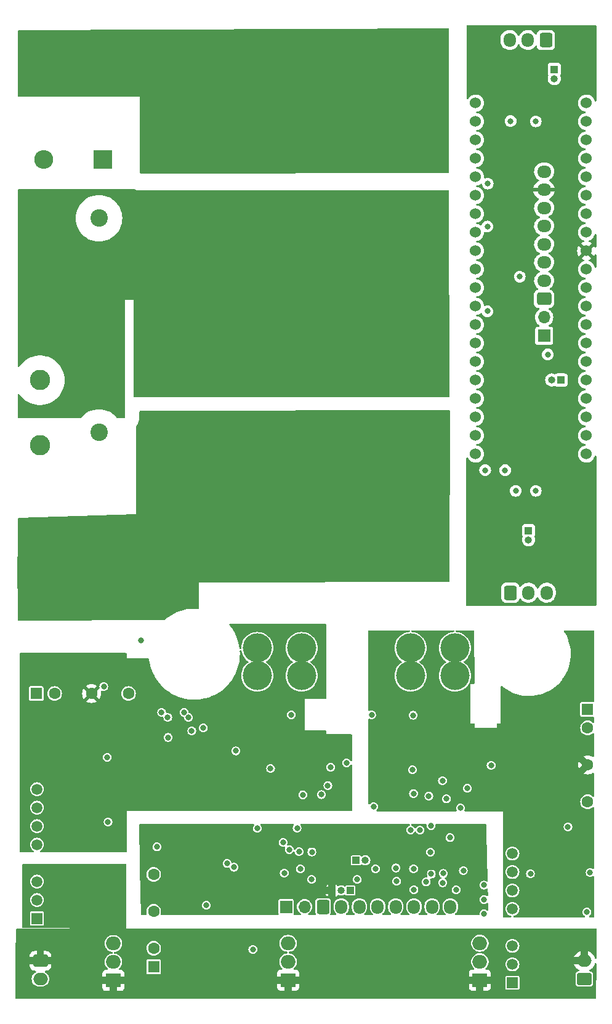
<source format=gbr>
%TF.GenerationSoftware,KiCad,Pcbnew,7.0.9*%
%TF.CreationDate,2024-10-22T00:58:25+05:30*%
%TF.ProjectId,Inverter,496e7665-7274-4657-922e-6b696361645f,rev?*%
%TF.SameCoordinates,Original*%
%TF.FileFunction,Copper,L3,Inr*%
%TF.FilePolarity,Positive*%
%FSLAX46Y46*%
G04 Gerber Fmt 4.6, Leading zero omitted, Abs format (unit mm)*
G04 Created by KiCad (PCBNEW 7.0.9) date 2024-10-22 00:58:25*
%MOMM*%
%LPD*%
G01*
G04 APERTURE LIST*
G04 Aperture macros list*
%AMRoundRect*
0 Rectangle with rounded corners*
0 $1 Rounding radius*
0 $2 $3 $4 $5 $6 $7 $8 $9 X,Y pos of 4 corners*
0 Add a 4 corners polygon primitive as box body*
4,1,4,$2,$3,$4,$5,$6,$7,$8,$9,$2,$3,0*
0 Add four circle primitives for the rounded corners*
1,1,$1+$1,$2,$3*
1,1,$1+$1,$4,$5*
1,1,$1+$1,$6,$7*
1,1,$1+$1,$8,$9*
0 Add four rect primitives between the rounded corners*
20,1,$1+$1,$2,$3,$4,$5,0*
20,1,$1+$1,$4,$5,$6,$7,0*
20,1,$1+$1,$6,$7,$8,$9,0*
20,1,$1+$1,$8,$9,$2,$3,0*%
G04 Aperture macros list end*
%TA.AperFunction,ComponentPad*%
%ADD10R,2.600000X2.600000*%
%TD*%
%TA.AperFunction,ComponentPad*%
%ADD11O,2.600000X2.600000*%
%TD*%
%TA.AperFunction,ComponentPad*%
%ADD12R,2.000000X1.905000*%
%TD*%
%TA.AperFunction,ComponentPad*%
%ADD13O,2.000000X1.905000*%
%TD*%
%TA.AperFunction,ComponentPad*%
%ADD14R,1.508000X1.508000*%
%TD*%
%TA.AperFunction,ComponentPad*%
%ADD15C,1.508000*%
%TD*%
%TA.AperFunction,ComponentPad*%
%ADD16RoundRect,0.250000X-0.600000X-0.725000X0.600000X-0.725000X0.600000X0.725000X-0.600000X0.725000X0*%
%TD*%
%TA.AperFunction,ComponentPad*%
%ADD17O,1.700000X1.950000*%
%TD*%
%TA.AperFunction,ComponentPad*%
%ADD18C,2.400000*%
%TD*%
%TA.AperFunction,ComponentPad*%
%ADD19C,2.800000*%
%TD*%
%TA.AperFunction,ComponentPad*%
%ADD20C,1.600000*%
%TD*%
%TA.AperFunction,ComponentPad*%
%ADD21R,1.600000X1.600000*%
%TD*%
%TA.AperFunction,ComponentPad*%
%ADD22R,1.000000X1.000000*%
%TD*%
%TA.AperFunction,ComponentPad*%
%ADD23O,1.000000X1.000000*%
%TD*%
%TA.AperFunction,ComponentPad*%
%ADD24RoundRect,0.250000X0.750000X-0.600000X0.750000X0.600000X-0.750000X0.600000X-0.750000X-0.600000X0*%
%TD*%
%TA.AperFunction,ComponentPad*%
%ADD25O,2.000000X1.700000*%
%TD*%
%TA.AperFunction,ComponentPad*%
%ADD26R,1.700000X1.700000*%
%TD*%
%TA.AperFunction,ComponentPad*%
%ADD27O,1.700000X1.700000*%
%TD*%
%TA.AperFunction,ComponentPad*%
%ADD28RoundRect,0.250000X0.600000X0.725000X-0.600000X0.725000X-0.600000X-0.725000X0.600000X-0.725000X0*%
%TD*%
%TA.AperFunction,ComponentPad*%
%ADD29RoundRect,0.250000X-0.750000X0.600000X-0.750000X-0.600000X0.750000X-0.600000X0.750000X0.600000X0*%
%TD*%
%TA.AperFunction,ComponentPad*%
%ADD30C,1.524000*%
%TD*%
%TA.AperFunction,ComponentPad*%
%ADD31RoundRect,0.250000X0.725000X-0.600000X0.725000X0.600000X-0.725000X0.600000X-0.725000X-0.600000X0*%
%TD*%
%TA.AperFunction,ComponentPad*%
%ADD32O,1.950000X1.700000*%
%TD*%
%TA.AperFunction,ComponentPad*%
%ADD33R,18.000000X14.000000*%
%TD*%
%TA.AperFunction,ComponentPad*%
%ADD34C,4.000000*%
%TD*%
%TA.AperFunction,ViaPad*%
%ADD35C,0.800000*%
%TD*%
%TA.AperFunction,Conductor*%
%ADD36C,0.200000*%
%TD*%
G04 APERTURE END LIST*
D10*
%TO.N,Net-(D8-K)*%
%TO.C,D8*%
X25400000Y-48260000D03*
D11*
%TO.N,Net-(D7-K)*%
X25400000Y-33020000D03*
%TD*%
D12*
%TO.N,VAux+*%
%TO.C,U3*%
X50895000Y-161090000D03*
D13*
%TO.N,VAux-*%
X50895000Y-158550000D03*
%TO.N,VAux9V*%
X50895000Y-156010000D03*
%TD*%
D14*
%TO.N,VAux-*%
%TO.C,PS1*%
X16365000Y-152595500D03*
D15*
%TO.N,VAux9V*%
X16365000Y-150055500D03*
X16365000Y-147515500D03*
%TO.N,unconnected-(PS1-NC-Pad5)*%
X16365000Y-142435500D03*
%TO.N,VDrive1*%
X16365000Y-139895500D03*
%TO.N,GND1*%
X16365000Y-137355500D03*
%TO.N,unconnected-(PS1-NC-Pad8)*%
X16365000Y-134815500D03*
%TD*%
D16*
%TO.N,DIG-*%
%TO.C,J2*%
X55706000Y-150977600D03*
D17*
%TO.N,Net-(J2-Pin_2)*%
X58206000Y-150977600D03*
%TO.N,FLT*%
X60706000Y-150977600D03*
%TO.N,RDY*%
X63206000Y-150977600D03*
%TO.N,RST*%
X65706000Y-150977600D03*
%TO.N,INHS*%
X68206000Y-150977600D03*
%TO.N,INLS*%
X70706000Y-150977600D03*
%TO.N,Net-(J2-Pin_8)*%
X73206000Y-150977600D03*
%TD*%
D18*
%TO.N,Net-(D8-K)*%
%TO.C,C25*%
X24892000Y-56314000D03*
%TO.N,-BATT*%
X24892000Y-78814000D03*
%TD*%
D19*
%TO.N,-BATT*%
%TO.C,R5*%
X16764000Y-58580000D03*
%TO.N,Net-(D7-A)*%
X16764000Y-78580000D03*
%TD*%
D20*
%TO.N,GND1*%
%TO.C,IC3*%
X18796000Y-121666000D03*
%TO.N,VDrive1Neg*%
X23876000Y-121666000D03*
D21*
%TO.N,VDrive1_5V*%
X16256000Y-121666000D03*
D20*
%TO.N,GND1*%
X28956000Y-121666000D03*
%TD*%
D22*
%TO.N,Net-(J2-Pin_8)*%
%TO.C,J9*%
X60250000Y-144600000D03*
D23*
%TO.N,DIG-*%
X61520000Y-144600000D03*
%TD*%
D24*
%TO.N,VAux-*%
%TO.C,J3*%
X91622200Y-160914400D03*
D25*
%TO.N,VAux+*%
X91622200Y-158414400D03*
%TD*%
D12*
%TO.N,VAux+*%
%TO.C,U2*%
X77266800Y-161074500D03*
D13*
%TO.N,VAux-*%
X77266800Y-158534500D03*
%TO.N,VAux9V*%
X77266800Y-155994500D03*
%TD*%
D26*
%TO.N,/GND MCU*%
%TO.C,J13*%
X86100000Y-72480000D03*
D27*
%TO.N,Net-(J13-Pin_2)*%
X86100000Y-69940000D03*
%TD*%
D22*
%TO.N,Net-(J8-Pin_1)*%
%TO.C,J8*%
X88420000Y-78550000D03*
D23*
%TO.N,Net-(J10-Pin_1)*%
X87150000Y-78550000D03*
%TD*%
D19*
%TO.N,Net-(D8-K)*%
%TO.C,R6*%
X16764000Y-87536000D03*
%TO.N,+BATT*%
X16764000Y-107536000D03*
%TD*%
D20*
%TO.N,VAux-*%
%TO.C,IC2*%
X32411800Y-156688200D03*
%TO.N,DIG-*%
X32411800Y-151608200D03*
D21*
%TO.N,Net-(U4-VO)*%
X32411800Y-159228200D03*
D20*
%TO.N,DIG5V*%
X32411800Y-146528200D03*
%TD*%
D12*
%TO.N,VAux+*%
%TO.C,U1*%
X26873200Y-161112200D03*
D13*
%TO.N,VAux-*%
X26873200Y-158572200D03*
%TO.N,VAux9V*%
X26873200Y-156032200D03*
%TD*%
D16*
%TO.N,Net-(J6-Pin_1)*%
%TO.C,J6*%
X81450000Y-107800000D03*
D17*
%TO.N,Net-(J10-Pin_2)*%
X83950000Y-107800000D03*
%TO.N,/GND MCU*%
X86450000Y-107800000D03*
%TD*%
D20*
%TO.N,GND2*%
%TO.C,IC4*%
X92075000Y-126390000D03*
%TO.N,VDrive2Neg*%
X92075000Y-131470000D03*
D21*
%TO.N,Net-(U6-VO)*%
X92075000Y-123850000D03*
D20*
%TO.N,GND2*%
X92075000Y-136550000D03*
%TD*%
D18*
%TO.N,+BATT*%
%TO.C,C24*%
X24892000Y-108278000D03*
%TO.N,Net-(D7-A)*%
X24892000Y-85778000D03*
%TD*%
D22*
%TO.N,Net-(J11-Pin_1)*%
%TO.C,J11*%
X87500000Y-35850000D03*
D23*
%TO.N,Net-(J10-Pin_1)*%
X87500000Y-37120000D03*
%TD*%
D14*
%TO.N,VAux-*%
%TO.C,PS2*%
X81744600Y-161440000D03*
D15*
%TO.N,VAux9V*%
X81744600Y-158900000D03*
X81744600Y-156360000D03*
%TO.N,unconnected-(PS2-NC-Pad5)*%
X81744600Y-151280000D03*
%TO.N,VDrive2*%
X81744600Y-148740000D03*
%TO.N,GND2*%
X81744600Y-146200000D03*
%TO.N,unconnected-(PS2-NC-Pad8)*%
X81744600Y-143660000D03*
%TD*%
D28*
%TO.N,/GND MCU*%
%TO.C,J7*%
X86350000Y-31800000D03*
D17*
%TO.N,Net-(J11-Pin_1)*%
X83850000Y-31800000D03*
%TO.N,Net-(J7-Pin_3)*%
X81350000Y-31800000D03*
%TD*%
D29*
%TO.N,VAux+*%
%TO.C,J1*%
X16835800Y-158414400D03*
D25*
%TO.N,VAux-*%
X16835800Y-160914400D03*
%TD*%
D30*
%TO.N,/3V3 MCU*%
%TO.C,U9*%
X76680000Y-88730000D03*
X91920000Y-45550000D03*
%TO.N,unconnected-(U9-Pad5V)*%
X76680000Y-83650000D03*
%TO.N,/GND MCU*%
X76680000Y-86190000D03*
X91920000Y-40470000D03*
X91920000Y-43010000D03*
%TO.N,unconnected-(U9-PadNRST)*%
X91920000Y-48090000D03*
%TO.N,Net-(J8-Pin_1)*%
X91920000Y-78570000D03*
%TO.N,Net-(J13-Pin_2)*%
X91920000Y-76030000D03*
%TO.N,Net-(J5-Pin_8)*%
X91920000Y-73490000D03*
%TO.N,unconnected-(U9-PadPA3)*%
X91920000Y-70950000D03*
%TO.N,unconnected-(U9-PadPA4)*%
X91920000Y-68410000D03*
%TO.N,unconnected-(U9-PadPA5)*%
X91920000Y-65870000D03*
%TO.N,unconnected-(U9-PadPA6)*%
X91920000Y-63330000D03*
%TO.N,/OUTLS*%
X91920000Y-60790000D03*
%TO.N,/OUTHS*%
X76680000Y-50630000D03*
%TO.N,Net-(J7-Pin_3)*%
X76680000Y-53170000D03*
%TO.N,Net-(J6-Pin_1)*%
X76680000Y-55710000D03*
%TO.N,unconnected-(U9-PadPA11)*%
X76680000Y-58250000D03*
%TO.N,Net-(J10-Pin_1)*%
X76680000Y-60790000D03*
%TO.N,unconnected-(U9-PadPA15)*%
X76680000Y-63330000D03*
%TO.N,unconnected-(U9-PadPB0)*%
X91920000Y-58250000D03*
%TO.N,unconnected-(U9-PadPB1)*%
X91920000Y-55710000D03*
%TO.N,unconnected-(U9-PadPB3)*%
X76680000Y-65870000D03*
%TO.N,unconnected-(U9-PadPB4)*%
X76680000Y-68410000D03*
%TO.N,unconnected-(U9-PadPB5)*%
X76680000Y-70950000D03*
%TO.N,unconnected-(U9-PadPB6)*%
X76680000Y-73490000D03*
%TO.N,unconnected-(U9-PadPB7)*%
X76680000Y-76030000D03*
%TO.N,unconnected-(U9-PadPB8)*%
X76680000Y-78570000D03*
%TO.N,unconnected-(U9-PadPB9)*%
X76680000Y-81110000D03*
%TO.N,Net-(J5-Pin_4)*%
X91920000Y-53170000D03*
%TO.N,Net-(J5-Pin_5)*%
X91920000Y-50630000D03*
%TO.N,Net-(J5-Pin_3)*%
X76680000Y-40470000D03*
%TO.N,unconnected-(U9-PadPB13)*%
X76680000Y-43010000D03*
%TO.N,unconnected-(U9-PadPB14)*%
X76680000Y-45550000D03*
%TO.N,unconnected-(U9-PadPB15)*%
X76680000Y-48090000D03*
%TO.N,unconnected-(U9-PadPC13)*%
X91920000Y-86190000D03*
%TO.N,unconnected-(U9-PadPC14)*%
X91920000Y-83650000D03*
%TO.N,unconnected-(U9-PadPC15)*%
X91920000Y-81110000D03*
%TO.N,unconnected-(U9-PadVBAT)*%
X91920000Y-88730000D03*
%TD*%
D22*
%TO.N,Net-(J10-Pin_1)*%
%TO.C,J10*%
X83950000Y-99250000D03*
D23*
%TO.N,Net-(J10-Pin_2)*%
X83950000Y-100520000D03*
%TD*%
D10*
%TO.N,Net-(D7-K)*%
%TO.C,D7*%
X17272000Y-33020000D03*
D11*
%TO.N,Net-(D7-A)*%
X17272000Y-48260000D03*
%TD*%
D31*
%TO.N,/GND MCU*%
%TO.C,J5*%
X86100000Y-67400000D03*
D32*
%TO.N,/3V3 MCU*%
X86100000Y-64900000D03*
%TO.N,Net-(J5-Pin_3)*%
X86100000Y-62400000D03*
%TO.N,Net-(J5-Pin_4)*%
X86100000Y-59900000D03*
%TO.N,Net-(J5-Pin_5)*%
X86100000Y-57400000D03*
%TO.N,/OUTHS*%
X86100000Y-54900000D03*
%TO.N,/OUTLS*%
X86100000Y-52400000D03*
%TO.N,Net-(J5-Pin_8)*%
X86100000Y-49900000D03*
%TD*%
D33*
%TO.N,Net-(D7-K)*%
%TO.C,U7*%
X61010800Y-41249800D03*
%TO.N,-BATT*%
X61010800Y-69249800D03*
%TO.N,+BATT*%
X61010800Y-97249800D03*
D34*
%TO.N,Net-(IC5-CLAMP)*%
X73837800Y-119212800D03*
X73837800Y-115402800D03*
%TO.N,GND2*%
X67741800Y-119212800D03*
X67741800Y-115402800D03*
%TO.N,Net-(IC1-CLAMP)*%
X46659800Y-119212800D03*
X46659800Y-115402800D03*
%TO.N,GND1*%
X52755800Y-119212800D03*
X52755800Y-115402800D03*
%TD*%
D22*
%TO.N,DIG5V*%
%TO.C,J4*%
X59461400Y-148742400D03*
D23*
%TO.N,Net-(J2-Pin_2)*%
X58191400Y-148742400D03*
%TO.N,DIG+*%
X56921400Y-148742400D03*
%TD*%
D26*
%TO.N,DIG-*%
%TO.C,J12*%
X50620000Y-150977600D03*
D27*
%TO.N,Net-(D20-K)*%
X53160000Y-150977600D03*
%TD*%
D35*
%TO.N,VDrive1*%
X25549000Y-120721000D03*
X33500000Y-124250000D03*
X37200000Y-124950000D03*
X58928000Y-131191000D03*
X52920645Y-135580944D03*
X36600000Y-124250000D03*
X26035000Y-130429000D03*
X34350000Y-124950000D03*
%TO.N,GND1*%
X55494201Y-135560703D03*
X39250000Y-126400000D03*
X56750000Y-131800000D03*
X34400000Y-127700000D03*
%TO.N,VDrive2*%
X84226400Y-146456400D03*
X68000000Y-132155300D03*
X72694800Y-136144000D03*
X68148200Y-135407400D03*
X68100000Y-124650000D03*
X89382600Y-140004800D03*
X91998800Y-151714200D03*
X78816200Y-131546600D03*
%TO.N,GND2*%
X70250000Y-135750000D03*
X62661800Y-137210800D03*
X74599800Y-137414000D03*
X62385200Y-124587000D03*
%TO.N,Net-(U4-VO)*%
X46050600Y-156845000D03*
%TO.N,VDrive1_5V*%
X43723749Y-129550275D03*
X26137000Y-139319000D03*
%TO.N,Net-(U6-VO)*%
X92430600Y-146278600D03*
%TO.N,DIG5V*%
X43450000Y-145550000D03*
X72250000Y-146400000D03*
X75000000Y-146000000D03*
X32850000Y-142750000D03*
%TO.N,DIG-*%
X39662200Y-150778300D03*
X51054000Y-143136900D03*
X73152000Y-141478000D03*
X46650000Y-140200000D03*
%TO.N,DIG+*%
X65582800Y-141579600D03*
X36982400Y-140665200D03*
X39662200Y-147653300D03*
X62700000Y-141500000D03*
X56565800Y-145161000D03*
X72212200Y-145135600D03*
X52400200Y-141452600D03*
X54330600Y-141427200D03*
%TO.N,VDrive1Neg*%
X27073000Y-120721000D03*
X46355000Y-134874000D03*
X31877000Y-125476000D03*
X48729500Y-136779000D03*
X31877000Y-130302000D03*
%TO.N,VDrive2Neg*%
X90754200Y-139877800D03*
X64706100Y-136956800D03*
X73456800Y-135229600D03*
X77114400Y-135966200D03*
X81900000Y-134700000D03*
X62636400Y-132384800D03*
%TO.N,Net-(D1-A)*%
X48487500Y-131977500D03*
X56362600Y-134312400D03*
%TO.N,Net-(D4-A)*%
X75539600Y-134696200D03*
X72125898Y-133654800D03*
%TO.N,-BATT*%
X30500000Y-79550000D03*
%TO.N,Net-(D3-A)*%
X51348000Y-124587000D03*
%TO.N,INLS*%
X50368200Y-146354800D03*
X70586600Y-146481800D03*
%TO.N,RDY*%
X50200000Y-142137898D03*
X52400200Y-143417800D03*
X67741800Y-140411200D03*
X52578000Y-145771100D03*
X62915800Y-145771100D03*
%TO.N,FLT*%
X69037200Y-140436600D03*
X60401200Y-147220100D03*
X52140106Y-140167201D03*
X54152800Y-147220100D03*
X54168098Y-143443200D03*
%TO.N,RST*%
X72161400Y-147675600D03*
X65836800Y-147472400D03*
X70485000Y-143468600D03*
X70561200Y-139827000D03*
X69900800Y-147574000D03*
%TO.N,INHS*%
X65735200Y-145643600D03*
X68206000Y-148640800D03*
X74000000Y-148650000D03*
X68148200Y-145770600D03*
%TO.N,Net-(D9-A)*%
X77834600Y-151968200D03*
%TO.N,Net-(D10-A)*%
X77834600Y-149987000D03*
%TO.N,Net-(D11-A)*%
X77834600Y-148005800D03*
%TO.N,/GND MCU*%
X84950000Y-43000000D03*
X81500000Y-42950000D03*
%TO.N,/3V3 MCU*%
X78300000Y-57450000D03*
X78350000Y-51550000D03*
X80750000Y-90950000D03*
X78300000Y-69100000D03*
X84950000Y-93800000D03*
X86600000Y-75050000D03*
X78000000Y-90950000D03*
X82200000Y-93800000D03*
%TO.N,Net-(J10-Pin_1)*%
X82750000Y-64350000D03*
%TO.N,Net-(U10-VIN)*%
X30700000Y-114350000D03*
X37650000Y-126800000D03*
%TO.N,Net-(D20-K)*%
X42516080Y-145035270D03*
%TD*%
D36*
%TO.N,DIG+*%
X56921400Y-148742400D02*
X56921400Y-147523200D01*
%TD*%
%TA.AperFunction,Conductor*%
%TO.N,Net-(D7-K)*%
G36*
X72967502Y-30195179D02*
G01*
X73013528Y-30247748D01*
X73025000Y-30299838D01*
X73025000Y-49964947D01*
X73005315Y-50031986D01*
X72952511Y-50077741D01*
X72901148Y-50088947D01*
X30629248Y-50139452D01*
X30562185Y-50119847D01*
X30516367Y-50067098D01*
X30505100Y-50015755D01*
X30480000Y-39624000D01*
X13840000Y-39624000D01*
X13772961Y-39604315D01*
X13727206Y-39551511D01*
X13716000Y-39500000D01*
X13716000Y-30603364D01*
X13735685Y-30536325D01*
X13788489Y-30490570D01*
X13839362Y-30479366D01*
X72900364Y-30175840D01*
X72967502Y-30195179D01*
G37*
%TD.AperFunction*%
%TD*%
%TA.AperFunction,Conductor*%
%TO.N,+BATT*%
G36*
X29591000Y-106375200D02*
G01*
X38608000Y-106375200D01*
X38608000Y-106379339D01*
X38608000Y-109892799D01*
X38588315Y-109959838D01*
X38535511Y-110005593D01*
X38474149Y-110016407D01*
X38259497Y-109999300D01*
X38259495Y-109999300D01*
X37886488Y-109999300D01*
X37513804Y-110014128D01*
X37307842Y-110038817D01*
X37019948Y-110073327D01*
X37019949Y-110073327D01*
X36675786Y-110142675D01*
X36532360Y-110171575D01*
X36054123Y-110308249D01*
X35588246Y-110482492D01*
X35137703Y-110693190D01*
X35137699Y-110693192D01*
X35137691Y-110693196D01*
X34705300Y-110939030D01*
X34293808Y-111218441D01*
X34149384Y-111334287D01*
X33913367Y-111523603D01*
X33848755Y-111550195D01*
X33836285Y-111550875D01*
X13839794Y-111632494D01*
X13772675Y-111613083D01*
X13726705Y-111560466D01*
X13715290Y-111509208D01*
X13665911Y-102892513D01*
X13685211Y-102825362D01*
X13715541Y-102798774D01*
X13745980Y-102768013D01*
X29591000Y-102692200D01*
X29591000Y-106375200D01*
G37*
%TD.AperFunction*%
%TD*%
%TA.AperFunction,Conductor*%
%TO.N,-BATT*%
G36*
X72901365Y-52476255D02*
G01*
X72968382Y-52496018D01*
X73014075Y-52548876D01*
X73025220Y-52600034D01*
X73075578Y-80825433D01*
X73056013Y-80892507D01*
X73003291Y-80938356D01*
X72951433Y-80949654D01*
X29791055Y-80899144D01*
X29724039Y-80879381D01*
X29678345Y-80826523D01*
X29667200Y-80775144D01*
X29667200Y-67564000D01*
X29972000Y-67564000D01*
X29972000Y-52425957D01*
X72901365Y-52476255D01*
G37*
%TD.AperFunction*%
%TD*%
%TA.AperFunction,Conductor*%
%TO.N,+BATT*%
G36*
X73094598Y-82696853D02*
G01*
X73140508Y-82749522D01*
X73151866Y-82801498D01*
X73126732Y-106226038D01*
X73106975Y-106293056D01*
X73054122Y-106338755D01*
X73002838Y-106349905D01*
X38608000Y-106379340D01*
X38608000Y-106375200D01*
X29591000Y-106375200D01*
X29591000Y-102692200D01*
X13745982Y-102768013D01*
X13716692Y-97656871D01*
X13735992Y-97589722D01*
X13788533Y-97543666D01*
X13836814Y-97532224D01*
X29972000Y-97028000D01*
X29972000Y-85080188D01*
X29991685Y-85013149D01*
X29996722Y-85005893D01*
X30115440Y-84847307D01*
X30252575Y-84596168D01*
X30258372Y-84580627D01*
X30352573Y-84328073D01*
X30352573Y-84328072D01*
X30372259Y-84261032D01*
X30372260Y-84261028D01*
X30372260Y-84261026D01*
X30372263Y-84261015D01*
X30433087Y-83981412D01*
X30453500Y-83696000D01*
X30453500Y-82926218D01*
X30473185Y-82859179D01*
X30525989Y-82813424D01*
X30577129Y-82802220D01*
X73027501Y-82677366D01*
X73094598Y-82696853D01*
G37*
%TD.AperFunction*%
%TD*%
%TA.AperFunction,Conductor*%
%TO.N,-BATT*%
G36*
X29915039Y-52343685D02*
G01*
X29960794Y-52396489D01*
X29965869Y-52419818D01*
X29972000Y-52425956D01*
X29972000Y-67564000D01*
X28448000Y-67564000D01*
X28448000Y-83696000D01*
X28428315Y-83763039D01*
X28375511Y-83808794D01*
X28324000Y-83820000D01*
X27489984Y-83820000D01*
X27422945Y-83800315D01*
X27397524Y-83778627D01*
X27323684Y-83696000D01*
X27158661Y-83511339D01*
X26890623Y-83271806D01*
X26890622Y-83271805D01*
X26597454Y-83063790D01*
X26282831Y-82889905D01*
X26196086Y-82853974D01*
X25950724Y-82752341D01*
X25950720Y-82752339D01*
X25950718Y-82752339D01*
X25605305Y-82652828D01*
X25605296Y-82652826D01*
X25250914Y-82592614D01*
X25250902Y-82592612D01*
X24892000Y-82572457D01*
X24533097Y-82592612D01*
X24533085Y-82592614D01*
X24178703Y-82652826D01*
X24178694Y-82652828D01*
X23833281Y-82752339D01*
X23501168Y-82889905D01*
X23186545Y-83063790D01*
X22893377Y-83271805D01*
X22625339Y-83511339D01*
X22386476Y-83778627D01*
X22327126Y-83815498D01*
X22294016Y-83820000D01*
X13840000Y-83820000D01*
X13772961Y-83800315D01*
X13727206Y-83747511D01*
X13716000Y-83696000D01*
X13716000Y-80547858D01*
X13735685Y-80480819D01*
X13788489Y-80435064D01*
X13857647Y-80425120D01*
X13921203Y-80454145D01*
X13942629Y-80478266D01*
X14052910Y-80640917D01*
X14291627Y-80921956D01*
X14559330Y-81175538D01*
X14852881Y-81398690D01*
X15168838Y-81588795D01*
X15168840Y-81588796D01*
X15168842Y-81588797D01*
X15168846Y-81588799D01*
X15503486Y-81743620D01*
X15503497Y-81743625D01*
X15852934Y-81861364D01*
X16213052Y-81940632D01*
X16579630Y-81980500D01*
X16579636Y-81980500D01*
X16948364Y-81980500D01*
X16948370Y-81980500D01*
X17314948Y-81940632D01*
X17675066Y-81861364D01*
X18024503Y-81743625D01*
X18359162Y-81588795D01*
X18675119Y-81398690D01*
X18968670Y-81175538D01*
X19236373Y-80921956D01*
X19475090Y-80640917D01*
X19682022Y-80335716D01*
X19854743Y-80009930D01*
X19991227Y-79667379D01*
X20089875Y-79312081D01*
X20149531Y-78948199D01*
X20169494Y-78580000D01*
X20149531Y-78211801D01*
X20089875Y-77847919D01*
X19991227Y-77492621D01*
X19854743Y-77150070D01*
X19682022Y-76824284D01*
X19475090Y-76519083D01*
X19236373Y-76238044D01*
X18968670Y-75984462D01*
X18675119Y-75761310D01*
X18359162Y-75571205D01*
X18359161Y-75571204D01*
X18359157Y-75571202D01*
X18359153Y-75571200D01*
X18024513Y-75416379D01*
X18024508Y-75416377D01*
X18024503Y-75416375D01*
X17854172Y-75358983D01*
X17675065Y-75298635D01*
X17314946Y-75219367D01*
X16948371Y-75179500D01*
X16948370Y-75179500D01*
X16579630Y-75179500D01*
X16579628Y-75179500D01*
X16213053Y-75219367D01*
X15852934Y-75298635D01*
X15582812Y-75389650D01*
X15503497Y-75416375D01*
X15503494Y-75416376D01*
X15503486Y-75416379D01*
X15168846Y-75571200D01*
X15168842Y-75571202D01*
X14933538Y-75712779D01*
X14852881Y-75761310D01*
X14752410Y-75837685D01*
X14559330Y-75984461D01*
X14559330Y-75984462D01*
X14291626Y-76238044D01*
X14052909Y-76519083D01*
X13942633Y-76681728D01*
X13888719Y-76726169D01*
X13819337Y-76734407D01*
X13756515Y-76703826D01*
X13720199Y-76644136D01*
X13716000Y-76612141D01*
X13716000Y-56314000D01*
X21686457Y-56314000D01*
X21706612Y-56672902D01*
X21706613Y-56672907D01*
X21766827Y-57027300D01*
X21866341Y-57372724D01*
X22003906Y-57704833D01*
X22177789Y-58019452D01*
X22385806Y-58312623D01*
X22625339Y-58580661D01*
X22893377Y-58820194D01*
X23186548Y-59028211D01*
X23501167Y-59202094D01*
X23833276Y-59339659D01*
X24178700Y-59439173D01*
X24533093Y-59499387D01*
X24892000Y-59519543D01*
X25250907Y-59499387D01*
X25605300Y-59439173D01*
X25950724Y-59339659D01*
X26282833Y-59202094D01*
X26597452Y-59028211D01*
X26890623Y-58820194D01*
X27158661Y-58580661D01*
X27398194Y-58312623D01*
X27606211Y-58019452D01*
X27780094Y-57704833D01*
X27917659Y-57372724D01*
X28017173Y-57027300D01*
X28077387Y-56672907D01*
X28097543Y-56314000D01*
X28077387Y-55955093D01*
X28017173Y-55600700D01*
X27917659Y-55255276D01*
X27780094Y-54923167D01*
X27606211Y-54608548D01*
X27398194Y-54315377D01*
X27158661Y-54047339D01*
X26890623Y-53807806D01*
X26890622Y-53807805D01*
X26597454Y-53599790D01*
X26282831Y-53425905D01*
X26196086Y-53389974D01*
X25950724Y-53288341D01*
X25950720Y-53288339D01*
X25950718Y-53288339D01*
X25605305Y-53188828D01*
X25605296Y-53188826D01*
X25250914Y-53128614D01*
X25250902Y-53128612D01*
X24892000Y-53108457D01*
X24533097Y-53128612D01*
X24533085Y-53128614D01*
X24178703Y-53188826D01*
X24178694Y-53188828D01*
X23833281Y-53288339D01*
X23501168Y-53425905D01*
X23186545Y-53599790D01*
X22893377Y-53807805D01*
X22625339Y-54047339D01*
X22385805Y-54315377D01*
X22177790Y-54608545D01*
X22003905Y-54923168D01*
X21866339Y-55255281D01*
X21766828Y-55600694D01*
X21766826Y-55600703D01*
X21706614Y-55955085D01*
X21706612Y-55955097D01*
X21686457Y-56314000D01*
X13716000Y-56314000D01*
X13716000Y-52448000D01*
X13735685Y-52380961D01*
X13788489Y-52335206D01*
X13840000Y-52324000D01*
X29848000Y-52324000D01*
X29915039Y-52343685D01*
G37*
%TD.AperFunction*%
%TD*%
%TA.AperFunction,Conductor*%
%TO.N,VAux+*%
G36*
X28619639Y-145129885D02*
G01*
X28665394Y-145182689D01*
X28676600Y-145234200D01*
X28676600Y-153969961D01*
X28676600Y-153974800D01*
X27422582Y-153970361D01*
X27422587Y-153970361D01*
X27422588Y-153970361D01*
X27422587Y-153970360D01*
X14449161Y-153924437D01*
X14382192Y-153904515D01*
X14336624Y-153851550D01*
X14325600Y-153800438D01*
X14325600Y-153369252D01*
X15410500Y-153369252D01*
X15422131Y-153427729D01*
X15422132Y-153427730D01*
X15466447Y-153494052D01*
X15532769Y-153538367D01*
X15532770Y-153538368D01*
X15591247Y-153549999D01*
X15591250Y-153550000D01*
X15591252Y-153550000D01*
X17138750Y-153550000D01*
X17138751Y-153549999D01*
X17153568Y-153547052D01*
X17197229Y-153538368D01*
X17197229Y-153538367D01*
X17197231Y-153538367D01*
X17263552Y-153494052D01*
X17307867Y-153427731D01*
X17307867Y-153427729D01*
X17307868Y-153427729D01*
X17319499Y-153369252D01*
X17319500Y-153369250D01*
X17319500Y-151821749D01*
X17319499Y-151821747D01*
X17307868Y-151763270D01*
X17307867Y-151763269D01*
X17263552Y-151696947D01*
X17197230Y-151652632D01*
X17197229Y-151652631D01*
X17138752Y-151641000D01*
X17138748Y-151641000D01*
X15591252Y-151641000D01*
X15591247Y-151641000D01*
X15532770Y-151652631D01*
X15532769Y-151652632D01*
X15466447Y-151696947D01*
X15422132Y-151763269D01*
X15422131Y-151763270D01*
X15410500Y-151821747D01*
X15410500Y-153369252D01*
X14325600Y-153369252D01*
X14325600Y-150055500D01*
X15405882Y-150055500D01*
X15424310Y-150242615D01*
X15424311Y-150242617D01*
X15478891Y-150422540D01*
X15567518Y-150588351D01*
X15567523Y-150588357D01*
X15686800Y-150733699D01*
X15832142Y-150852976D01*
X15832148Y-150852981D01*
X15997959Y-150941608D01*
X15997961Y-150941609D01*
X16177882Y-150996188D01*
X16177884Y-150996189D01*
X16194660Y-150997841D01*
X16365000Y-151014618D01*
X16552115Y-150996189D01*
X16732039Y-150941609D01*
X16814903Y-150897317D01*
X16897851Y-150852981D01*
X16897853Y-150852978D01*
X16897857Y-150852977D01*
X17043199Y-150733699D01*
X17162477Y-150588357D01*
X17162478Y-150588353D01*
X17162481Y-150588351D01*
X17251108Y-150422540D01*
X17251109Y-150422539D01*
X17305689Y-150242615D01*
X17324118Y-150055500D01*
X17305689Y-149868385D01*
X17251109Y-149688461D01*
X17251108Y-149688459D01*
X17162481Y-149522648D01*
X17162476Y-149522642D01*
X17043199Y-149377300D01*
X16897857Y-149258023D01*
X16897851Y-149258018D01*
X16732040Y-149169391D01*
X16552117Y-149114811D01*
X16552115Y-149114810D01*
X16365000Y-149096382D01*
X16177884Y-149114810D01*
X16177882Y-149114811D01*
X15997959Y-149169391D01*
X15832148Y-149258018D01*
X15832142Y-149258023D01*
X15686800Y-149377300D01*
X15567523Y-149522642D01*
X15567518Y-149522648D01*
X15478891Y-149688459D01*
X15424311Y-149868382D01*
X15424310Y-149868384D01*
X15405882Y-150055500D01*
X14325600Y-150055500D01*
X14325600Y-147515500D01*
X15405882Y-147515500D01*
X15424310Y-147702615D01*
X15424311Y-147702617D01*
X15478891Y-147882540D01*
X15567518Y-148048351D01*
X15567523Y-148048357D01*
X15686800Y-148193699D01*
X15832142Y-148312976D01*
X15832148Y-148312981D01*
X15997959Y-148401608D01*
X15997961Y-148401609D01*
X16177882Y-148456188D01*
X16177884Y-148456189D01*
X16194660Y-148457841D01*
X16365000Y-148474618D01*
X16552115Y-148456189D01*
X16732039Y-148401609D01*
X16793373Y-148368824D01*
X16897851Y-148312981D01*
X16897853Y-148312978D01*
X16897857Y-148312977D01*
X17043199Y-148193699D01*
X17162477Y-148048357D01*
X17162478Y-148048353D01*
X17162481Y-148048351D01*
X17251108Y-147882540D01*
X17251109Y-147882539D01*
X17305689Y-147702615D01*
X17324118Y-147515500D01*
X17305689Y-147328385D01*
X17251109Y-147148461D01*
X17251108Y-147148459D01*
X17162481Y-146982648D01*
X17162476Y-146982642D01*
X17043199Y-146837300D01*
X16897857Y-146718023D01*
X16897851Y-146718018D01*
X16732040Y-146629391D01*
X16552117Y-146574811D01*
X16552115Y-146574810D01*
X16365000Y-146556382D01*
X16177884Y-146574810D01*
X16177882Y-146574811D01*
X15997959Y-146629391D01*
X15832148Y-146718018D01*
X15832142Y-146718023D01*
X15686800Y-146837300D01*
X15567523Y-146982642D01*
X15567518Y-146982648D01*
X15478891Y-147148459D01*
X15424311Y-147328382D01*
X15424310Y-147328384D01*
X15405882Y-147515500D01*
X14325600Y-147515500D01*
X14325600Y-145234200D01*
X14345285Y-145167161D01*
X14398089Y-145121406D01*
X14449600Y-145110200D01*
X28552600Y-145110200D01*
X28619639Y-145129885D01*
G37*
%TD.AperFunction*%
%TD*%
%TA.AperFunction,Conductor*%
%TO.N,VDrive1Neg*%
G36*
X56077039Y-112087685D02*
G01*
X56122794Y-112140489D01*
X56134000Y-112192000D01*
X56134000Y-122281000D01*
X56114315Y-122348039D01*
X56061511Y-122393794D01*
X56010000Y-122405000D01*
X53217000Y-122405000D01*
X53217000Y-126742000D01*
X56010000Y-126742000D01*
X56077039Y-126761685D01*
X56122794Y-126814489D01*
X56134000Y-126866000D01*
X56134000Y-127254000D01*
X59566000Y-127254000D01*
X59633039Y-127273685D01*
X59678794Y-127326489D01*
X59690000Y-127378000D01*
X59690000Y-130838057D01*
X59670315Y-130905096D01*
X59617511Y-130950851D01*
X59548353Y-130960795D01*
X59484797Y-130931770D01*
X59457886Y-130894452D01*
X59456599Y-130895196D01*
X59452539Y-130888163D01*
X59414091Y-130838057D01*
X59356282Y-130762718D01*
X59230841Y-130666464D01*
X59084762Y-130605956D01*
X59084760Y-130605955D01*
X58928001Y-130585318D01*
X58927999Y-130585318D01*
X58771239Y-130605955D01*
X58771237Y-130605956D01*
X58625160Y-130666463D01*
X58499718Y-130762718D01*
X58403463Y-130888160D01*
X58342956Y-131034237D01*
X58342955Y-131034239D01*
X58322318Y-131190998D01*
X58322318Y-131191001D01*
X58342955Y-131347760D01*
X58342956Y-131347762D01*
X58403464Y-131493841D01*
X58499718Y-131619282D01*
X58625159Y-131715536D01*
X58771238Y-131776044D01*
X58849619Y-131786363D01*
X58927999Y-131796682D01*
X58928000Y-131796682D01*
X58928001Y-131796682D01*
X58980254Y-131789802D01*
X59084762Y-131776044D01*
X59230841Y-131715536D01*
X59356282Y-131619282D01*
X59452536Y-131493841D01*
X59452536Y-131493838D01*
X59452539Y-131493836D01*
X59456599Y-131486804D01*
X59458404Y-131487846D01*
X59495279Y-131442087D01*
X59561572Y-131420021D01*
X59629272Y-131437299D01*
X59676883Y-131488436D01*
X59690000Y-131543942D01*
X59690000Y-137671000D01*
X59670315Y-137738039D01*
X59617511Y-137783794D01*
X59566000Y-137795000D01*
X28702000Y-137795000D01*
X28702000Y-135580945D01*
X52314963Y-135580945D01*
X52335600Y-135737704D01*
X52335601Y-135737706D01*
X52396109Y-135883785D01*
X52492363Y-136009226D01*
X52617804Y-136105480D01*
X52763883Y-136165988D01*
X52766899Y-136166385D01*
X52920644Y-136186626D01*
X52920645Y-136186626D01*
X52920646Y-136186626D01*
X52972899Y-136179746D01*
X53077407Y-136165988D01*
X53223486Y-136105480D01*
X53348927Y-136009226D01*
X53445181Y-135883785D01*
X53505689Y-135737706D01*
X53526327Y-135580944D01*
X53523662Y-135560704D01*
X54888519Y-135560704D01*
X54909156Y-135717463D01*
X54909157Y-135717465D01*
X54969665Y-135863544D01*
X55065919Y-135988985D01*
X55191360Y-136085239D01*
X55337439Y-136145747D01*
X55415820Y-136156066D01*
X55494200Y-136166385D01*
X55494201Y-136166385D01*
X55494202Y-136166385D01*
X55546455Y-136159505D01*
X55650963Y-136145747D01*
X55797042Y-136085239D01*
X55922483Y-135988985D01*
X56018737Y-135863544D01*
X56079245Y-135717465D01*
X56097218Y-135580944D01*
X56099883Y-135560704D01*
X56099883Y-135560701D01*
X56079245Y-135403942D01*
X56079245Y-135403941D01*
X56018737Y-135257862D01*
X55922483Y-135132421D01*
X55797042Y-135036167D01*
X55650963Y-134975659D01*
X55650961Y-134975658D01*
X55494202Y-134955021D01*
X55494200Y-134955021D01*
X55337440Y-134975658D01*
X55337438Y-134975659D01*
X55191361Y-135036166D01*
X55065919Y-135132421D01*
X54969664Y-135257863D01*
X54909157Y-135403940D01*
X54909156Y-135403942D01*
X54888519Y-135560701D01*
X54888519Y-135560704D01*
X53523662Y-135560704D01*
X53505689Y-135424183D01*
X53505689Y-135424182D01*
X53445181Y-135278103D01*
X53348927Y-135152662D01*
X53223486Y-135056408D01*
X53077407Y-134995900D01*
X53077405Y-134995899D01*
X52920646Y-134975262D01*
X52920644Y-134975262D01*
X52763884Y-134995899D01*
X52763882Y-134995900D01*
X52617805Y-135056407D01*
X52492363Y-135152662D01*
X52396108Y-135278104D01*
X52335601Y-135424181D01*
X52335600Y-135424183D01*
X52314963Y-135580942D01*
X52314963Y-135580945D01*
X28702000Y-135580945D01*
X28702000Y-134312401D01*
X55756918Y-134312401D01*
X55777555Y-134469160D01*
X55777556Y-134469162D01*
X55838064Y-134615241D01*
X55934318Y-134740682D01*
X56059759Y-134836936D01*
X56205838Y-134897444D01*
X56284219Y-134907763D01*
X56362599Y-134918082D01*
X56362600Y-134918082D01*
X56362601Y-134918082D01*
X56414854Y-134911202D01*
X56519362Y-134897444D01*
X56665441Y-134836936D01*
X56790882Y-134740682D01*
X56887136Y-134615241D01*
X56947644Y-134469162D01*
X56968282Y-134312400D01*
X56947644Y-134155638D01*
X56887136Y-134009559D01*
X56790882Y-133884118D01*
X56665441Y-133787864D01*
X56519362Y-133727356D01*
X56519360Y-133727355D01*
X56362601Y-133706718D01*
X56362599Y-133706718D01*
X56205839Y-133727355D01*
X56205837Y-133727356D01*
X56059760Y-133787863D01*
X55934318Y-133884118D01*
X55838063Y-134009560D01*
X55777556Y-134155637D01*
X55777555Y-134155639D01*
X55756918Y-134312398D01*
X55756918Y-134312401D01*
X28702000Y-134312401D01*
X28702000Y-131977501D01*
X47881818Y-131977501D01*
X47902455Y-132134260D01*
X47902456Y-132134262D01*
X47962964Y-132280341D01*
X48059218Y-132405782D01*
X48184659Y-132502036D01*
X48330738Y-132562544D01*
X48409119Y-132572863D01*
X48487499Y-132583182D01*
X48487500Y-132583182D01*
X48487501Y-132583182D01*
X48539754Y-132576302D01*
X48644262Y-132562544D01*
X48790341Y-132502036D01*
X48915782Y-132405782D01*
X49012036Y-132280341D01*
X49072544Y-132134262D01*
X49093182Y-131977500D01*
X49072544Y-131820738D01*
X49063954Y-131800001D01*
X56144318Y-131800001D01*
X56164955Y-131956760D01*
X56164956Y-131956762D01*
X56225464Y-132102841D01*
X56321718Y-132228282D01*
X56447159Y-132324536D01*
X56593238Y-132385044D01*
X56671619Y-132395363D01*
X56749999Y-132405682D01*
X56750000Y-132405682D01*
X56750001Y-132405682D01*
X56802254Y-132398802D01*
X56906762Y-132385044D01*
X57052841Y-132324536D01*
X57178282Y-132228282D01*
X57274536Y-132102841D01*
X57335044Y-131956762D01*
X57355682Y-131800000D01*
X57335044Y-131643238D01*
X57274536Y-131497159D01*
X57178282Y-131371718D01*
X57052841Y-131275464D01*
X56906762Y-131214956D01*
X56906760Y-131214955D01*
X56750001Y-131194318D01*
X56749999Y-131194318D01*
X56593239Y-131214955D01*
X56593237Y-131214956D01*
X56447160Y-131275463D01*
X56321718Y-131371718D01*
X56225463Y-131497160D01*
X56164956Y-131643237D01*
X56164955Y-131643239D01*
X56144318Y-131799998D01*
X56144318Y-131800001D01*
X49063954Y-131800001D01*
X49012036Y-131674659D01*
X48915782Y-131549218D01*
X48790341Y-131452964D01*
X48752522Y-131437299D01*
X48644262Y-131392456D01*
X48644260Y-131392455D01*
X48487501Y-131371818D01*
X48487499Y-131371818D01*
X48330739Y-131392455D01*
X48330737Y-131392456D01*
X48184660Y-131452963D01*
X48059218Y-131549218D01*
X47962963Y-131674660D01*
X47902456Y-131820737D01*
X47902455Y-131820739D01*
X47881818Y-131977498D01*
X47881818Y-131977501D01*
X28702000Y-131977501D01*
X28702000Y-129550276D01*
X43118067Y-129550276D01*
X43138704Y-129707035D01*
X43138705Y-129707037D01*
X43199213Y-129853116D01*
X43295467Y-129978557D01*
X43420908Y-130074811D01*
X43566987Y-130135319D01*
X43645368Y-130145638D01*
X43723748Y-130155957D01*
X43723749Y-130155957D01*
X43723750Y-130155957D01*
X43776003Y-130149077D01*
X43880511Y-130135319D01*
X44026590Y-130074811D01*
X44152031Y-129978557D01*
X44248285Y-129853116D01*
X44308793Y-129707037D01*
X44329431Y-129550275D01*
X44308793Y-129393513D01*
X44248285Y-129247434D01*
X44152031Y-129121993D01*
X44026590Y-129025739D01*
X43880511Y-128965231D01*
X43880509Y-128965230D01*
X43723750Y-128944593D01*
X43723748Y-128944593D01*
X43566988Y-128965230D01*
X43566986Y-128965231D01*
X43420909Y-129025738D01*
X43295467Y-129121993D01*
X43199212Y-129247435D01*
X43138705Y-129393512D01*
X43138704Y-129393514D01*
X43118067Y-129550273D01*
X43118067Y-129550276D01*
X28702000Y-129550276D01*
X28702000Y-127700001D01*
X33794318Y-127700001D01*
X33814955Y-127856760D01*
X33814956Y-127856762D01*
X33875464Y-128002841D01*
X33971718Y-128128282D01*
X34097159Y-128224536D01*
X34243238Y-128285044D01*
X34321619Y-128295363D01*
X34399999Y-128305682D01*
X34400000Y-128305682D01*
X34400001Y-128305682D01*
X34452254Y-128298802D01*
X34556762Y-128285044D01*
X34702841Y-128224536D01*
X34828282Y-128128282D01*
X34924536Y-128002841D01*
X34985044Y-127856762D01*
X35005682Y-127700000D01*
X34985044Y-127543238D01*
X34924536Y-127397159D01*
X34828282Y-127271718D01*
X34702841Y-127175464D01*
X34556762Y-127114956D01*
X34556760Y-127114955D01*
X34400001Y-127094318D01*
X34399999Y-127094318D01*
X34243239Y-127114955D01*
X34243237Y-127114956D01*
X34097160Y-127175463D01*
X33971718Y-127271718D01*
X33875463Y-127397160D01*
X33814956Y-127543237D01*
X33814955Y-127543239D01*
X33794318Y-127699998D01*
X33794318Y-127700001D01*
X28702000Y-127700001D01*
X28702000Y-126800001D01*
X37044318Y-126800001D01*
X37064955Y-126956760D01*
X37064956Y-126956762D01*
X37121933Y-127094318D01*
X37125464Y-127102841D01*
X37221718Y-127228282D01*
X37347159Y-127324536D01*
X37493238Y-127385044D01*
X37571619Y-127395363D01*
X37649999Y-127405682D01*
X37650000Y-127405682D01*
X37650001Y-127405682D01*
X37714739Y-127397159D01*
X37806762Y-127385044D01*
X37952841Y-127324536D01*
X38078282Y-127228282D01*
X38174536Y-127102841D01*
X38235044Y-126956762D01*
X38251959Y-126828281D01*
X38255682Y-126800001D01*
X38255682Y-126799998D01*
X38235044Y-126643239D01*
X38235044Y-126643238D01*
X38174536Y-126497159D01*
X38099984Y-126400001D01*
X38644318Y-126400001D01*
X38664955Y-126556760D01*
X38664956Y-126556762D01*
X38700775Y-126643238D01*
X38725464Y-126702841D01*
X38821718Y-126828282D01*
X38947159Y-126924536D01*
X39093238Y-126985044D01*
X39171619Y-126995363D01*
X39249999Y-127005682D01*
X39250000Y-127005682D01*
X39250001Y-127005682D01*
X39302254Y-126998802D01*
X39406762Y-126985044D01*
X39552841Y-126924536D01*
X39678282Y-126828282D01*
X39774536Y-126702841D01*
X39835044Y-126556762D01*
X39855682Y-126400000D01*
X39835044Y-126243238D01*
X39774536Y-126097159D01*
X39678282Y-125971718D01*
X39552841Y-125875464D01*
X39406762Y-125814956D01*
X39406760Y-125814955D01*
X39250001Y-125794318D01*
X39249999Y-125794318D01*
X39093239Y-125814955D01*
X39093237Y-125814956D01*
X38947160Y-125875463D01*
X38821718Y-125971718D01*
X38725463Y-126097160D01*
X38664956Y-126243237D01*
X38664955Y-126243239D01*
X38644318Y-126399998D01*
X38644318Y-126400001D01*
X38099984Y-126400001D01*
X38078282Y-126371718D01*
X37952841Y-126275464D01*
X37806762Y-126214956D01*
X37806760Y-126214955D01*
X37650001Y-126194318D01*
X37649999Y-126194318D01*
X37493239Y-126214955D01*
X37493237Y-126214956D01*
X37347160Y-126275463D01*
X37221718Y-126371718D01*
X37125463Y-126497160D01*
X37064956Y-126643237D01*
X37064955Y-126643239D01*
X37044318Y-126799998D01*
X37044318Y-126800001D01*
X28702000Y-126800001D01*
X28702000Y-124250001D01*
X32894318Y-124250001D01*
X32914955Y-124406760D01*
X32914956Y-124406762D01*
X32924680Y-124430239D01*
X32975464Y-124552841D01*
X33071718Y-124678282D01*
X33197159Y-124774536D01*
X33343238Y-124835044D01*
X33394988Y-124841857D01*
X33499999Y-124855682D01*
X33500000Y-124855682D01*
X33500001Y-124855682D01*
X33556630Y-124848226D01*
X33605011Y-124841857D01*
X33674046Y-124852623D01*
X33726302Y-124899002D01*
X33744135Y-124948611D01*
X33764955Y-125106760D01*
X33764956Y-125106761D01*
X33764956Y-125106762D01*
X33825464Y-125252841D01*
X33921718Y-125378282D01*
X34047159Y-125474536D01*
X34193238Y-125535044D01*
X34271619Y-125545363D01*
X34349999Y-125555682D01*
X34350000Y-125555682D01*
X34350001Y-125555682D01*
X34402254Y-125548802D01*
X34506762Y-125535044D01*
X34652841Y-125474536D01*
X34778282Y-125378282D01*
X34874536Y-125252841D01*
X34935044Y-125106762D01*
X34955682Y-124950000D01*
X34935044Y-124793238D01*
X34874536Y-124647159D01*
X34778282Y-124521718D01*
X34652841Y-124425464D01*
X34607690Y-124406762D01*
X34506762Y-124364956D01*
X34506760Y-124364955D01*
X34350001Y-124344318D01*
X34349997Y-124344318D01*
X34244987Y-124358142D01*
X34175952Y-124347376D01*
X34123697Y-124300996D01*
X34105864Y-124251388D01*
X34105681Y-124250002D01*
X34105682Y-124250001D01*
X35994318Y-124250001D01*
X36014955Y-124406760D01*
X36014956Y-124406762D01*
X36024680Y-124430239D01*
X36075464Y-124552841D01*
X36171718Y-124678282D01*
X36297159Y-124774536D01*
X36443238Y-124835044D01*
X36487246Y-124840837D01*
X36551142Y-124869102D01*
X36589614Y-124927426D01*
X36594000Y-124947590D01*
X36602912Y-125015281D01*
X36614956Y-125106762D01*
X36675464Y-125252841D01*
X36771718Y-125378282D01*
X36897159Y-125474536D01*
X37043238Y-125535044D01*
X37121619Y-125545363D01*
X37199999Y-125555682D01*
X37200000Y-125555682D01*
X37200001Y-125555682D01*
X37252254Y-125548802D01*
X37356762Y-125535044D01*
X37502841Y-125474536D01*
X37628282Y-125378282D01*
X37724536Y-125252841D01*
X37785044Y-125106762D01*
X37805682Y-124950000D01*
X37785044Y-124793238D01*
X37724536Y-124647159D01*
X37678375Y-124587001D01*
X50742318Y-124587001D01*
X50762955Y-124743760D01*
X50762956Y-124743762D01*
X50814873Y-124869102D01*
X50823464Y-124889841D01*
X50919718Y-125015282D01*
X51045159Y-125111536D01*
X51191238Y-125172044D01*
X51269619Y-125182363D01*
X51347999Y-125192682D01*
X51348000Y-125192682D01*
X51348001Y-125192682D01*
X51400254Y-125185802D01*
X51504762Y-125172044D01*
X51650841Y-125111536D01*
X51776282Y-125015282D01*
X51872536Y-124889841D01*
X51933044Y-124743762D01*
X51953682Y-124587000D01*
X51933044Y-124430238D01*
X51872536Y-124284159D01*
X51776282Y-124158718D01*
X51650841Y-124062464D01*
X51504762Y-124001956D01*
X51504760Y-124001955D01*
X51348001Y-123981318D01*
X51347999Y-123981318D01*
X51191239Y-124001955D01*
X51191237Y-124001956D01*
X51045160Y-124062463D01*
X50919718Y-124158718D01*
X50823463Y-124284160D01*
X50762956Y-124430237D01*
X50762955Y-124430239D01*
X50742318Y-124586998D01*
X50742318Y-124587001D01*
X37678375Y-124587001D01*
X37628282Y-124521718D01*
X37502841Y-124425464D01*
X37356762Y-124364956D01*
X37312752Y-124359162D01*
X37248856Y-124330895D01*
X37210385Y-124272571D01*
X37205999Y-124252408D01*
X37205682Y-124249998D01*
X37185044Y-124093238D01*
X37124536Y-123947159D01*
X37028282Y-123821718D01*
X36902841Y-123725464D01*
X36756762Y-123664956D01*
X36756760Y-123664955D01*
X36600001Y-123644318D01*
X36599999Y-123644318D01*
X36443239Y-123664955D01*
X36443237Y-123664956D01*
X36297160Y-123725463D01*
X36171718Y-123821718D01*
X36075463Y-123947160D01*
X36014956Y-124093237D01*
X36014955Y-124093239D01*
X35994318Y-124249998D01*
X35994318Y-124250001D01*
X34105682Y-124250001D01*
X34105682Y-124250000D01*
X34085044Y-124093238D01*
X34024536Y-123947159D01*
X33928282Y-123821718D01*
X33802841Y-123725464D01*
X33656762Y-123664956D01*
X33656760Y-123664955D01*
X33500001Y-123644318D01*
X33499999Y-123644318D01*
X33343239Y-123664955D01*
X33343237Y-123664956D01*
X33197160Y-123725463D01*
X33071718Y-123821718D01*
X32975463Y-123947160D01*
X32914956Y-124093237D01*
X32914955Y-124093239D01*
X32894318Y-124249998D01*
X32894318Y-124250001D01*
X28702000Y-124250001D01*
X28702000Y-122634469D01*
X28759868Y-122652024D01*
X28956000Y-122671341D01*
X29152132Y-122652024D01*
X29340727Y-122594814D01*
X29514538Y-122501910D01*
X29666883Y-122376883D01*
X29791910Y-122224538D01*
X29884814Y-122050727D01*
X29942024Y-121862132D01*
X29961341Y-121666000D01*
X29942024Y-121469868D01*
X29884814Y-121281273D01*
X29884811Y-121281269D01*
X29884811Y-121281266D01*
X29791913Y-121107467D01*
X29791909Y-121107460D01*
X29666883Y-120955116D01*
X29514539Y-120830090D01*
X29514532Y-120830086D01*
X29340733Y-120737188D01*
X29340727Y-120737186D01*
X29152132Y-120679976D01*
X29152129Y-120679975D01*
X28956000Y-120660659D01*
X28759869Y-120679975D01*
X28702000Y-120697529D01*
X28702000Y-116840000D01*
X31674105Y-116840000D01*
X31741144Y-116859685D01*
X31786899Y-116912489D01*
X31796905Y-116946795D01*
X31812178Y-117055819D01*
X31855247Y-117363254D01*
X31963169Y-117848789D01*
X31963171Y-117848796D01*
X32109329Y-118324226D01*
X32292798Y-118786542D01*
X32502566Y-119212800D01*
X32512417Y-119232817D01*
X32512417Y-119232818D01*
X32766798Y-119660232D01*
X33054338Y-120066092D01*
X33373207Y-120447816D01*
X33721410Y-120803013D01*
X33896308Y-120955116D01*
X34096717Y-121129406D01*
X34496776Y-121424956D01*
X34496781Y-121424959D01*
X34919042Y-121687781D01*
X34919047Y-121687783D01*
X34919051Y-121687786D01*
X35083315Y-121772721D01*
X35360868Y-121916234D01*
X35819443Y-122108858D01*
X35819448Y-122108859D01*
X35819449Y-122108860D01*
X36291880Y-122264442D01*
X36422510Y-122296215D01*
X36775175Y-122381997D01*
X37266288Y-122460783D01*
X37762104Y-122500300D01*
X37762105Y-122500300D01*
X38135112Y-122500300D01*
X38507796Y-122485472D01*
X38754723Y-122455872D01*
X39001652Y-122426273D01*
X39001651Y-122426273D01*
X39489235Y-122328026D01*
X39489234Y-122328026D01*
X39489240Y-122328025D01*
X39967477Y-122191350D01*
X39967477Y-122191351D01*
X40433354Y-122017108D01*
X40883897Y-121806410D01*
X40883900Y-121806407D01*
X40883909Y-121806404D01*
X41316300Y-121560570D01*
X41727792Y-121281159D01*
X42115785Y-120969938D01*
X42115787Y-120969935D01*
X42115792Y-120969932D01*
X42477826Y-120628873D01*
X42477826Y-120628872D01*
X42811621Y-120260127D01*
X43115066Y-119866023D01*
X43168696Y-119783560D01*
X43386239Y-119449060D01*
X43386238Y-119449060D01*
X43386240Y-119449057D01*
X43623429Y-119011864D01*
X43825133Y-118557208D01*
X43990077Y-118087965D01*
X44117218Y-117607099D01*
X44190007Y-117204697D01*
X44205752Y-117117655D01*
X44255120Y-116622719D01*
X44265009Y-116125440D01*
X44265008Y-116125437D01*
X44265009Y-116125428D01*
X44246456Y-115814766D01*
X44262109Y-115746676D01*
X44312091Y-115697854D01*
X44380534Y-115683805D01*
X44445707Y-115708990D01*
X44486918Y-115765411D01*
X44491852Y-115783185D01*
X44529718Y-115973548D01*
X44529721Y-115973560D01*
X44622442Y-116246705D01*
X44750019Y-116505406D01*
X44750023Y-116505413D01*
X44910278Y-116745252D01*
X45100472Y-116962127D01*
X45269829Y-117110649D01*
X45317346Y-117152320D01*
X45386803Y-117198730D01*
X45395735Y-117204698D01*
X45440540Y-117258310D01*
X45449247Y-117327635D01*
X45419093Y-117390663D01*
X45395735Y-117410902D01*
X45317344Y-117463281D01*
X45100472Y-117653472D01*
X44910278Y-117870347D01*
X44750023Y-118110186D01*
X44750019Y-118110193D01*
X44622442Y-118368894D01*
X44529721Y-118642039D01*
X44529717Y-118642054D01*
X44473446Y-118924950D01*
X44473444Y-118924962D01*
X44454578Y-119212800D01*
X44473444Y-119500637D01*
X44473446Y-119500649D01*
X44529717Y-119783545D01*
X44529721Y-119783560D01*
X44622442Y-120056705D01*
X44750019Y-120315406D01*
X44750023Y-120315413D01*
X44910278Y-120555252D01*
X45100472Y-120772127D01*
X45317347Y-120962321D01*
X45534563Y-121107460D01*
X45557189Y-121122578D01*
X45815898Y-121250159D01*
X46089047Y-121342881D01*
X46371961Y-121399156D01*
X46659800Y-121418022D01*
X46947639Y-121399156D01*
X47230553Y-121342881D01*
X47503702Y-121250159D01*
X47762411Y-121122578D01*
X48002254Y-120962320D01*
X48219127Y-120772127D01*
X48409320Y-120555254D01*
X48569578Y-120315411D01*
X48697159Y-120056702D01*
X48789881Y-119783553D01*
X48846156Y-119500639D01*
X48865022Y-119212800D01*
X50550578Y-119212800D01*
X50569444Y-119500637D01*
X50569446Y-119500649D01*
X50625717Y-119783545D01*
X50625721Y-119783560D01*
X50718442Y-120056705D01*
X50846019Y-120315406D01*
X50846023Y-120315413D01*
X51006278Y-120555252D01*
X51196472Y-120772127D01*
X51413347Y-120962321D01*
X51630563Y-121107460D01*
X51653189Y-121122578D01*
X51911898Y-121250159D01*
X52185047Y-121342881D01*
X52467961Y-121399156D01*
X52755800Y-121418022D01*
X53043639Y-121399156D01*
X53326553Y-121342881D01*
X53599702Y-121250159D01*
X53858411Y-121122578D01*
X54098254Y-120962320D01*
X54315127Y-120772127D01*
X54505320Y-120555254D01*
X54665578Y-120315411D01*
X54793159Y-120056702D01*
X54885881Y-119783553D01*
X54942156Y-119500639D01*
X54961022Y-119212800D01*
X54942156Y-118924961D01*
X54885881Y-118642047D01*
X54793159Y-118368898D01*
X54665578Y-118110189D01*
X54505320Y-117870346D01*
X54486415Y-117848789D01*
X54315127Y-117653472D01*
X54098257Y-117463282D01*
X54097745Y-117462940D01*
X54019863Y-117410901D01*
X53975059Y-117357291D01*
X53966352Y-117287966D01*
X53996506Y-117224938D01*
X54019861Y-117204700D01*
X54098254Y-117152320D01*
X54315127Y-116962127D01*
X54505320Y-116745254D01*
X54665578Y-116505411D01*
X54793159Y-116246702D01*
X54885881Y-115973553D01*
X54942156Y-115690639D01*
X54961022Y-115402800D01*
X54942156Y-115114961D01*
X54885881Y-114832047D01*
X54793159Y-114558898D01*
X54665578Y-114300189D01*
X54505320Y-114060346D01*
X54401877Y-113942392D01*
X54315127Y-113843472D01*
X54098252Y-113653278D01*
X53858413Y-113493023D01*
X53858406Y-113493019D01*
X53599705Y-113365442D01*
X53326560Y-113272721D01*
X53326554Y-113272719D01*
X53326553Y-113272719D01*
X53326551Y-113272718D01*
X53326545Y-113272717D01*
X53043649Y-113216446D01*
X53043639Y-113216444D01*
X52755800Y-113197578D01*
X52467961Y-113216444D01*
X52467955Y-113216445D01*
X52467950Y-113216446D01*
X52185054Y-113272717D01*
X52185039Y-113272721D01*
X51911894Y-113365442D01*
X51653193Y-113493019D01*
X51653186Y-113493023D01*
X51413347Y-113653278D01*
X51196472Y-113843472D01*
X51006278Y-114060347D01*
X50846023Y-114300186D01*
X50846019Y-114300193D01*
X50718442Y-114558894D01*
X50625721Y-114832039D01*
X50625717Y-114832054D01*
X50569446Y-115114950D01*
X50569444Y-115114961D01*
X50568042Y-115136346D01*
X50550578Y-115402800D01*
X50569444Y-115690637D01*
X50569446Y-115690649D01*
X50625717Y-115973545D01*
X50625721Y-115973560D01*
X50718442Y-116246705D01*
X50846019Y-116505406D01*
X50846023Y-116505413D01*
X51006278Y-116745252D01*
X51196472Y-116962127D01*
X51365829Y-117110649D01*
X51413346Y-117152320D01*
X51482803Y-117198730D01*
X51491735Y-117204698D01*
X51536540Y-117258310D01*
X51545247Y-117327635D01*
X51515093Y-117390663D01*
X51491735Y-117410902D01*
X51413344Y-117463281D01*
X51196472Y-117653472D01*
X51006278Y-117870347D01*
X50846023Y-118110186D01*
X50846019Y-118110193D01*
X50718442Y-118368894D01*
X50625721Y-118642039D01*
X50625717Y-118642054D01*
X50569446Y-118924950D01*
X50569444Y-118924962D01*
X50550578Y-119212800D01*
X48865022Y-119212800D01*
X48846156Y-118924961D01*
X48789881Y-118642047D01*
X48697159Y-118368898D01*
X48569578Y-118110189D01*
X48409320Y-117870346D01*
X48390415Y-117848789D01*
X48219127Y-117653472D01*
X48002257Y-117463282D01*
X48001745Y-117462940D01*
X47923863Y-117410901D01*
X47879059Y-117357291D01*
X47870352Y-117287966D01*
X47900506Y-117224938D01*
X47923861Y-117204700D01*
X48002254Y-117152320D01*
X48219127Y-116962127D01*
X48409320Y-116745254D01*
X48569578Y-116505411D01*
X48697159Y-116246702D01*
X48789881Y-115973553D01*
X48846156Y-115690639D01*
X48865022Y-115402800D01*
X48846156Y-115114961D01*
X48789881Y-114832047D01*
X48697159Y-114558898D01*
X48569578Y-114300189D01*
X48409320Y-114060346D01*
X48305877Y-113942392D01*
X48219127Y-113843472D01*
X48002252Y-113653278D01*
X47762413Y-113493023D01*
X47762406Y-113493019D01*
X47503705Y-113365442D01*
X47230560Y-113272721D01*
X47230554Y-113272719D01*
X47230553Y-113272719D01*
X47230551Y-113272718D01*
X47230545Y-113272717D01*
X46947649Y-113216446D01*
X46947639Y-113216444D01*
X46659800Y-113197578D01*
X46371961Y-113216444D01*
X46371955Y-113216445D01*
X46371950Y-113216446D01*
X46089054Y-113272717D01*
X46089039Y-113272721D01*
X45815894Y-113365442D01*
X45557193Y-113493019D01*
X45557186Y-113493023D01*
X45317347Y-113653278D01*
X45100472Y-113843472D01*
X44910278Y-114060347D01*
X44750023Y-114300186D01*
X44750019Y-114300193D01*
X44622442Y-114558894D01*
X44529721Y-114832039D01*
X44529717Y-114832054D01*
X44473446Y-115114950D01*
X44473444Y-115114961D01*
X44472042Y-115136346D01*
X44454578Y-115402800D01*
X44455296Y-115413750D01*
X44440037Y-115481933D01*
X44390338Y-115531043D01*
X44321978Y-115545488D01*
X44256660Y-115520681D01*
X44215123Y-115464499D01*
X44208760Y-115439062D01*
X44166353Y-115136346D01*
X44058431Y-114650811D01*
X43912269Y-114175368D01*
X43773410Y-113825464D01*
X43728802Y-113713058D01*
X43509183Y-113266783D01*
X43509183Y-113266782D01*
X43254802Y-112839368D01*
X42967262Y-112433508D01*
X42831925Y-112271494D01*
X42804054Y-112207426D01*
X42815246Y-112138458D01*
X42861948Y-112086490D01*
X42927091Y-112068000D01*
X56010000Y-112068000D01*
X56077039Y-112087685D01*
G37*
%TD.AperFunction*%
%TD*%
%TA.AperFunction,Conductor*%
%TO.N,VDrive1Neg*%
G36*
X28645039Y-116109685D02*
G01*
X28690794Y-116162489D01*
X28702000Y-116214000D01*
X28702000Y-120697529D01*
X28571266Y-120737188D01*
X28397467Y-120830086D01*
X28397460Y-120830090D01*
X28245116Y-120955116D01*
X28120090Y-121107460D01*
X28120086Y-121107467D01*
X28027188Y-121281266D01*
X27969975Y-121469870D01*
X27950659Y-121666000D01*
X27969975Y-121862129D01*
X27969976Y-121862132D01*
X28017729Y-122019553D01*
X28027188Y-122050733D01*
X28120086Y-122224532D01*
X28120090Y-122224539D01*
X28245116Y-122376883D01*
X28397460Y-122501909D01*
X28397467Y-122501913D01*
X28571266Y-122594811D01*
X28571269Y-122594811D01*
X28571273Y-122594814D01*
X28702000Y-122634469D01*
X28702000Y-137795000D01*
X28702000Y-143386000D01*
X28682315Y-143453039D01*
X28629511Y-143498794D01*
X28578000Y-143510000D01*
X16874620Y-143510000D01*
X16807581Y-143490315D01*
X16761826Y-143437511D01*
X16751882Y-143368353D01*
X16780907Y-143304797D01*
X16816167Y-143276642D01*
X16897851Y-143232980D01*
X16897857Y-143232977D01*
X17043199Y-143113699D01*
X17162477Y-142968357D01*
X17162478Y-142968353D01*
X17162481Y-142968351D01*
X17251108Y-142802540D01*
X17251109Y-142802539D01*
X17305689Y-142622615D01*
X17324118Y-142435500D01*
X17305689Y-142248385D01*
X17251109Y-142068461D01*
X17251108Y-142068459D01*
X17162481Y-141902648D01*
X17162476Y-141902642D01*
X17043199Y-141757300D01*
X16897857Y-141638023D01*
X16897851Y-141638018D01*
X16732040Y-141549391D01*
X16552117Y-141494811D01*
X16552115Y-141494810D01*
X16365000Y-141476382D01*
X16177884Y-141494810D01*
X16177882Y-141494811D01*
X15997959Y-141549391D01*
X15832148Y-141638018D01*
X15832142Y-141638023D01*
X15686800Y-141757300D01*
X15567523Y-141902642D01*
X15567518Y-141902648D01*
X15478891Y-142068459D01*
X15424311Y-142248382D01*
X15424310Y-142248384D01*
X15405882Y-142435500D01*
X15424310Y-142622615D01*
X15424311Y-142622617D01*
X15478891Y-142802540D01*
X15567518Y-142968351D01*
X15567523Y-142968357D01*
X15686800Y-143113699D01*
X15806078Y-143211586D01*
X15832143Y-143232977D01*
X15832145Y-143232978D01*
X15832148Y-143232980D01*
X15913833Y-143276642D01*
X15963677Y-143325604D01*
X15979138Y-143393742D01*
X15955306Y-143459421D01*
X15899749Y-143501790D01*
X15855380Y-143510000D01*
X14094000Y-143510000D01*
X14026961Y-143490315D01*
X13981206Y-143437511D01*
X13970000Y-143386000D01*
X13970000Y-139895500D01*
X15405882Y-139895500D01*
X15424310Y-140082615D01*
X15424311Y-140082617D01*
X15478891Y-140262540D01*
X15567518Y-140428351D01*
X15567523Y-140428357D01*
X15686800Y-140573699D01*
X15832142Y-140692976D01*
X15832148Y-140692981D01*
X15997959Y-140781608D01*
X15997961Y-140781609D01*
X16177882Y-140836188D01*
X16177884Y-140836189D01*
X16194660Y-140837841D01*
X16365000Y-140854618D01*
X16552115Y-140836189D01*
X16732039Y-140781609D01*
X16793373Y-140748824D01*
X16897851Y-140692981D01*
X16897853Y-140692978D01*
X16897857Y-140692977D01*
X17043199Y-140573699D01*
X17162477Y-140428357D01*
X17162478Y-140428353D01*
X17162481Y-140428351D01*
X17251108Y-140262540D01*
X17251109Y-140262539D01*
X17305689Y-140082615D01*
X17324118Y-139895500D01*
X17305689Y-139708385D01*
X17251109Y-139528461D01*
X17222940Y-139475760D01*
X17162481Y-139362648D01*
X17162476Y-139362642D01*
X17126661Y-139319001D01*
X25531318Y-139319001D01*
X25551955Y-139475760D01*
X25551956Y-139475762D01*
X25612464Y-139621841D01*
X25708718Y-139747282D01*
X25834159Y-139843536D01*
X25980238Y-139904044D01*
X26058619Y-139914363D01*
X26136999Y-139924682D01*
X26137000Y-139924682D01*
X26137001Y-139924682D01*
X26189254Y-139917802D01*
X26293762Y-139904044D01*
X26439841Y-139843536D01*
X26565282Y-139747282D01*
X26661536Y-139621841D01*
X26722044Y-139475762D01*
X26742682Y-139319000D01*
X26722044Y-139162238D01*
X26661536Y-139016159D01*
X26565282Y-138890718D01*
X26439841Y-138794464D01*
X26293762Y-138733956D01*
X26293760Y-138733955D01*
X26137001Y-138713318D01*
X26136999Y-138713318D01*
X25980239Y-138733955D01*
X25980237Y-138733956D01*
X25834160Y-138794463D01*
X25708718Y-138890718D01*
X25612463Y-139016160D01*
X25551956Y-139162237D01*
X25551955Y-139162239D01*
X25531318Y-139318998D01*
X25531318Y-139319001D01*
X17126661Y-139319001D01*
X17043199Y-139217300D01*
X16897857Y-139098023D01*
X16897851Y-139098018D01*
X16732040Y-139009391D01*
X16552117Y-138954811D01*
X16552115Y-138954810D01*
X16365000Y-138936382D01*
X16177884Y-138954810D01*
X16177882Y-138954811D01*
X15997959Y-139009391D01*
X15832148Y-139098018D01*
X15832142Y-139098023D01*
X15686800Y-139217300D01*
X15567523Y-139362642D01*
X15567518Y-139362648D01*
X15478891Y-139528459D01*
X15424311Y-139708382D01*
X15424310Y-139708384D01*
X15405882Y-139895500D01*
X13970000Y-139895500D01*
X13970000Y-137355500D01*
X15405882Y-137355500D01*
X15424310Y-137542615D01*
X15424311Y-137542617D01*
X15478891Y-137722540D01*
X15567518Y-137888351D01*
X15567523Y-137888357D01*
X15686800Y-138033699D01*
X15832142Y-138152976D01*
X15832148Y-138152981D01*
X15997959Y-138241608D01*
X15997961Y-138241609D01*
X16177882Y-138296188D01*
X16177884Y-138296189D01*
X16194660Y-138297841D01*
X16365000Y-138314618D01*
X16552115Y-138296189D01*
X16732039Y-138241609D01*
X16793373Y-138208824D01*
X16897851Y-138152981D01*
X16897853Y-138152978D01*
X16897857Y-138152977D01*
X17043199Y-138033699D01*
X17162477Y-137888357D01*
X17162478Y-137888353D01*
X17162481Y-137888351D01*
X17251108Y-137722540D01*
X17251109Y-137722539D01*
X17305689Y-137542615D01*
X17324118Y-137355500D01*
X17305689Y-137168385D01*
X17251109Y-136988461D01*
X17251108Y-136988459D01*
X17162481Y-136822648D01*
X17162476Y-136822642D01*
X17043199Y-136677300D01*
X16897857Y-136558023D01*
X16897851Y-136558018D01*
X16732040Y-136469391D01*
X16552117Y-136414811D01*
X16552115Y-136414810D01*
X16365000Y-136396382D01*
X16177884Y-136414810D01*
X16177882Y-136414811D01*
X15997959Y-136469391D01*
X15832148Y-136558018D01*
X15832142Y-136558023D01*
X15686800Y-136677300D01*
X15567523Y-136822642D01*
X15567518Y-136822648D01*
X15478891Y-136988459D01*
X15424311Y-137168382D01*
X15424310Y-137168384D01*
X15405882Y-137355500D01*
X13970000Y-137355500D01*
X13970000Y-134815500D01*
X15405882Y-134815500D01*
X15424310Y-135002615D01*
X15424311Y-135002617D01*
X15478891Y-135182540D01*
X15567518Y-135348351D01*
X15567523Y-135348357D01*
X15686800Y-135493699D01*
X15832142Y-135612976D01*
X15832148Y-135612981D01*
X15997959Y-135701608D01*
X15997961Y-135701609D01*
X16177882Y-135756188D01*
X16177884Y-135756189D01*
X16194660Y-135757841D01*
X16365000Y-135774618D01*
X16552115Y-135756189D01*
X16732039Y-135701609D01*
X16793373Y-135668824D01*
X16897851Y-135612981D01*
X16897853Y-135612978D01*
X16897857Y-135612977D01*
X17043199Y-135493699D01*
X17162477Y-135348357D01*
X17162478Y-135348353D01*
X17162481Y-135348351D01*
X17251108Y-135182540D01*
X17251109Y-135182539D01*
X17305689Y-135002615D01*
X17324118Y-134815500D01*
X17305689Y-134628385D01*
X17251109Y-134448461D01*
X17251108Y-134448459D01*
X17162481Y-134282648D01*
X17162476Y-134282642D01*
X17043199Y-134137300D01*
X16897857Y-134018023D01*
X16897851Y-134018018D01*
X16732040Y-133929391D01*
X16552117Y-133874811D01*
X16552115Y-133874810D01*
X16365000Y-133856382D01*
X16177884Y-133874810D01*
X16177882Y-133874811D01*
X15997959Y-133929391D01*
X15832148Y-134018018D01*
X15832142Y-134018023D01*
X15686800Y-134137300D01*
X15567523Y-134282642D01*
X15567518Y-134282648D01*
X15478891Y-134448459D01*
X15424311Y-134628382D01*
X15424310Y-134628384D01*
X15405882Y-134815500D01*
X13970000Y-134815500D01*
X13970000Y-130429001D01*
X25429318Y-130429001D01*
X25449955Y-130585760D01*
X25449956Y-130585762D01*
X25510464Y-130731841D01*
X25606718Y-130857282D01*
X25732159Y-130953536D01*
X25878238Y-131014044D01*
X25956619Y-131024363D01*
X26034999Y-131034682D01*
X26035000Y-131034682D01*
X26035001Y-131034682D01*
X26087254Y-131027802D01*
X26191762Y-131014044D01*
X26337841Y-130953536D01*
X26463282Y-130857282D01*
X26559536Y-130731841D01*
X26620044Y-130585762D01*
X26640682Y-130429000D01*
X26620044Y-130272238D01*
X26559536Y-130126159D01*
X26463282Y-130000718D01*
X26337841Y-129904464D01*
X26191762Y-129843956D01*
X26191760Y-129843955D01*
X26035001Y-129823318D01*
X26034999Y-129823318D01*
X25878239Y-129843955D01*
X25878237Y-129843956D01*
X25732160Y-129904463D01*
X25606718Y-130000718D01*
X25510463Y-130126160D01*
X25449956Y-130272237D01*
X25449955Y-130272239D01*
X25429318Y-130428998D01*
X25429318Y-130429001D01*
X13970000Y-130429001D01*
X13970000Y-122485752D01*
X15255500Y-122485752D01*
X15267131Y-122544229D01*
X15267132Y-122544230D01*
X15311447Y-122610552D01*
X15377769Y-122654867D01*
X15377770Y-122654868D01*
X15436247Y-122666499D01*
X15436250Y-122666500D01*
X15436252Y-122666500D01*
X17075750Y-122666500D01*
X17075751Y-122666499D01*
X17090568Y-122663552D01*
X17134229Y-122654868D01*
X17134229Y-122654867D01*
X17134231Y-122654867D01*
X17200552Y-122610552D01*
X17244867Y-122544231D01*
X17244867Y-122544229D01*
X17244868Y-122544229D01*
X17256499Y-122485752D01*
X17256500Y-122485750D01*
X17256500Y-121666000D01*
X17790659Y-121666000D01*
X17809975Y-121862129D01*
X17809976Y-121862132D01*
X17857729Y-122019553D01*
X17867188Y-122050733D01*
X17960086Y-122224532D01*
X17960090Y-122224539D01*
X18085116Y-122376883D01*
X18237460Y-122501909D01*
X18237467Y-122501913D01*
X18411266Y-122594811D01*
X18411269Y-122594811D01*
X18411273Y-122594814D01*
X18599868Y-122652024D01*
X18796000Y-122671341D01*
X18992132Y-122652024D01*
X19180727Y-122594814D01*
X19354538Y-122501910D01*
X19506883Y-122376883D01*
X19631910Y-122224538D01*
X19691893Y-122112317D01*
X19724811Y-122050733D01*
X19724811Y-122050732D01*
X19724814Y-122050727D01*
X19782024Y-121862132D01*
X19801341Y-121666002D01*
X22571034Y-121666002D01*
X22590858Y-121892599D01*
X22590860Y-121892610D01*
X22649730Y-122112317D01*
X22649734Y-122112326D01*
X22745865Y-122318481D01*
X22745866Y-122318483D01*
X22796973Y-122391471D01*
X22796974Y-122391472D01*
X23478046Y-121710399D01*
X23490835Y-121791148D01*
X23548359Y-121904045D01*
X23637955Y-121993641D01*
X23750852Y-122051165D01*
X23831599Y-122063953D01*
X23150526Y-122745025D01*
X23150526Y-122745026D01*
X23223512Y-122796131D01*
X23223516Y-122796133D01*
X23429673Y-122892265D01*
X23429682Y-122892269D01*
X23649389Y-122951139D01*
X23649400Y-122951141D01*
X23875998Y-122970966D01*
X23876002Y-122970966D01*
X24102599Y-122951141D01*
X24102610Y-122951139D01*
X24322317Y-122892269D01*
X24322331Y-122892264D01*
X24528478Y-122796136D01*
X24601472Y-122745025D01*
X23920401Y-122063953D01*
X24001148Y-122051165D01*
X24114045Y-121993641D01*
X24203641Y-121904045D01*
X24261165Y-121791148D01*
X24273953Y-121710400D01*
X24955025Y-122391472D01*
X25006136Y-122318478D01*
X25102264Y-122112331D01*
X25102269Y-122112317D01*
X25161139Y-121892610D01*
X25161141Y-121892599D01*
X25180966Y-121666002D01*
X25180966Y-121665997D01*
X25161141Y-121439400D01*
X25161140Y-121439392D01*
X25157177Y-121424604D01*
X25158838Y-121354754D01*
X25197999Y-121296890D01*
X25262226Y-121269384D01*
X25324403Y-121277945D01*
X25392238Y-121306044D01*
X25470619Y-121316363D01*
X25548999Y-121326682D01*
X25549000Y-121326682D01*
X25549001Y-121326682D01*
X25601254Y-121319802D01*
X25705762Y-121306044D01*
X25851841Y-121245536D01*
X25977282Y-121149282D01*
X26073536Y-121023841D01*
X26134044Y-120877762D01*
X26154682Y-120721000D01*
X26134044Y-120564238D01*
X26073536Y-120418159D01*
X25977282Y-120292718D01*
X25851841Y-120196464D01*
X25705762Y-120135956D01*
X25705760Y-120135955D01*
X25549001Y-120115318D01*
X25548999Y-120115318D01*
X25392239Y-120135955D01*
X25392237Y-120135956D01*
X25246160Y-120196463D01*
X25120718Y-120292718D01*
X25024463Y-120418160D01*
X24963956Y-120564237D01*
X24963955Y-120564239D01*
X24943318Y-120720998D01*
X24943318Y-120721001D01*
X24962237Y-120864706D01*
X24951471Y-120933741D01*
X24926979Y-120968572D01*
X24273953Y-121621598D01*
X24261165Y-121540852D01*
X24203641Y-121427955D01*
X24114045Y-121338359D01*
X24001148Y-121280835D01*
X23920400Y-121268046D01*
X24601472Y-120586974D01*
X24601471Y-120586973D01*
X24528483Y-120535866D01*
X24528481Y-120535865D01*
X24322326Y-120439734D01*
X24322317Y-120439730D01*
X24102610Y-120380860D01*
X24102599Y-120380858D01*
X23876002Y-120361034D01*
X23875998Y-120361034D01*
X23649400Y-120380858D01*
X23649389Y-120380860D01*
X23429682Y-120439730D01*
X23429673Y-120439734D01*
X23223513Y-120535868D01*
X23150527Y-120586972D01*
X23150526Y-120586973D01*
X23831600Y-121268046D01*
X23750852Y-121280835D01*
X23637955Y-121338359D01*
X23548359Y-121427955D01*
X23490835Y-121540852D01*
X23478046Y-121621599D01*
X22796973Y-120940526D01*
X22796972Y-120940527D01*
X22745868Y-121013513D01*
X22649734Y-121219673D01*
X22649730Y-121219682D01*
X22590860Y-121439389D01*
X22590858Y-121439400D01*
X22571034Y-121665997D01*
X22571034Y-121666002D01*
X19801341Y-121666002D01*
X19801341Y-121666000D01*
X19782024Y-121469868D01*
X19724814Y-121281273D01*
X19724811Y-121281269D01*
X19724811Y-121281266D01*
X19631913Y-121107467D01*
X19631909Y-121107460D01*
X19506883Y-120955116D01*
X19354539Y-120830090D01*
X19354532Y-120830086D01*
X19180733Y-120737188D01*
X19180727Y-120737186D01*
X18992132Y-120679976D01*
X18992129Y-120679975D01*
X18796000Y-120660659D01*
X18599870Y-120679975D01*
X18411266Y-120737188D01*
X18237467Y-120830086D01*
X18237460Y-120830090D01*
X18085116Y-120955116D01*
X17960090Y-121107460D01*
X17960086Y-121107467D01*
X17867188Y-121281266D01*
X17809975Y-121469870D01*
X17790659Y-121666000D01*
X17256500Y-121666000D01*
X17256500Y-120846249D01*
X17256499Y-120846247D01*
X17244868Y-120787770D01*
X17244867Y-120787769D01*
X17200552Y-120721447D01*
X17134230Y-120677132D01*
X17134229Y-120677131D01*
X17075752Y-120665500D01*
X17075748Y-120665500D01*
X15436252Y-120665500D01*
X15436247Y-120665500D01*
X15377770Y-120677131D01*
X15377769Y-120677132D01*
X15311447Y-120721447D01*
X15267132Y-120787769D01*
X15267131Y-120787770D01*
X15255500Y-120846247D01*
X15255500Y-122485752D01*
X13970000Y-122485752D01*
X13970000Y-116214000D01*
X13989685Y-116146961D01*
X14042489Y-116101206D01*
X14094000Y-116090000D01*
X28578000Y-116090000D01*
X28645039Y-116109685D01*
G37*
%TD.AperFunction*%
%TD*%
%TA.AperFunction,Conductor*%
%TO.N,DIG+*%
G36*
X46181739Y-139603180D02*
G01*
X46227494Y-139655984D01*
X46237438Y-139725142D01*
X46213077Y-139782978D01*
X46140233Y-139877910D01*
X46125463Y-139897160D01*
X46064956Y-140043237D01*
X46064955Y-140043239D01*
X46044318Y-140199998D01*
X46044318Y-140200001D01*
X46064955Y-140356760D01*
X46064956Y-140356762D01*
X46094334Y-140427688D01*
X46125464Y-140502841D01*
X46221718Y-140628282D01*
X46347159Y-140724536D01*
X46493238Y-140785044D01*
X46571619Y-140795363D01*
X46649999Y-140805682D01*
X46650000Y-140805682D01*
X46650001Y-140805682D01*
X46702254Y-140798802D01*
X46806762Y-140785044D01*
X46952841Y-140724536D01*
X47078282Y-140628282D01*
X47174536Y-140502841D01*
X47235044Y-140356762D01*
X47255682Y-140200000D01*
X47248023Y-140141827D01*
X47235044Y-140043239D01*
X47235044Y-140043238D01*
X47174536Y-139897159D01*
X47086922Y-139782978D01*
X47061730Y-139717813D01*
X47075768Y-139649368D01*
X47124582Y-139599378D01*
X47185300Y-139583495D01*
X51579638Y-139583495D01*
X51646677Y-139603180D01*
X51692432Y-139655984D01*
X51702376Y-139725142D01*
X51678014Y-139782981D01*
X51615570Y-139864358D01*
X51555062Y-140010438D01*
X51555061Y-140010440D01*
X51534424Y-140167199D01*
X51534424Y-140167202D01*
X51555061Y-140323961D01*
X51555062Y-140323963D01*
X51615570Y-140470042D01*
X51711824Y-140595483D01*
X51837265Y-140691737D01*
X51983344Y-140752245D01*
X52061725Y-140762564D01*
X52140105Y-140772883D01*
X52140106Y-140772883D01*
X52140107Y-140772883D01*
X52192360Y-140766003D01*
X52296868Y-140752245D01*
X52442947Y-140691737D01*
X52568388Y-140595483D01*
X52664642Y-140470042D01*
X52725150Y-140323963D01*
X52740943Y-140204005D01*
X52745788Y-140167202D01*
X52745788Y-140167199D01*
X52725150Y-140010440D01*
X52725150Y-140010439D01*
X52664642Y-139864360D01*
X52664641Y-139864359D01*
X52664641Y-139864358D01*
X52602198Y-139782981D01*
X52577004Y-139717812D01*
X52591042Y-139649367D01*
X52639856Y-139599378D01*
X52700574Y-139583495D01*
X67548789Y-139583495D01*
X67615828Y-139603180D01*
X67661583Y-139655984D01*
X67671527Y-139725142D01*
X67642502Y-139788698D01*
X67591812Y-139821273D01*
X67592547Y-139823046D01*
X67585039Y-139826155D01*
X67585038Y-139826156D01*
X67573544Y-139830917D01*
X67438960Y-139886663D01*
X67313518Y-139982918D01*
X67217263Y-140108360D01*
X67156756Y-140254437D01*
X67156755Y-140254439D01*
X67136118Y-140411198D01*
X67136118Y-140411201D01*
X67156755Y-140567960D01*
X67156756Y-140567962D01*
X67189403Y-140646780D01*
X67217264Y-140714041D01*
X67313518Y-140839482D01*
X67438959Y-140935736D01*
X67585038Y-140996244D01*
X67663419Y-141006563D01*
X67741799Y-141016882D01*
X67741800Y-141016882D01*
X67741801Y-141016882D01*
X67794054Y-141010002D01*
X67898562Y-140996244D01*
X68044641Y-140935736D01*
X68170082Y-140839482D01*
X68266336Y-140714041D01*
X68269678Y-140705972D01*
X68313516Y-140651570D01*
X68379809Y-140629503D01*
X68447509Y-140646780D01*
X68495121Y-140697916D01*
X68498798Y-140705966D01*
X68512664Y-140739441D01*
X68608918Y-140864882D01*
X68734359Y-140961136D01*
X68880438Y-141021644D01*
X68958819Y-141031963D01*
X69037199Y-141042282D01*
X69037200Y-141042282D01*
X69037201Y-141042282D01*
X69089454Y-141035402D01*
X69193962Y-141021644D01*
X69340041Y-140961136D01*
X69465482Y-140864882D01*
X69561736Y-140739441D01*
X69622244Y-140593362D01*
X69642882Y-140436600D01*
X69622244Y-140279838D01*
X69561736Y-140133759D01*
X69465482Y-140008318D01*
X69340041Y-139912064D01*
X69304057Y-139897159D01*
X69193962Y-139851556D01*
X69193960Y-139851555D01*
X69037200Y-139830917D01*
X68880439Y-139851555D01*
X68880437Y-139851556D01*
X68734360Y-139912063D01*
X68608918Y-140008318D01*
X68512662Y-140133761D01*
X68509319Y-140141833D01*
X68465476Y-140196234D01*
X68399180Y-140218296D01*
X68331482Y-140201014D01*
X68283874Y-140149875D01*
X68280199Y-140141827D01*
X68266337Y-140108361D01*
X68266336Y-140108360D01*
X68266336Y-140108359D01*
X68170082Y-139982918D01*
X68044641Y-139886664D01*
X67898562Y-139826156D01*
X67898560Y-139826155D01*
X67891053Y-139823046D01*
X67892007Y-139820740D01*
X67843059Y-139790907D01*
X67812528Y-139728060D01*
X67820822Y-139658684D01*
X67865306Y-139604806D01*
X67931858Y-139583530D01*
X67934811Y-139583495D01*
X69024690Y-139583495D01*
X69030269Y-139585133D01*
X69030604Y-139584976D01*
X69049710Y-139583495D01*
X69846181Y-139583495D01*
X69913220Y-139603180D01*
X69958975Y-139655984D01*
X69969120Y-139723680D01*
X69955518Y-139826998D01*
X69955518Y-139827001D01*
X69976155Y-139983760D01*
X69976156Y-139983762D01*
X70036664Y-140129841D01*
X70132918Y-140255282D01*
X70258359Y-140351536D01*
X70404438Y-140412044D01*
X70482819Y-140422363D01*
X70561199Y-140432682D01*
X70561200Y-140432682D01*
X70561201Y-140432682D01*
X70613454Y-140425802D01*
X70717962Y-140412044D01*
X70864041Y-140351536D01*
X70989482Y-140255282D01*
X71085736Y-140129841D01*
X71146244Y-139983762D01*
X71160002Y-139879254D01*
X71166882Y-139827001D01*
X71166882Y-139826998D01*
X71153280Y-139723680D01*
X71164046Y-139654645D01*
X71210426Y-139602389D01*
X71276219Y-139583495D01*
X78057313Y-139583495D01*
X78124352Y-139603180D01*
X78170107Y-139655984D01*
X78181281Y-139704733D01*
X78207740Y-140892955D01*
X78352456Y-147392067D01*
X78334269Y-147459528D01*
X78282497Y-147506447D01*
X78213577Y-147517927D01*
X78153002Y-147493204D01*
X78137441Y-147481264D01*
X77991362Y-147420756D01*
X77991360Y-147420755D01*
X77834601Y-147400118D01*
X77834599Y-147400118D01*
X77677839Y-147420755D01*
X77677837Y-147420756D01*
X77531760Y-147481263D01*
X77406318Y-147577518D01*
X77310063Y-147702960D01*
X77249556Y-147849037D01*
X77249555Y-147849039D01*
X77228918Y-148005798D01*
X77228918Y-148005801D01*
X77249555Y-148162560D01*
X77249556Y-148162562D01*
X77298731Y-148281282D01*
X77310064Y-148308641D01*
X77406318Y-148434082D01*
X77531759Y-148530336D01*
X77677838Y-148590844D01*
X77746337Y-148599862D01*
X77834599Y-148611482D01*
X77834600Y-148611482D01*
X77834601Y-148611482D01*
X77886854Y-148604602D01*
X77991362Y-148590844D01*
X78137441Y-148530336D01*
X78179753Y-148497869D01*
X78244922Y-148472674D01*
X78313367Y-148486712D01*
X78363357Y-148535526D01*
X78379209Y-148593484D01*
X78397339Y-149407707D01*
X78379152Y-149475168D01*
X78327380Y-149522087D01*
X78258460Y-149533567D01*
X78197884Y-149508843D01*
X78137442Y-149462464D01*
X77991362Y-149401956D01*
X77991360Y-149401955D01*
X77834601Y-149381318D01*
X77834599Y-149381318D01*
X77677839Y-149401955D01*
X77677837Y-149401956D01*
X77531760Y-149462463D01*
X77406318Y-149558718D01*
X77310063Y-149684160D01*
X77249556Y-149830237D01*
X77249555Y-149830239D01*
X77228918Y-149986998D01*
X77228918Y-149987001D01*
X77249555Y-150143760D01*
X77249556Y-150143762D01*
X77300249Y-150266147D01*
X77310064Y-150289841D01*
X77406318Y-150415282D01*
X77531759Y-150511536D01*
X77677838Y-150572044D01*
X77756219Y-150582363D01*
X77834599Y-150592682D01*
X77834600Y-150592682D01*
X77834601Y-150592682D01*
X77886854Y-150585802D01*
X77991362Y-150572044D01*
X78137441Y-150511536D01*
X78223129Y-150445784D01*
X78288296Y-150420591D01*
X78356741Y-150434629D01*
X78406731Y-150483442D01*
X78422583Y-150541400D01*
X78442222Y-151423346D01*
X78424035Y-151490808D01*
X78372263Y-151537727D01*
X78303343Y-151549207D01*
X78242767Y-151524483D01*
X78137442Y-151443664D01*
X77991362Y-151383156D01*
X77991360Y-151383155D01*
X77834601Y-151362518D01*
X77834599Y-151362518D01*
X77677839Y-151383155D01*
X77677837Y-151383156D01*
X77531760Y-151443663D01*
X77406318Y-151539918D01*
X77310063Y-151665360D01*
X77249556Y-151811437D01*
X77249555Y-151811439D01*
X77230005Y-151959940D01*
X77228918Y-151968200D01*
X77229672Y-151973925D01*
X77231719Y-151989478D01*
X77220951Y-152058513D01*
X77174570Y-152110767D01*
X77108647Y-152129660D01*
X73960936Y-152126315D01*
X73893918Y-152106559D01*
X73848219Y-152053707D01*
X73838349Y-151984538D01*
X73867441Y-151921013D01*
X73882405Y-151906461D01*
X73883177Y-151905828D01*
X73952410Y-151849010D01*
X74083685Y-151689050D01*
X74181232Y-151506554D01*
X74241300Y-151308534D01*
X74256500Y-151154208D01*
X74256500Y-150800992D01*
X74241300Y-150646666D01*
X74181232Y-150448646D01*
X74083685Y-150266150D01*
X74003052Y-150167898D01*
X73952410Y-150106189D01*
X73807177Y-149987001D01*
X73792450Y-149974915D01*
X73609954Y-149877368D01*
X73411934Y-149817300D01*
X73411932Y-149817299D01*
X73411934Y-149817299D01*
X73206000Y-149797017D01*
X73000067Y-149817299D01*
X72802043Y-149877369D01*
X72743488Y-149908668D01*
X72619550Y-149974915D01*
X72619548Y-149974916D01*
X72619547Y-149974917D01*
X72459589Y-150106189D01*
X72328317Y-150266147D01*
X72230769Y-150448643D01*
X72170699Y-150646667D01*
X72160440Y-150750832D01*
X72155500Y-150800992D01*
X72155500Y-151154208D01*
X72160502Y-151204998D01*
X72170699Y-151308532D01*
X72187326Y-151363343D01*
X72230768Y-151506554D01*
X72328315Y-151689050D01*
X72433579Y-151817315D01*
X72459590Y-151849010D01*
X72527637Y-151904855D01*
X72566971Y-151962600D01*
X72568842Y-152032445D01*
X72532655Y-152092213D01*
X72469899Y-152122929D01*
X72448840Y-152124708D01*
X71464170Y-152123662D01*
X71397152Y-152103906D01*
X71351453Y-152051054D01*
X71341583Y-151981885D01*
X71370675Y-151918360D01*
X71385638Y-151903808D01*
X71444768Y-151855282D01*
X71452410Y-151849010D01*
X71583685Y-151689050D01*
X71681232Y-151506554D01*
X71741300Y-151308534D01*
X71756500Y-151154208D01*
X71756500Y-150800992D01*
X71741300Y-150646666D01*
X71681232Y-150448646D01*
X71583685Y-150266150D01*
X71503052Y-150167898D01*
X71452410Y-150106189D01*
X71307177Y-149987001D01*
X71292450Y-149974915D01*
X71109954Y-149877368D01*
X70911934Y-149817300D01*
X70911932Y-149817299D01*
X70911934Y-149817299D01*
X70706000Y-149797017D01*
X70500067Y-149817299D01*
X70302043Y-149877369D01*
X70243488Y-149908668D01*
X70119550Y-149974915D01*
X70119548Y-149974916D01*
X70119547Y-149974917D01*
X69959589Y-150106189D01*
X69828317Y-150266147D01*
X69730769Y-150448643D01*
X69670699Y-150646667D01*
X69660440Y-150750832D01*
X69655500Y-150800992D01*
X69655500Y-151154208D01*
X69660502Y-151204998D01*
X69670699Y-151308532D01*
X69687326Y-151363343D01*
X69730768Y-151506554D01*
X69828315Y-151689050D01*
X69828317Y-151689052D01*
X69959589Y-151849010D01*
X70024395Y-151902194D01*
X70063730Y-151959940D01*
X70065601Y-152029785D01*
X70029414Y-152089553D01*
X69966658Y-152120269D01*
X69945599Y-152122048D01*
X68967402Y-152121009D01*
X68900384Y-152101253D01*
X68854685Y-152048401D01*
X68844815Y-151979232D01*
X68873907Y-151915707D01*
X68888865Y-151901158D01*
X68952410Y-151849010D01*
X69083685Y-151689050D01*
X69181232Y-151506554D01*
X69241300Y-151308534D01*
X69256500Y-151154208D01*
X69256500Y-150800992D01*
X69241300Y-150646666D01*
X69181232Y-150448646D01*
X69083685Y-150266150D01*
X69003052Y-150167898D01*
X68952410Y-150106189D01*
X68807177Y-149987001D01*
X68792450Y-149974915D01*
X68609954Y-149877368D01*
X68411934Y-149817300D01*
X68411932Y-149817299D01*
X68411934Y-149817299D01*
X68206000Y-149797017D01*
X68000067Y-149817299D01*
X67802043Y-149877369D01*
X67743488Y-149908668D01*
X67619550Y-149974915D01*
X67619548Y-149974916D01*
X67619547Y-149974917D01*
X67459589Y-150106189D01*
X67328317Y-150266147D01*
X67230769Y-150448643D01*
X67170699Y-150646667D01*
X67160440Y-150750832D01*
X67155500Y-150800992D01*
X67155500Y-151154208D01*
X67160502Y-151204998D01*
X67170699Y-151308532D01*
X67187326Y-151363343D01*
X67230768Y-151506554D01*
X67328315Y-151689050D01*
X67433579Y-151817315D01*
X67459590Y-151849010D01*
X67521154Y-151899535D01*
X67560488Y-151957281D01*
X67562359Y-152027125D01*
X67526171Y-152086894D01*
X67463415Y-152117609D01*
X67442357Y-152119388D01*
X66470636Y-152118355D01*
X66403618Y-152098599D01*
X66357919Y-152045747D01*
X66348049Y-151976577D01*
X66377141Y-151913053D01*
X66392100Y-151898504D01*
X66452410Y-151849010D01*
X66583685Y-151689050D01*
X66681232Y-151506554D01*
X66741300Y-151308534D01*
X66756500Y-151154208D01*
X66756500Y-150800992D01*
X66741300Y-150646666D01*
X66681232Y-150448646D01*
X66583685Y-150266150D01*
X66503052Y-150167898D01*
X66452410Y-150106189D01*
X66307177Y-149987001D01*
X66292450Y-149974915D01*
X66109954Y-149877368D01*
X65911934Y-149817300D01*
X65911932Y-149817299D01*
X65911934Y-149817299D01*
X65706000Y-149797017D01*
X65500067Y-149817299D01*
X65302043Y-149877369D01*
X65243488Y-149908668D01*
X65119550Y-149974915D01*
X65119548Y-149974916D01*
X65119547Y-149974917D01*
X64959589Y-150106189D01*
X64828317Y-150266147D01*
X64730769Y-150448643D01*
X64670699Y-150646667D01*
X64660440Y-150750832D01*
X64655500Y-150800992D01*
X64655500Y-151154208D01*
X64660502Y-151204998D01*
X64670699Y-151308532D01*
X64687326Y-151363343D01*
X64730768Y-151506554D01*
X64828315Y-151689050D01*
X64933579Y-151817315D01*
X64959590Y-151849010D01*
X65017913Y-151896875D01*
X65057247Y-151954620D01*
X65059118Y-152024465D01*
X65022931Y-152084233D01*
X64960175Y-152114949D01*
X64939116Y-152116728D01*
X63973869Y-152115702D01*
X63906851Y-152095946D01*
X63861152Y-152043094D01*
X63851282Y-151973925D01*
X63880374Y-151910400D01*
X63895337Y-151895848D01*
X63897330Y-151894213D01*
X63952410Y-151849010D01*
X64083685Y-151689050D01*
X64181232Y-151506554D01*
X64241300Y-151308534D01*
X64256500Y-151154208D01*
X64256500Y-150800992D01*
X64241300Y-150646666D01*
X64181232Y-150448646D01*
X64083685Y-150266150D01*
X64003052Y-150167898D01*
X63952410Y-150106189D01*
X63807177Y-149987001D01*
X63792450Y-149974915D01*
X63609954Y-149877368D01*
X63411934Y-149817300D01*
X63411932Y-149817299D01*
X63411934Y-149817299D01*
X63206000Y-149797017D01*
X63000067Y-149817299D01*
X62802043Y-149877369D01*
X62743488Y-149908668D01*
X62619550Y-149974915D01*
X62619548Y-149974916D01*
X62619547Y-149974917D01*
X62459589Y-150106189D01*
X62328317Y-150266147D01*
X62230769Y-150448643D01*
X62170699Y-150646667D01*
X62160440Y-150750832D01*
X62155500Y-150800992D01*
X62155500Y-151154208D01*
X62160502Y-151204998D01*
X62170699Y-151308532D01*
X62187326Y-151363343D01*
X62230768Y-151506554D01*
X62328315Y-151689050D01*
X62328317Y-151689052D01*
X62433579Y-151817316D01*
X62459590Y-151849010D01*
X62514671Y-151894214D01*
X62554006Y-151951958D01*
X62555877Y-152021803D01*
X62519691Y-152081571D01*
X62456935Y-152112288D01*
X62435875Y-152114067D01*
X61477102Y-152113048D01*
X61410084Y-152093292D01*
X61364385Y-152040440D01*
X61354515Y-151971271D01*
X61383607Y-151907746D01*
X61398562Y-151893201D01*
X61452410Y-151849010D01*
X61583685Y-151689050D01*
X61681232Y-151506554D01*
X61741300Y-151308534D01*
X61756500Y-151154208D01*
X61756500Y-150800992D01*
X61741300Y-150646666D01*
X61681232Y-150448646D01*
X61583685Y-150266150D01*
X61503052Y-150167898D01*
X61452410Y-150106189D01*
X61307177Y-149987001D01*
X61292450Y-149974915D01*
X61109954Y-149877368D01*
X60911934Y-149817300D01*
X60911932Y-149817299D01*
X60911934Y-149817299D01*
X60706000Y-149797017D01*
X60500067Y-149817299D01*
X60302043Y-149877369D01*
X60243488Y-149908668D01*
X60119550Y-149974915D01*
X60119548Y-149974916D01*
X60119547Y-149974917D01*
X59959589Y-150106189D01*
X59828317Y-150266147D01*
X59730769Y-150448643D01*
X59670699Y-150646667D01*
X59660440Y-150750832D01*
X59655500Y-150800992D01*
X59655500Y-151154208D01*
X59660502Y-151204998D01*
X59670699Y-151308532D01*
X59687326Y-151363343D01*
X59730768Y-151506554D01*
X59828315Y-151689050D01*
X59828317Y-151689052D01*
X59959589Y-151849010D01*
X60011429Y-151891553D01*
X60050764Y-151949299D01*
X60052635Y-152019143D01*
X60016448Y-152078912D01*
X59953692Y-152109628D01*
X59932633Y-152111407D01*
X58980335Y-152110395D01*
X58913317Y-152090639D01*
X58867618Y-152037787D01*
X58857748Y-151968618D01*
X58886840Y-151905093D01*
X58901797Y-151890546D01*
X58952410Y-151849010D01*
X59083685Y-151689050D01*
X59181232Y-151506554D01*
X59241300Y-151308534D01*
X59256500Y-151154208D01*
X59256500Y-150800992D01*
X59241300Y-150646666D01*
X59181232Y-150448646D01*
X59083685Y-150266150D01*
X59003052Y-150167898D01*
X58952410Y-150106189D01*
X58807177Y-149987001D01*
X58792450Y-149974915D01*
X58609954Y-149877368D01*
X58411934Y-149817300D01*
X58411932Y-149817299D01*
X58411934Y-149817299D01*
X58206000Y-149797017D01*
X58000067Y-149817299D01*
X57802043Y-149877369D01*
X57743488Y-149908668D01*
X57619550Y-149974915D01*
X57619548Y-149974916D01*
X57619547Y-149974917D01*
X57459589Y-150106189D01*
X57328317Y-150266147D01*
X57230769Y-150448643D01*
X57170699Y-150646667D01*
X57160440Y-150750832D01*
X57155500Y-150800992D01*
X57155500Y-151154208D01*
X57160502Y-151204998D01*
X57170699Y-151308532D01*
X57187326Y-151363343D01*
X57230768Y-151506554D01*
X57328315Y-151689050D01*
X57328317Y-151689052D01*
X57459589Y-151849010D01*
X57508188Y-151888893D01*
X57547523Y-151946638D01*
X57549394Y-152016483D01*
X57513207Y-152076252D01*
X57450452Y-152106968D01*
X57429392Y-152108747D01*
X56812138Y-152108091D01*
X56745120Y-152088335D01*
X56699421Y-152035483D01*
X56689551Y-151966314D01*
X56706600Y-151924837D01*
X56704449Y-151923701D01*
X56708789Y-151915487D01*
X56708793Y-151915482D01*
X56743143Y-151817315D01*
X56753646Y-151787301D01*
X56753646Y-151787299D01*
X56756500Y-151756869D01*
X56756500Y-150198330D01*
X56753646Y-150167900D01*
X56753646Y-150167898D01*
X56708793Y-150039719D01*
X56708792Y-150039717D01*
X56681228Y-150002369D01*
X56628150Y-149930450D01*
X56518882Y-149849807D01*
X56518879Y-149849806D01*
X56453419Y-149826900D01*
X56396643Y-149786178D01*
X56384618Y-149755842D01*
X56382174Y-149760953D01*
X56322735Y-149797678D01*
X56289917Y-149802100D01*
X55051730Y-149802100D01*
X55021300Y-149804953D01*
X55021298Y-149804953D01*
X54893119Y-149849806D01*
X54893117Y-149849807D01*
X54783850Y-149930450D01*
X54703207Y-150039717D01*
X54703206Y-150039719D01*
X54658353Y-150167898D01*
X54658353Y-150167900D01*
X54655500Y-150198330D01*
X54655500Y-151756869D01*
X54658353Y-151787299D01*
X54658353Y-151787301D01*
X54703206Y-151915480D01*
X54707551Y-151923701D01*
X54704127Y-151925510D01*
X54721737Y-151973786D01*
X54706392Y-152041950D01*
X54656631Y-152090997D01*
X54597860Y-152105738D01*
X53774425Y-152104863D01*
X53707407Y-152085107D01*
X53661708Y-152032255D01*
X53651838Y-151963086D01*
X53680930Y-151899561D01*
X53716102Y-151871506D01*
X53746450Y-151855285D01*
X53906410Y-151724010D01*
X54037685Y-151564050D01*
X54135232Y-151381554D01*
X54195300Y-151183534D01*
X54215583Y-150977600D01*
X54195300Y-150771666D01*
X54135232Y-150573646D01*
X54037685Y-150391150D01*
X53985702Y-150327809D01*
X53906410Y-150231189D01*
X53756121Y-150107852D01*
X53746450Y-150099915D01*
X53563954Y-150002368D01*
X53365934Y-149942300D01*
X53365932Y-149942299D01*
X53365934Y-149942299D01*
X53160000Y-149922017D01*
X52954067Y-149942299D01*
X52756043Y-150002369D01*
X52668114Y-150049369D01*
X52573550Y-150099915D01*
X52573548Y-150099916D01*
X52573547Y-150099917D01*
X52413589Y-150231189D01*
X52282317Y-150391147D01*
X52282315Y-150391150D01*
X52243643Y-150463498D01*
X52184769Y-150573643D01*
X52124699Y-150771667D01*
X52104417Y-150977600D01*
X52124699Y-151183532D01*
X52153962Y-151279999D01*
X52184768Y-151381554D01*
X52282315Y-151564050D01*
X52282317Y-151564052D01*
X52413589Y-151724010D01*
X52490708Y-151787299D01*
X52573550Y-151855285D01*
X52601447Y-151870196D01*
X52651291Y-151919159D01*
X52666751Y-151987297D01*
X52642919Y-152052976D01*
X52587361Y-152095345D01*
X52542861Y-152103554D01*
X51759164Y-152102721D01*
X51692146Y-152082965D01*
X51646447Y-152030113D01*
X51636577Y-151960944D01*
X51656196Y-151909827D01*
X51658867Y-151905831D01*
X51659062Y-151904855D01*
X51670169Y-151849010D01*
X51670500Y-151847348D01*
X51670500Y-150107852D01*
X51670500Y-150107849D01*
X51670499Y-150107847D01*
X51658868Y-150049370D01*
X51658867Y-150049369D01*
X51614552Y-149983047D01*
X51548230Y-149938732D01*
X51548229Y-149938731D01*
X51489752Y-149927100D01*
X51489748Y-149927100D01*
X49750252Y-149927100D01*
X49750247Y-149927100D01*
X49691770Y-149938731D01*
X49691769Y-149938732D01*
X49625447Y-149983047D01*
X49581132Y-150049369D01*
X49581131Y-150049370D01*
X49569500Y-150107847D01*
X49569500Y-151847352D01*
X49581131Y-151905829D01*
X49581132Y-151905831D01*
X49582185Y-151907406D01*
X49583423Y-151911362D01*
X49585806Y-151917113D01*
X49585291Y-151917326D01*
X49603064Y-151974083D01*
X49584580Y-152041463D01*
X49532602Y-152088154D01*
X49478952Y-152100298D01*
X33480263Y-152083296D01*
X33413245Y-152063540D01*
X33367546Y-152010688D01*
X33357676Y-151941519D01*
X33361735Y-151923300D01*
X33363612Y-151917113D01*
X33397824Y-151804332D01*
X33417141Y-151608200D01*
X33397824Y-151412068D01*
X33340614Y-151223473D01*
X33340611Y-151223469D01*
X33340611Y-151223466D01*
X33247713Y-151049667D01*
X33247709Y-151049660D01*
X33122683Y-150897316D01*
X32977663Y-150778301D01*
X39056518Y-150778301D01*
X39077155Y-150935060D01*
X39077156Y-150935062D01*
X39137664Y-151081141D01*
X39233918Y-151206582D01*
X39359359Y-151302836D01*
X39505438Y-151363344D01*
X39549661Y-151369166D01*
X39662199Y-151383982D01*
X39662200Y-151383982D01*
X39662201Y-151383982D01*
X39714454Y-151377102D01*
X39818962Y-151363344D01*
X39965041Y-151302836D01*
X40090482Y-151206582D01*
X40186736Y-151081141D01*
X40247244Y-150935062D01*
X40264895Y-150800992D01*
X40267882Y-150778301D01*
X40267882Y-150778298D01*
X40247244Y-150621539D01*
X40247244Y-150621538D01*
X40186736Y-150475459D01*
X40090482Y-150350018D01*
X39965041Y-150253764D01*
X39818962Y-150193256D01*
X39818960Y-150193255D01*
X39662201Y-150172618D01*
X39662199Y-150172618D01*
X39505439Y-150193255D01*
X39505437Y-150193256D01*
X39359360Y-150253763D01*
X39233918Y-150350018D01*
X39137663Y-150475460D01*
X39077156Y-150621537D01*
X39077155Y-150621539D01*
X39056518Y-150778298D01*
X39056518Y-150778301D01*
X32977663Y-150778301D01*
X32970339Y-150772290D01*
X32970332Y-150772286D01*
X32796533Y-150679388D01*
X32796527Y-150679386D01*
X32607932Y-150622176D01*
X32607929Y-150622175D01*
X32411800Y-150602859D01*
X32215670Y-150622175D01*
X32027066Y-150679388D01*
X31853267Y-150772286D01*
X31853260Y-150772290D01*
X31700916Y-150897316D01*
X31575890Y-151049660D01*
X31575886Y-151049667D01*
X31482988Y-151223466D01*
X31425775Y-151412070D01*
X31406459Y-151608200D01*
X31425775Y-151804330D01*
X31445756Y-151870196D01*
X31459561Y-151915707D01*
X31461176Y-151921029D01*
X31461799Y-151990895D01*
X31424551Y-152050008D01*
X31361257Y-152079599D01*
X31342383Y-152081024D01*
X30776565Y-152080423D01*
X30709547Y-152060667D01*
X30663848Y-152007815D01*
X30652722Y-151958936D01*
X30652688Y-151957281D01*
X30597666Y-149242400D01*
X56054766Y-149242400D01*
X56085903Y-149300653D01*
X56085907Y-149300660D01*
X56210871Y-149452928D01*
X56367850Y-149581758D01*
X56366167Y-149583808D01*
X56403608Y-149628599D01*
X56404008Y-149631781D01*
X56421400Y-149613304D01*
X56421400Y-149242400D01*
X56054766Y-149242400D01*
X30597666Y-149242400D01*
X30588126Y-148771702D01*
X56567772Y-148771702D01*
X56596447Y-148884938D01*
X56660336Y-148982727D01*
X56752515Y-149054472D01*
X56862995Y-149092400D01*
X56950405Y-149092400D01*
X57036616Y-149078014D01*
X57139347Y-149022419D01*
X57218460Y-148936479D01*
X57265382Y-148829508D01*
X57275028Y-148713098D01*
X57246353Y-148599862D01*
X57182464Y-148502073D01*
X57090285Y-148430328D01*
X56979805Y-148392400D01*
X56892395Y-148392400D01*
X56806184Y-148406786D01*
X56703453Y-148462381D01*
X56624340Y-148548321D01*
X56577418Y-148655292D01*
X56567772Y-148771702D01*
X30588126Y-148771702D01*
X30577399Y-148242400D01*
X56054766Y-148242400D01*
X56421400Y-148242400D01*
X56421400Y-147875766D01*
X57421400Y-147875766D01*
X57421400Y-149609031D01*
X57479657Y-149577894D01*
X57479660Y-149577892D01*
X57631927Y-149452929D01*
X57690068Y-149382083D01*
X57747813Y-149342748D01*
X57817658Y-149340877D01*
X57843548Y-149350951D01*
X57901407Y-149381318D01*
X57941175Y-149402190D01*
X58106344Y-149442900D01*
X58276456Y-149442900D01*
X58441625Y-149402190D01*
X58560041Y-149340040D01*
X58592249Y-149323136D01*
X58592250Y-149323134D01*
X58592252Y-149323134D01*
X58600171Y-149316117D01*
X58663401Y-149286395D01*
X58732665Y-149295575D01*
X58785502Y-149340040D01*
X58816847Y-149386952D01*
X58883169Y-149431267D01*
X58883170Y-149431268D01*
X58941647Y-149442899D01*
X58941650Y-149442900D01*
X58941652Y-149442900D01*
X59981150Y-149442900D01*
X59981151Y-149442899D01*
X59995968Y-149439952D01*
X60039629Y-149431268D01*
X60039629Y-149431267D01*
X60039631Y-149431267D01*
X60105952Y-149386952D01*
X60150267Y-149320631D01*
X60150267Y-149320629D01*
X60150268Y-149320629D01*
X60161899Y-149262152D01*
X60161900Y-149262150D01*
X60161900Y-148640801D01*
X67600318Y-148640801D01*
X67620955Y-148797560D01*
X67620956Y-148797562D01*
X67681464Y-148943641D01*
X67777718Y-149069082D01*
X67903159Y-149165336D01*
X68049238Y-149225844D01*
X68119112Y-149235043D01*
X68205999Y-149246482D01*
X68206000Y-149246482D01*
X68206001Y-149246482D01*
X68258254Y-149239602D01*
X68362762Y-149225844D01*
X68508841Y-149165336D01*
X68634282Y-149069082D01*
X68730536Y-148943641D01*
X68791044Y-148797562D01*
X68810471Y-148650001D01*
X73394318Y-148650001D01*
X73414955Y-148806760D01*
X73414956Y-148806762D01*
X73468686Y-148936479D01*
X73475464Y-148952841D01*
X73571718Y-149078282D01*
X73697159Y-149174536D01*
X73843238Y-149235044D01*
X73899113Y-149242400D01*
X73999999Y-149255682D01*
X74000000Y-149255682D01*
X74000001Y-149255682D01*
X74069881Y-149246482D01*
X74156762Y-149235044D01*
X74302841Y-149174536D01*
X74428282Y-149078282D01*
X74524536Y-148952841D01*
X74585044Y-148806762D01*
X74605682Y-148650000D01*
X74585044Y-148493238D01*
X74524536Y-148347159D01*
X74428282Y-148221718D01*
X74302841Y-148125464D01*
X74294676Y-148122082D01*
X74156762Y-148064956D01*
X74156760Y-148064955D01*
X74000001Y-148044318D01*
X73999999Y-148044318D01*
X73843239Y-148064955D01*
X73843237Y-148064956D01*
X73697160Y-148125463D01*
X73571718Y-148221718D01*
X73475463Y-148347160D01*
X73414956Y-148493237D01*
X73414955Y-148493239D01*
X73394318Y-148649998D01*
X73394318Y-148650001D01*
X68810471Y-148650001D01*
X68811682Y-148640800D01*
X68806292Y-148599862D01*
X68791044Y-148484039D01*
X68791044Y-148484038D01*
X68730536Y-148337959D01*
X68634282Y-148212518D01*
X68508841Y-148116264D01*
X68478948Y-148103882D01*
X68362762Y-148055756D01*
X68362760Y-148055755D01*
X68206001Y-148035118D01*
X68205999Y-148035118D01*
X68049239Y-148055755D01*
X68049237Y-148055756D01*
X67903160Y-148116263D01*
X67777718Y-148212518D01*
X67681463Y-148337960D01*
X67620956Y-148484037D01*
X67620955Y-148484039D01*
X67600318Y-148640798D01*
X67600318Y-148640801D01*
X60161900Y-148640801D01*
X60161900Y-148222649D01*
X60161899Y-148222647D01*
X60150268Y-148164170D01*
X60150267Y-148164169D01*
X60105952Y-148097847D01*
X60039630Y-148053532D01*
X60039629Y-148053531D01*
X59981152Y-148041900D01*
X59981148Y-148041900D01*
X58941652Y-148041900D01*
X58941647Y-148041900D01*
X58883170Y-148053531D01*
X58883169Y-148053532D01*
X58816848Y-148097846D01*
X58785502Y-148144760D01*
X58731889Y-148189564D01*
X58662564Y-148198271D01*
X58600173Y-148168683D01*
X58592252Y-148161666D01*
X58592250Y-148161664D01*
X58441626Y-148082610D01*
X58276456Y-148041900D01*
X58106344Y-148041900D01*
X57941173Y-148082610D01*
X57843549Y-148133848D01*
X57775041Y-148147574D01*
X57709987Y-148122082D01*
X57690070Y-148102717D01*
X57631928Y-148031871D01*
X57479660Y-147906907D01*
X57479653Y-147906903D01*
X57421400Y-147875766D01*
X56421400Y-147875766D01*
X56421399Y-147875766D01*
X56363146Y-147906903D01*
X56363139Y-147906907D01*
X56210871Y-148031871D01*
X56085907Y-148184139D01*
X56085903Y-148184146D01*
X56054766Y-148242399D01*
X56054766Y-148242400D01*
X30577399Y-148242400D01*
X30542658Y-146528200D01*
X31406459Y-146528200D01*
X31425775Y-146724329D01*
X31425776Y-146724332D01*
X31465884Y-146856551D01*
X31482988Y-146912933D01*
X31575886Y-147086732D01*
X31575890Y-147086739D01*
X31700916Y-147239083D01*
X31853260Y-147364109D01*
X31853267Y-147364113D01*
X32027066Y-147457011D01*
X32027069Y-147457011D01*
X32027073Y-147457014D01*
X32215668Y-147514224D01*
X32411800Y-147533541D01*
X32607932Y-147514224D01*
X32796527Y-147457014D01*
X32870945Y-147417237D01*
X32918034Y-147392067D01*
X32970338Y-147364110D01*
X33122683Y-147239083D01*
X33138261Y-147220101D01*
X53547118Y-147220101D01*
X53567755Y-147376860D01*
X53567756Y-147376862D01*
X53615946Y-147493204D01*
X53628264Y-147522941D01*
X53724518Y-147648382D01*
X53849959Y-147744636D01*
X53996038Y-147805144D01*
X54074419Y-147815463D01*
X54152799Y-147825782D01*
X54152800Y-147825782D01*
X54152801Y-147825782D01*
X54205054Y-147818902D01*
X54309562Y-147805144D01*
X54455641Y-147744636D01*
X54581082Y-147648382D01*
X54677336Y-147522941D01*
X54737844Y-147376862D01*
X54758482Y-147220101D01*
X59795518Y-147220101D01*
X59816155Y-147376860D01*
X59816156Y-147376862D01*
X59864346Y-147493204D01*
X59876664Y-147522941D01*
X59972918Y-147648382D01*
X60098359Y-147744636D01*
X60244438Y-147805144D01*
X60322819Y-147815463D01*
X60401199Y-147825782D01*
X60401200Y-147825782D01*
X60401201Y-147825782D01*
X60453454Y-147818902D01*
X60557962Y-147805144D01*
X60704041Y-147744636D01*
X60829482Y-147648382D01*
X60925736Y-147522941D01*
X60946670Y-147472401D01*
X65231118Y-147472401D01*
X65251755Y-147629160D01*
X65251756Y-147629162D01*
X65312264Y-147775241D01*
X65408518Y-147900682D01*
X65533959Y-147996936D01*
X65680038Y-148057444D01*
X65737090Y-148064955D01*
X65836799Y-148078082D01*
X65836800Y-148078082D01*
X65836801Y-148078082D01*
X65889054Y-148071202D01*
X65993562Y-148057444D01*
X66139641Y-147996936D01*
X66265082Y-147900682D01*
X66361336Y-147775241D01*
X66421844Y-147629162D01*
X66429106Y-147574001D01*
X69295118Y-147574001D01*
X69315755Y-147730760D01*
X69315756Y-147730762D01*
X69364747Y-147849038D01*
X69376264Y-147876841D01*
X69472518Y-148002282D01*
X69597959Y-148098536D01*
X69744038Y-148159044D01*
X69817254Y-148168683D01*
X69900799Y-148179682D01*
X69900800Y-148179682D01*
X69900801Y-148179682D01*
X69984346Y-148168683D01*
X70057562Y-148159044D01*
X70203641Y-148098536D01*
X70329082Y-148002282D01*
X70425336Y-147876841D01*
X70485844Y-147730762D01*
X70493106Y-147675601D01*
X71555718Y-147675601D01*
X71576355Y-147832360D01*
X71576356Y-147832362D01*
X71636864Y-147978441D01*
X71733118Y-148103882D01*
X71858559Y-148200136D01*
X72004638Y-148260644D01*
X72061455Y-148268124D01*
X72161399Y-148281282D01*
X72161400Y-148281282D01*
X72161401Y-148281282D01*
X72261345Y-148268124D01*
X72318162Y-148260644D01*
X72464241Y-148200136D01*
X72589682Y-148103882D01*
X72685936Y-147978441D01*
X72746444Y-147832362D01*
X72767082Y-147675600D01*
X72746444Y-147518838D01*
X72685936Y-147372759D01*
X72589682Y-147247318D01*
X72589680Y-147247317D01*
X72589680Y-147247316D01*
X72473971Y-147158530D01*
X72432768Y-147102102D01*
X72428613Y-147032356D01*
X72462825Y-146971436D01*
X72502005Y-146945593D01*
X72515887Y-146939843D01*
X72552841Y-146924536D01*
X72678282Y-146828282D01*
X72774536Y-146702841D01*
X72835044Y-146556762D01*
X72855682Y-146400000D01*
X72852625Y-146376782D01*
X72835044Y-146243239D01*
X72835044Y-146243238D01*
X72774536Y-146097159D01*
X72699984Y-146000001D01*
X74394318Y-146000001D01*
X74414955Y-146156760D01*
X74414956Y-146156762D01*
X74472479Y-146295636D01*
X74475464Y-146302841D01*
X74571718Y-146428282D01*
X74697159Y-146524536D01*
X74843238Y-146585044D01*
X74921619Y-146595363D01*
X74999999Y-146605682D01*
X75000000Y-146605682D01*
X75000001Y-146605682D01*
X75052254Y-146598802D01*
X75156762Y-146585044D01*
X75302841Y-146524536D01*
X75428282Y-146428282D01*
X75524536Y-146302841D01*
X75585044Y-146156762D01*
X75605682Y-146000000D01*
X75604583Y-145991655D01*
X75585044Y-145843239D01*
X75585044Y-145843238D01*
X75524536Y-145697159D01*
X75428282Y-145571718D01*
X75302841Y-145475464D01*
X75156762Y-145414956D01*
X75156760Y-145414955D01*
X75000001Y-145394318D01*
X74999999Y-145394318D01*
X74843239Y-145414955D01*
X74843237Y-145414956D01*
X74697160Y-145475463D01*
X74571718Y-145571718D01*
X74475463Y-145697160D01*
X74414956Y-145843237D01*
X74414955Y-145843239D01*
X74394318Y-145999998D01*
X74394318Y-146000001D01*
X72699984Y-146000001D01*
X72678282Y-145971718D01*
X72552841Y-145875464D01*
X72498224Y-145852841D01*
X72406762Y-145814956D01*
X72406760Y-145814955D01*
X72250001Y-145794318D01*
X72249999Y-145794318D01*
X72093239Y-145814955D01*
X72093237Y-145814956D01*
X71947160Y-145875463D01*
X71821718Y-145971718D01*
X71725463Y-146097160D01*
X71664956Y-146243237D01*
X71664955Y-146243239D01*
X71644318Y-146399998D01*
X71644318Y-146400001D01*
X71664955Y-146556760D01*
X71664956Y-146556762D01*
X71714763Y-146677008D01*
X71725464Y-146702841D01*
X71821717Y-146828281D01*
X71821719Y-146828283D01*
X71937428Y-146917069D01*
X71978631Y-146973497D01*
X71982786Y-147043243D01*
X71948574Y-147104163D01*
X71909397Y-147130005D01*
X71858561Y-147151062D01*
X71733118Y-147247318D01*
X71636863Y-147372760D01*
X71576356Y-147518837D01*
X71576355Y-147518839D01*
X71555718Y-147675598D01*
X71555718Y-147675601D01*
X70493106Y-147675601D01*
X70506482Y-147574000D01*
X70501155Y-147533541D01*
X70485844Y-147417239D01*
X70485844Y-147417238D01*
X70425336Y-147271159D01*
X70425334Y-147271156D01*
X70423023Y-147267152D01*
X70406552Y-147199252D01*
X70429405Y-147133225D01*
X70484327Y-147090036D01*
X70546595Y-147082215D01*
X70586600Y-147087482D01*
X70743362Y-147066844D01*
X70889441Y-147006336D01*
X71014882Y-146910082D01*
X71111136Y-146784641D01*
X71171644Y-146638562D01*
X71192282Y-146481800D01*
X71171644Y-146325038D01*
X71111136Y-146178959D01*
X71014882Y-146053518D01*
X70889441Y-145957264D01*
X70863307Y-145946439D01*
X70743362Y-145896756D01*
X70743360Y-145896755D01*
X70586601Y-145876118D01*
X70586599Y-145876118D01*
X70429839Y-145896755D01*
X70429837Y-145896756D01*
X70283760Y-145957263D01*
X70158318Y-146053518D01*
X70062063Y-146178960D01*
X70001556Y-146325037D01*
X70001555Y-146325039D01*
X69980918Y-146481798D01*
X69980918Y-146481801D01*
X70001555Y-146638560D01*
X70001556Y-146638562D01*
X70028180Y-146702839D01*
X70062065Y-146784643D01*
X70064378Y-146788650D01*
X70080847Y-146856551D01*
X70057992Y-146922577D01*
X70003069Y-146965765D01*
X69940804Y-146973584D01*
X69900803Y-146968318D01*
X69900799Y-146968318D01*
X69744039Y-146988955D01*
X69744037Y-146988956D01*
X69597960Y-147049463D01*
X69472518Y-147145718D01*
X69376263Y-147271160D01*
X69315756Y-147417237D01*
X69315755Y-147417239D01*
X69295118Y-147573998D01*
X69295118Y-147574001D01*
X66429106Y-147574001D01*
X66442482Y-147472400D01*
X66440787Y-147459528D01*
X66421844Y-147315639D01*
X66421844Y-147315638D01*
X66361336Y-147169559D01*
X66265082Y-147044118D01*
X66139641Y-146947864D01*
X66134158Y-146945593D01*
X65993562Y-146887356D01*
X65993560Y-146887355D01*
X65836801Y-146866718D01*
X65836799Y-146866718D01*
X65680039Y-146887355D01*
X65680037Y-146887356D01*
X65533960Y-146947863D01*
X65408518Y-147044118D01*
X65312263Y-147169560D01*
X65251756Y-147315637D01*
X65251755Y-147315639D01*
X65231118Y-147472398D01*
X65231118Y-147472401D01*
X60946670Y-147472401D01*
X60986244Y-147376862D01*
X61006882Y-147220100D01*
X61004137Y-147199252D01*
X60987110Y-147069918D01*
X60986244Y-147063338D01*
X60925736Y-146917259D01*
X60829482Y-146791818D01*
X60704041Y-146695564D01*
X60642133Y-146669921D01*
X60557962Y-146635056D01*
X60557960Y-146635055D01*
X60401201Y-146614418D01*
X60401199Y-146614418D01*
X60244439Y-146635055D01*
X60244437Y-146635056D01*
X60098360Y-146695563D01*
X59972918Y-146791818D01*
X59876663Y-146917260D01*
X59816156Y-147063337D01*
X59816155Y-147063339D01*
X59795518Y-147220098D01*
X59795518Y-147220101D01*
X54758482Y-147220101D01*
X54758482Y-147220100D01*
X54755737Y-147199252D01*
X54738710Y-147069918D01*
X54737844Y-147063338D01*
X54677336Y-146917259D01*
X54581082Y-146791818D01*
X54455641Y-146695564D01*
X54393733Y-146669921D01*
X54309562Y-146635056D01*
X54309560Y-146635055D01*
X54152801Y-146614418D01*
X54152799Y-146614418D01*
X53996039Y-146635055D01*
X53996037Y-146635056D01*
X53849960Y-146695563D01*
X53724518Y-146791818D01*
X53628263Y-146917260D01*
X53567756Y-147063337D01*
X53567755Y-147063339D01*
X53547118Y-147220098D01*
X53547118Y-147220101D01*
X33138261Y-147220101D01*
X33247710Y-147086738D01*
X33311007Y-146968318D01*
X33340611Y-146912933D01*
X33340611Y-146912932D01*
X33340614Y-146912927D01*
X33397824Y-146724332D01*
X33417141Y-146528200D01*
X33400063Y-146354801D01*
X49762518Y-146354801D01*
X49783155Y-146511560D01*
X49783156Y-146511562D01*
X49842820Y-146655605D01*
X49843664Y-146657641D01*
X49939918Y-146783082D01*
X50065359Y-146879336D01*
X50211438Y-146939844D01*
X50272349Y-146947863D01*
X50368199Y-146960482D01*
X50368200Y-146960482D01*
X50368201Y-146960482D01*
X50420454Y-146953602D01*
X50524962Y-146939844D01*
X50671041Y-146879336D01*
X50796482Y-146783082D01*
X50892736Y-146657641D01*
X50953244Y-146511562D01*
X50973882Y-146354800D01*
X50973682Y-146353284D01*
X50953244Y-146198039D01*
X50953244Y-146198038D01*
X50892736Y-146051959D01*
X50796482Y-145926518D01*
X50671041Y-145830264D01*
X50639784Y-145817317D01*
X50528209Y-145771101D01*
X51972318Y-145771101D01*
X51992955Y-145927860D01*
X51992956Y-145927862D01*
X52045004Y-146053518D01*
X52053464Y-146073941D01*
X52149718Y-146199382D01*
X52275159Y-146295636D01*
X52421238Y-146356144D01*
X52499619Y-146366463D01*
X52577999Y-146376782D01*
X52578000Y-146376782D01*
X52578001Y-146376782D01*
X52630254Y-146369902D01*
X52734762Y-146356144D01*
X52880841Y-146295636D01*
X53006282Y-146199382D01*
X53102536Y-146073941D01*
X53163044Y-145927862D01*
X53183682Y-145771101D01*
X62310118Y-145771101D01*
X62330755Y-145927860D01*
X62330756Y-145927862D01*
X62382804Y-146053518D01*
X62391264Y-146073941D01*
X62487518Y-146199382D01*
X62612959Y-146295636D01*
X62759038Y-146356144D01*
X62837419Y-146366463D01*
X62915799Y-146376782D01*
X62915800Y-146376782D01*
X62915801Y-146376782D01*
X62968054Y-146369902D01*
X63072562Y-146356144D01*
X63218641Y-146295636D01*
X63344082Y-146199382D01*
X63440336Y-146073941D01*
X63500844Y-145927862D01*
X63521482Y-145771100D01*
X63521416Y-145770601D01*
X63507723Y-145666592D01*
X63504696Y-145643601D01*
X65129518Y-145643601D01*
X65150155Y-145800360D01*
X65150156Y-145800362D01*
X65208386Y-145940943D01*
X65210664Y-145946441D01*
X65306918Y-146071882D01*
X65432359Y-146168136D01*
X65578438Y-146228644D01*
X65656819Y-146238963D01*
X65735199Y-146249282D01*
X65735200Y-146249282D01*
X65735201Y-146249282D01*
X65787454Y-146242402D01*
X65891962Y-146228644D01*
X66038041Y-146168136D01*
X66163482Y-146071882D01*
X66259736Y-145946441D01*
X66320244Y-145800362D01*
X66324162Y-145770601D01*
X67542518Y-145770601D01*
X67563155Y-145927360D01*
X67563156Y-145927362D01*
X67615411Y-146053518D01*
X67623664Y-146073441D01*
X67719918Y-146198882D01*
X67845359Y-146295136D01*
X67991438Y-146355644D01*
X68069819Y-146365963D01*
X68148199Y-146376282D01*
X68148200Y-146376282D01*
X68148201Y-146376282D01*
X68200454Y-146369402D01*
X68304962Y-146355644D01*
X68451041Y-146295136D01*
X68576482Y-146198882D01*
X68672736Y-146073441D01*
X68733244Y-145927362D01*
X68749964Y-145800360D01*
X68753882Y-145770601D01*
X68753882Y-145770598D01*
X68736026Y-145634968D01*
X68733244Y-145613838D01*
X68672736Y-145467759D01*
X68576482Y-145342318D01*
X68451041Y-145246064D01*
X68316936Y-145190516D01*
X68304962Y-145185556D01*
X68304960Y-145185555D01*
X68148201Y-145164918D01*
X68148199Y-145164918D01*
X67991439Y-145185555D01*
X67991437Y-145185556D01*
X67845360Y-145246063D01*
X67719918Y-145342318D01*
X67623663Y-145467760D01*
X67563156Y-145613837D01*
X67563155Y-145613839D01*
X67542518Y-145770598D01*
X67542518Y-145770601D01*
X66324162Y-145770601D01*
X66340882Y-145643600D01*
X66340533Y-145640952D01*
X66320244Y-145486839D01*
X66320244Y-145486838D01*
X66259736Y-145340759D01*
X66163482Y-145215318D01*
X66038041Y-145119064D01*
X66014379Y-145109263D01*
X65891962Y-145058556D01*
X65891960Y-145058555D01*
X65735201Y-145037918D01*
X65735199Y-145037918D01*
X65578439Y-145058555D01*
X65578437Y-145058556D01*
X65432360Y-145119063D01*
X65306918Y-145215318D01*
X65210663Y-145340760D01*
X65150156Y-145486837D01*
X65150155Y-145486839D01*
X65129518Y-145643598D01*
X65129518Y-145643601D01*
X63504696Y-145643601D01*
X63500844Y-145614338D01*
X63440336Y-145468259D01*
X63344082Y-145342818D01*
X63218641Y-145246564D01*
X63217431Y-145246063D01*
X63072562Y-145186056D01*
X63072560Y-145186055D01*
X62915801Y-145165418D01*
X62915799Y-145165418D01*
X62759039Y-145186055D01*
X62759037Y-145186056D01*
X62612960Y-145246563D01*
X62487518Y-145342818D01*
X62391263Y-145468260D01*
X62330756Y-145614337D01*
X62330755Y-145614339D01*
X62310118Y-145771098D01*
X62310118Y-145771101D01*
X53183682Y-145771101D01*
X53183682Y-145771100D01*
X53183616Y-145770601D01*
X53169923Y-145666592D01*
X53163044Y-145614338D01*
X53102536Y-145468259D01*
X53006282Y-145342818D01*
X52880841Y-145246564D01*
X52879631Y-145246063D01*
X52734762Y-145186056D01*
X52734760Y-145186055D01*
X52578001Y-145165418D01*
X52577999Y-145165418D01*
X52421239Y-145186055D01*
X52421237Y-145186056D01*
X52275160Y-145246563D01*
X52149718Y-145342818D01*
X52053463Y-145468260D01*
X51992956Y-145614337D01*
X51992955Y-145614339D01*
X51972318Y-145771098D01*
X51972318Y-145771101D01*
X50528209Y-145771101D01*
X50524962Y-145769756D01*
X50524960Y-145769755D01*
X50368201Y-145749118D01*
X50368199Y-145749118D01*
X50211439Y-145769755D01*
X50211437Y-145769756D01*
X50065360Y-145830263D01*
X49939918Y-145926518D01*
X49843663Y-146051960D01*
X49783156Y-146198037D01*
X49783155Y-146198039D01*
X49762518Y-146354798D01*
X49762518Y-146354801D01*
X33400063Y-146354801D01*
X33397824Y-146332068D01*
X33340614Y-146143473D01*
X33340611Y-146143469D01*
X33340611Y-146143466D01*
X33247713Y-145969667D01*
X33247709Y-145969660D01*
X33122683Y-145817316D01*
X32970339Y-145692290D01*
X32970332Y-145692286D01*
X32796533Y-145599388D01*
X32796527Y-145599386D01*
X32666050Y-145559806D01*
X32607929Y-145542175D01*
X32411800Y-145522859D01*
X32215670Y-145542175D01*
X32027066Y-145599388D01*
X31853267Y-145692286D01*
X31853260Y-145692290D01*
X31700916Y-145817316D01*
X31575890Y-145969660D01*
X31575886Y-145969667D01*
X31482988Y-146143466D01*
X31425775Y-146332070D01*
X31406459Y-146528200D01*
X30542658Y-146528200D01*
X30527314Y-145771098D01*
X30512401Y-145035271D01*
X41910398Y-145035271D01*
X41931035Y-145192030D01*
X41931036Y-145192032D01*
X41975964Y-145300499D01*
X41991544Y-145338111D01*
X42087798Y-145463552D01*
X42213239Y-145559806D01*
X42359318Y-145620314D01*
X42437699Y-145630633D01*
X42516079Y-145640952D01*
X42516080Y-145640952D01*
X42516081Y-145640952D01*
X42561533Y-145634968D01*
X42672842Y-145620314D01*
X42694930Y-145611164D01*
X42764395Y-145603695D01*
X42826875Y-145634968D01*
X42862529Y-145695056D01*
X42864351Y-145704505D01*
X42864956Y-145706762D01*
X42925464Y-145852841D01*
X43021718Y-145978282D01*
X43147159Y-146074536D01*
X43293238Y-146135044D01*
X43357210Y-146143466D01*
X43449999Y-146155682D01*
X43450000Y-146155682D01*
X43450001Y-146155682D01*
X43502254Y-146148802D01*
X43606762Y-146135044D01*
X43752841Y-146074536D01*
X43878282Y-145978282D01*
X43974536Y-145852841D01*
X44035044Y-145706762D01*
X44055682Y-145550000D01*
X44047366Y-145486837D01*
X44035044Y-145393239D01*
X44035044Y-145393238D01*
X43974536Y-145247159D01*
X43878282Y-145121718D01*
X43875720Y-145119752D01*
X59549500Y-145119752D01*
X59561131Y-145178229D01*
X59561132Y-145178230D01*
X59605447Y-145244552D01*
X59671769Y-145288867D01*
X59671770Y-145288868D01*
X59730247Y-145300499D01*
X59730250Y-145300500D01*
X59730252Y-145300500D01*
X60769750Y-145300500D01*
X60769751Y-145300499D01*
X60784568Y-145297552D01*
X60828229Y-145288868D01*
X60828229Y-145288867D01*
X60828231Y-145288867D01*
X60894552Y-145244552D01*
X60925899Y-145197638D01*
X60979508Y-145152836D01*
X61048833Y-145144127D01*
X61111225Y-145173715D01*
X61119148Y-145180734D01*
X61269775Y-145259790D01*
X61434944Y-145300500D01*
X61605056Y-145300500D01*
X61770225Y-145259790D01*
X61899330Y-145192030D01*
X61920849Y-145180736D01*
X61920850Y-145180734D01*
X61920852Y-145180734D01*
X62048183Y-145067929D01*
X62144818Y-144927930D01*
X62205140Y-144768872D01*
X62225645Y-144600000D01*
X62205140Y-144431128D01*
X62144818Y-144272070D01*
X62048183Y-144132071D01*
X61925611Y-144023482D01*
X61920849Y-144019263D01*
X61770226Y-143940210D01*
X61605056Y-143899500D01*
X61434944Y-143899500D01*
X61269773Y-143940210D01*
X61119149Y-144019264D01*
X61119147Y-144019266D01*
X61111223Y-144026286D01*
X61047989Y-144056005D01*
X60978726Y-144046820D01*
X60925897Y-144002358D01*
X60894553Y-143955448D01*
X60828230Y-143911132D01*
X60828229Y-143911131D01*
X60769752Y-143899500D01*
X60769748Y-143899500D01*
X59730252Y-143899500D01*
X59730247Y-143899500D01*
X59671770Y-143911131D01*
X59671769Y-143911132D01*
X59605447Y-143955447D01*
X59561132Y-144021769D01*
X59561131Y-144021770D01*
X59549500Y-144080247D01*
X59549500Y-145119752D01*
X43875720Y-145119752D01*
X43752841Y-145025464D01*
X43680045Y-144995311D01*
X43606762Y-144964956D01*
X43606760Y-144964955D01*
X43450001Y-144944318D01*
X43449999Y-144944318D01*
X43293239Y-144964955D01*
X43293238Y-144964956D01*
X43271148Y-144974106D01*
X43201679Y-144981573D01*
X43139200Y-144950298D01*
X43103548Y-144890208D01*
X43101728Y-144880765D01*
X43101124Y-144878509D01*
X43101124Y-144878508D01*
X43040616Y-144732429D01*
X42944362Y-144606988D01*
X42818921Y-144510734D01*
X42672842Y-144450226D01*
X42672840Y-144450225D01*
X42516081Y-144429588D01*
X42516079Y-144429588D01*
X42359319Y-144450225D01*
X42359317Y-144450226D01*
X42213240Y-144510733D01*
X42087798Y-144606988D01*
X41991543Y-144732430D01*
X41931036Y-144878507D01*
X41931035Y-144878509D01*
X41910398Y-145035268D01*
X41910398Y-145035271D01*
X30512401Y-145035271D01*
X30466085Y-142750001D01*
X32244318Y-142750001D01*
X32264955Y-142906760D01*
X32264956Y-142906762D01*
X32299235Y-142989520D01*
X32325464Y-143052841D01*
X32421718Y-143178282D01*
X32547159Y-143274536D01*
X32693238Y-143335044D01*
X32771619Y-143345363D01*
X32849999Y-143355682D01*
X32850000Y-143355682D01*
X32850001Y-143355682D01*
X32906308Y-143348269D01*
X33006762Y-143335044D01*
X33152841Y-143274536D01*
X33278282Y-143178282D01*
X33374536Y-143052841D01*
X33435044Y-142906762D01*
X33455682Y-142750000D01*
X33435044Y-142593238D01*
X33374536Y-142447159D01*
X33278282Y-142321718D01*
X33152841Y-142225464D01*
X33006762Y-142164956D01*
X33006760Y-142164955D01*
X32850001Y-142144318D01*
X32849999Y-142144318D01*
X32693239Y-142164955D01*
X32693237Y-142164956D01*
X32547160Y-142225463D01*
X32421718Y-142321718D01*
X32325463Y-142447160D01*
X32264956Y-142593237D01*
X32264955Y-142593239D01*
X32244318Y-142749998D01*
X32244318Y-142750001D01*
X30466085Y-142750001D01*
X30453680Y-142137899D01*
X49594318Y-142137899D01*
X49614955Y-142294658D01*
X49614956Y-142294660D01*
X49673293Y-142435499D01*
X49675464Y-142440739D01*
X49771718Y-142566180D01*
X49897159Y-142662434D01*
X50043238Y-142722942D01*
X50121619Y-142733261D01*
X50199999Y-142743580D01*
X50200000Y-142743580D01*
X50200001Y-142743580D01*
X50226127Y-142740140D01*
X50356762Y-142722942D01*
X50356771Y-142722938D01*
X50359908Y-142722098D01*
X50362673Y-142722163D01*
X50364820Y-142721881D01*
X50364864Y-142722215D01*
X50429758Y-142723755D01*
X50487623Y-142762913D01*
X50515133Y-142827139D01*
X50506573Y-142889322D01*
X50468955Y-142980140D01*
X50448318Y-143136898D01*
X50448318Y-143136901D01*
X50468955Y-143293660D01*
X50468956Y-143293662D01*
X50512008Y-143397600D01*
X50529464Y-143439741D01*
X50625718Y-143565182D01*
X50751159Y-143661436D01*
X50897238Y-143721944D01*
X50975619Y-143732263D01*
X51053999Y-143742582D01*
X51054000Y-143742582D01*
X51054001Y-143742582D01*
X51106254Y-143735702D01*
X51210762Y-143721944D01*
X51356841Y-143661436D01*
X51482282Y-143565182D01*
X51578536Y-143439741D01*
X51578537Y-143439739D01*
X51583113Y-143433776D01*
X51639541Y-143392573D01*
X51709287Y-143388418D01*
X51770207Y-143422630D01*
X51802960Y-143484348D01*
X51804428Y-143493076D01*
X51815156Y-143574561D01*
X51815156Y-143574562D01*
X51873534Y-143715500D01*
X51875664Y-143720641D01*
X51971918Y-143846082D01*
X52097359Y-143942336D01*
X52243438Y-144002844D01*
X52321819Y-144013163D01*
X52400199Y-144023482D01*
X52400200Y-144023482D01*
X52400201Y-144023482D01*
X52452454Y-144016602D01*
X52556962Y-144002844D01*
X52703041Y-143942336D01*
X52828482Y-143846082D01*
X52924736Y-143720641D01*
X52985244Y-143574562D01*
X53002538Y-143443201D01*
X53562416Y-143443201D01*
X53583053Y-143599960D01*
X53583054Y-143599962D01*
X53643562Y-143746041D01*
X53739816Y-143871482D01*
X53865257Y-143967736D01*
X54011336Y-144028244D01*
X54089717Y-144038563D01*
X54168097Y-144048882D01*
X54168098Y-144048882D01*
X54168099Y-144048882D01*
X54220352Y-144042002D01*
X54324860Y-144028244D01*
X54470939Y-143967736D01*
X54596380Y-143871482D01*
X54692634Y-143746041D01*
X54753142Y-143599962D01*
X54770436Y-143468601D01*
X69879318Y-143468601D01*
X69899955Y-143625360D01*
X69899956Y-143625362D01*
X69960464Y-143771441D01*
X70056718Y-143896882D01*
X70182159Y-143993136D01*
X70328238Y-144053644D01*
X70346172Y-144056005D01*
X70484999Y-144074282D01*
X70485000Y-144074282D01*
X70485001Y-144074282D01*
X70537254Y-144067402D01*
X70641762Y-144053644D01*
X70787841Y-143993136D01*
X70913282Y-143896882D01*
X71009536Y-143771441D01*
X71070044Y-143625362D01*
X71090682Y-143468600D01*
X71090439Y-143466758D01*
X71070044Y-143311839D01*
X71070044Y-143311838D01*
X71009536Y-143165759D01*
X70913282Y-143040318D01*
X70787841Y-142944064D01*
X70641762Y-142883556D01*
X70641760Y-142883555D01*
X70485001Y-142862918D01*
X70484999Y-142862918D01*
X70328239Y-142883555D01*
X70328237Y-142883556D01*
X70182160Y-142944063D01*
X70056718Y-143040318D01*
X69960463Y-143165760D01*
X69899956Y-143311837D01*
X69899955Y-143311839D01*
X69879318Y-143468598D01*
X69879318Y-143468601D01*
X54770436Y-143468601D01*
X54773780Y-143443200D01*
X54773324Y-143439739D01*
X54753142Y-143286439D01*
X54753142Y-143286438D01*
X54692634Y-143140359D01*
X54596380Y-143014918D01*
X54470939Y-142918664D01*
X54442200Y-142906760D01*
X54324860Y-142858156D01*
X54324858Y-142858155D01*
X54168099Y-142837518D01*
X54168097Y-142837518D01*
X54011337Y-142858155D01*
X54011335Y-142858156D01*
X53865258Y-142918663D01*
X53739816Y-143014918D01*
X53643561Y-143140360D01*
X53583054Y-143286437D01*
X53583053Y-143286439D01*
X53562416Y-143443198D01*
X53562416Y-143443201D01*
X53002538Y-143443201D01*
X53002538Y-143443198D01*
X53005882Y-143417801D01*
X53005882Y-143417798D01*
X52985244Y-143261039D01*
X52985244Y-143261038D01*
X52924736Y-143114959D01*
X52828482Y-142989518D01*
X52703041Y-142893264D01*
X52693524Y-142889322D01*
X52556962Y-142832756D01*
X52556960Y-142832755D01*
X52400201Y-142812118D01*
X52400199Y-142812118D01*
X52243439Y-142832755D01*
X52243437Y-142832756D01*
X52097360Y-142893263D01*
X51971915Y-142989520D01*
X51871085Y-143120924D01*
X51814657Y-143162127D01*
X51744911Y-143166281D01*
X51683991Y-143132068D01*
X51651239Y-143070350D01*
X51649773Y-143061636D01*
X51639044Y-142980138D01*
X51578536Y-142834059D01*
X51482282Y-142708618D01*
X51356841Y-142612364D01*
X51310669Y-142593239D01*
X51210762Y-142551856D01*
X51210760Y-142551855D01*
X51054001Y-142531218D01*
X51053999Y-142531218D01*
X50897239Y-142551855D01*
X50894078Y-142552703D01*
X50891307Y-142552636D01*
X50889180Y-142552917D01*
X50889136Y-142552585D01*
X50824229Y-142551038D01*
X50766367Y-142511874D01*
X50738865Y-142447645D01*
X50747426Y-142385475D01*
X50785044Y-142294660D01*
X50805682Y-142137898D01*
X50785044Y-141981136D01*
X50724536Y-141835057D01*
X50628282Y-141709616D01*
X50502841Y-141613362D01*
X50356762Y-141552854D01*
X50356760Y-141552853D01*
X50200001Y-141532216D01*
X50199999Y-141532216D01*
X50043239Y-141552853D01*
X50043237Y-141552854D01*
X49897160Y-141613361D01*
X49771718Y-141709616D01*
X49675463Y-141835058D01*
X49614956Y-141981135D01*
X49614955Y-141981137D01*
X49594318Y-142137896D01*
X49594318Y-142137899D01*
X30453680Y-142137899D01*
X30440306Y-141478001D01*
X72546318Y-141478001D01*
X72566955Y-141634760D01*
X72566956Y-141634762D01*
X72586885Y-141682876D01*
X72627464Y-141780841D01*
X72723718Y-141906282D01*
X72849159Y-142002536D01*
X72995238Y-142063044D01*
X73073619Y-142073363D01*
X73151999Y-142083682D01*
X73152000Y-142083682D01*
X73152001Y-142083682D01*
X73204254Y-142076802D01*
X73308762Y-142063044D01*
X73454841Y-142002536D01*
X73580282Y-141906282D01*
X73676536Y-141780841D01*
X73737044Y-141634762D01*
X73757682Y-141478000D01*
X73737044Y-141321238D01*
X73676536Y-141175159D01*
X73580282Y-141049718D01*
X73454841Y-140953464D01*
X73308762Y-140892956D01*
X73308760Y-140892955D01*
X73152001Y-140872318D01*
X73151999Y-140872318D01*
X72995239Y-140892955D01*
X72995237Y-140892956D01*
X72849160Y-140953463D01*
X72723718Y-141049718D01*
X72627463Y-141175160D01*
X72566956Y-141321237D01*
X72566955Y-141321239D01*
X72546318Y-141477998D01*
X72546318Y-141478001D01*
X30440306Y-141478001D01*
X30404474Y-139710008D01*
X30422797Y-139642583D01*
X30474663Y-139595768D01*
X30528449Y-139583495D01*
X46114700Y-139583495D01*
X46181739Y-139603180D01*
G37*
%TD.AperFunction*%
%TD*%
%TA.AperFunction,Conductor*%
%TO.N,/OUTLS*%
G36*
X93237276Y-29769685D02*
G01*
X93283031Y-29822489D01*
X93294237Y-29874000D01*
X93294237Y-40163091D01*
X93274552Y-40230130D01*
X93221748Y-40275885D01*
X93152590Y-40285829D01*
X93089034Y-40256804D01*
X93051260Y-40198026D01*
X93050970Y-40197025D01*
X93008643Y-40048259D01*
X93008639Y-40048249D01*
X92912613Y-39855402D01*
X92782776Y-39683471D01*
X92623564Y-39538331D01*
X92623562Y-39538329D01*
X92440394Y-39424916D01*
X92440388Y-39424913D01*
X92282056Y-39363576D01*
X92239496Y-39347088D01*
X92027721Y-39307500D01*
X91812279Y-39307500D01*
X91600504Y-39347088D01*
X91600501Y-39347088D01*
X91600501Y-39347089D01*
X91399611Y-39424913D01*
X91399605Y-39424916D01*
X91216437Y-39538329D01*
X91216435Y-39538331D01*
X91057223Y-39683471D01*
X90927386Y-39855402D01*
X90831360Y-40048249D01*
X90831356Y-40048259D01*
X90788745Y-40198026D01*
X90779611Y-40230130D01*
X90772398Y-40255480D01*
X90752520Y-40470000D01*
X90772398Y-40684519D01*
X90772398Y-40684521D01*
X90772399Y-40684524D01*
X90789030Y-40742975D01*
X90831356Y-40891740D01*
X90831360Y-40891750D01*
X90927386Y-41084597D01*
X91057223Y-41256528D01*
X91216435Y-41401668D01*
X91216437Y-41401670D01*
X91399605Y-41515083D01*
X91399611Y-41515086D01*
X91442169Y-41531573D01*
X91600504Y-41592912D01*
X91735307Y-41618111D01*
X91797588Y-41649780D01*
X91832861Y-41710092D01*
X91829927Y-41779900D01*
X91789718Y-41837040D01*
X91735308Y-41861888D01*
X91600504Y-41887088D01*
X91600501Y-41887088D01*
X91600501Y-41887089D01*
X91399611Y-41964913D01*
X91399605Y-41964916D01*
X91216437Y-42078329D01*
X91216435Y-42078331D01*
X91057223Y-42223471D01*
X90927386Y-42395402D01*
X90831360Y-42588249D01*
X90831356Y-42588259D01*
X90788745Y-42738026D01*
X90779611Y-42770130D01*
X90772398Y-42795480D01*
X90752520Y-43010000D01*
X90772398Y-43224519D01*
X90772398Y-43224521D01*
X90772399Y-43224524D01*
X90789030Y-43282975D01*
X90831356Y-43431740D01*
X90831360Y-43431750D01*
X90927386Y-43624597D01*
X91057223Y-43796528D01*
X91216435Y-43941668D01*
X91216437Y-43941670D01*
X91399605Y-44055083D01*
X91399611Y-44055086D01*
X91442169Y-44071573D01*
X91600504Y-44132912D01*
X91735307Y-44158111D01*
X91797588Y-44189780D01*
X91832861Y-44250092D01*
X91829927Y-44319900D01*
X91789718Y-44377040D01*
X91735308Y-44401888D01*
X91600504Y-44427088D01*
X91600501Y-44427088D01*
X91600501Y-44427089D01*
X91399611Y-44504913D01*
X91399605Y-44504916D01*
X91216437Y-44618329D01*
X91216435Y-44618331D01*
X91057223Y-44763471D01*
X90927386Y-44935402D01*
X90831360Y-45128249D01*
X90831356Y-45128259D01*
X90788745Y-45278026D01*
X90779611Y-45310130D01*
X90772398Y-45335480D01*
X90752520Y-45550000D01*
X90772398Y-45764519D01*
X90772398Y-45764521D01*
X90772399Y-45764524D01*
X90789030Y-45822975D01*
X90831356Y-45971740D01*
X90831360Y-45971750D01*
X90927386Y-46164597D01*
X91057223Y-46336528D01*
X91216435Y-46481668D01*
X91216437Y-46481670D01*
X91399605Y-46595083D01*
X91399611Y-46595086D01*
X91442169Y-46611573D01*
X91600504Y-46672912D01*
X91735307Y-46698111D01*
X91797588Y-46729780D01*
X91832861Y-46790092D01*
X91829927Y-46859900D01*
X91789718Y-46917040D01*
X91735308Y-46941888D01*
X91600504Y-46967088D01*
X91600501Y-46967088D01*
X91600501Y-46967089D01*
X91399611Y-47044913D01*
X91399605Y-47044916D01*
X91216437Y-47158329D01*
X91216435Y-47158331D01*
X91057223Y-47303471D01*
X90927386Y-47475402D01*
X90831360Y-47668249D01*
X90831356Y-47668259D01*
X90788745Y-47818026D01*
X90779611Y-47850130D01*
X90772398Y-47875480D01*
X90752520Y-48090000D01*
X90772398Y-48304519D01*
X90772398Y-48304521D01*
X90772399Y-48304524D01*
X90789030Y-48362975D01*
X90831356Y-48511740D01*
X90831360Y-48511750D01*
X90927386Y-48704597D01*
X91057223Y-48876528D01*
X91216435Y-49021668D01*
X91216437Y-49021670D01*
X91399605Y-49135083D01*
X91399611Y-49135086D01*
X91442169Y-49151573D01*
X91600504Y-49212912D01*
X91735307Y-49238111D01*
X91797588Y-49269780D01*
X91832861Y-49330092D01*
X91829927Y-49399900D01*
X91789718Y-49457040D01*
X91735308Y-49481888D01*
X91600504Y-49507088D01*
X91600501Y-49507088D01*
X91600501Y-49507089D01*
X91399611Y-49584913D01*
X91399605Y-49584916D01*
X91216437Y-49698329D01*
X91216435Y-49698331D01*
X91057223Y-49843471D01*
X90927386Y-50015402D01*
X90831360Y-50208249D01*
X90831356Y-50208259D01*
X90788745Y-50358026D01*
X90779611Y-50390130D01*
X90772398Y-50415480D01*
X90752520Y-50630000D01*
X90772398Y-50844519D01*
X90772398Y-50844521D01*
X90772399Y-50844524D01*
X90789030Y-50902975D01*
X90831356Y-51051740D01*
X90831360Y-51051750D01*
X90927386Y-51244597D01*
X91057223Y-51416528D01*
X91216435Y-51561668D01*
X91216437Y-51561670D01*
X91399605Y-51675083D01*
X91399611Y-51675086D01*
X91442169Y-51691573D01*
X91600504Y-51752912D01*
X91735307Y-51778111D01*
X91797588Y-51809780D01*
X91832861Y-51870092D01*
X91829927Y-51939900D01*
X91789718Y-51997040D01*
X91735308Y-52021888D01*
X91600504Y-52047088D01*
X91600501Y-52047088D01*
X91600501Y-52047089D01*
X91399611Y-52124913D01*
X91399605Y-52124916D01*
X91216437Y-52238329D01*
X91216435Y-52238331D01*
X91057223Y-52383471D01*
X90927386Y-52555402D01*
X90831360Y-52748249D01*
X90831356Y-52748259D01*
X90788745Y-52898026D01*
X90779611Y-52930130D01*
X90772398Y-52955480D01*
X90752520Y-53170000D01*
X90772398Y-53384519D01*
X90772398Y-53384521D01*
X90772399Y-53384524D01*
X90787645Y-53438108D01*
X90831356Y-53591740D01*
X90831360Y-53591750D01*
X90927386Y-53784597D01*
X91057223Y-53956528D01*
X91216435Y-54101668D01*
X91216437Y-54101670D01*
X91399605Y-54215083D01*
X91399611Y-54215086D01*
X91442169Y-54231573D01*
X91600504Y-54292912D01*
X91735307Y-54318111D01*
X91797588Y-54349780D01*
X91832861Y-54410092D01*
X91829927Y-54479900D01*
X91789718Y-54537040D01*
X91735308Y-54561888D01*
X91600504Y-54587088D01*
X91600501Y-54587088D01*
X91600501Y-54587089D01*
X91399611Y-54664913D01*
X91399605Y-54664916D01*
X91216437Y-54778329D01*
X91216435Y-54778331D01*
X91057223Y-54923471D01*
X90927386Y-55095402D01*
X90831360Y-55288249D01*
X90831356Y-55288259D01*
X90788745Y-55438026D01*
X90779611Y-55470130D01*
X90772398Y-55495480D01*
X90752520Y-55710000D01*
X90772398Y-55924519D01*
X90772398Y-55924521D01*
X90772399Y-55924524D01*
X90789030Y-55982975D01*
X90831356Y-56131740D01*
X90831360Y-56131750D01*
X90927386Y-56324597D01*
X91057223Y-56496528D01*
X91216435Y-56641668D01*
X91216437Y-56641670D01*
X91399605Y-56755083D01*
X91399611Y-56755086D01*
X91442169Y-56771573D01*
X91600504Y-56832912D01*
X91735307Y-56858111D01*
X91797588Y-56889780D01*
X91832861Y-56950092D01*
X91829927Y-57019900D01*
X91789718Y-57077040D01*
X91735308Y-57101888D01*
X91600504Y-57127088D01*
X91600501Y-57127088D01*
X91600501Y-57127089D01*
X91399611Y-57204913D01*
X91399605Y-57204916D01*
X91216437Y-57318329D01*
X91216435Y-57318331D01*
X91057223Y-57463471D01*
X90927386Y-57635402D01*
X90831360Y-57828249D01*
X90831356Y-57828259D01*
X90788745Y-57978026D01*
X90779611Y-58010130D01*
X90772398Y-58035480D01*
X90752520Y-58250000D01*
X90772398Y-58464519D01*
X90772398Y-58464521D01*
X90772399Y-58464524D01*
X90789030Y-58522975D01*
X90831356Y-58671740D01*
X90831360Y-58671750D01*
X90927386Y-58864597D01*
X91057223Y-59036528D01*
X91216435Y-59181668D01*
X91216437Y-59181670D01*
X91399605Y-59295083D01*
X91399607Y-59295084D01*
X91399609Y-59295085D01*
X91545843Y-59351736D01*
X91601245Y-59394309D01*
X91624836Y-59460075D01*
X91609125Y-59528156D01*
X91559101Y-59576935D01*
X91533146Y-59587137D01*
X91486732Y-59599574D01*
X91486720Y-59599579D01*
X91286586Y-59692903D01*
X91221812Y-59738257D01*
X91221811Y-59738258D01*
X91892554Y-60409000D01*
X91888431Y-60409000D01*
X91794579Y-60424661D01*
X91682749Y-60485180D01*
X91596629Y-60578731D01*
X91545552Y-60695177D01*
X91539894Y-60763447D01*
X90868258Y-60091811D01*
X90868257Y-60091812D01*
X90822903Y-60156586D01*
X90729579Y-60356720D01*
X90729575Y-60356729D01*
X90672426Y-60570013D01*
X90672424Y-60570023D01*
X90653179Y-60789999D01*
X90653179Y-60790000D01*
X90672424Y-61009976D01*
X90672426Y-61009986D01*
X90729575Y-61223270D01*
X90729580Y-61223284D01*
X90822899Y-61423407D01*
X90822900Y-61423409D01*
X90868258Y-61488187D01*
X91535096Y-60821349D01*
X91535051Y-60821898D01*
X91566266Y-60945162D01*
X91635813Y-61051612D01*
X91736157Y-61129713D01*
X91856422Y-61171000D01*
X91892553Y-61171000D01*
X91221811Y-61841741D01*
X91286582Y-61887094D01*
X91286592Y-61887100D01*
X91486715Y-61980419D01*
X91486727Y-61980423D01*
X91533144Y-61992861D01*
X91592804Y-62029226D01*
X91623333Y-62092073D01*
X91615038Y-62161449D01*
X91570553Y-62215327D01*
X91545844Y-62228263D01*
X91399611Y-62284913D01*
X91399605Y-62284916D01*
X91216437Y-62398329D01*
X91216435Y-62398331D01*
X91057223Y-62543471D01*
X90927386Y-62715402D01*
X90831360Y-62908249D01*
X90831356Y-62908259D01*
X90788745Y-63058026D01*
X90779611Y-63090130D01*
X90772398Y-63115480D01*
X90752520Y-63330000D01*
X90772398Y-63544519D01*
X90772398Y-63544521D01*
X90772399Y-63544524D01*
X90784902Y-63588468D01*
X90831356Y-63751740D01*
X90831360Y-63751750D01*
X90927386Y-63944597D01*
X91057223Y-64116528D01*
X91216435Y-64261668D01*
X91216437Y-64261670D01*
X91399605Y-64375083D01*
X91399611Y-64375086D01*
X91442169Y-64391573D01*
X91600504Y-64452912D01*
X91735307Y-64478111D01*
X91797588Y-64509780D01*
X91832861Y-64570092D01*
X91829927Y-64639900D01*
X91789718Y-64697040D01*
X91735308Y-64721888D01*
X91600504Y-64747088D01*
X91600501Y-64747088D01*
X91600501Y-64747089D01*
X91399611Y-64824913D01*
X91399605Y-64824916D01*
X91216437Y-64938329D01*
X91216435Y-64938331D01*
X91057223Y-65083471D01*
X90927386Y-65255402D01*
X90831360Y-65448249D01*
X90831356Y-65448259D01*
X90788745Y-65598026D01*
X90779611Y-65630130D01*
X90772398Y-65655480D01*
X90752520Y-65870000D01*
X90772398Y-66084519D01*
X90772398Y-66084521D01*
X90772399Y-66084524D01*
X90783456Y-66123384D01*
X90831356Y-66291740D01*
X90831360Y-66291750D01*
X90927386Y-66484597D01*
X91057223Y-66656528D01*
X91216435Y-66801668D01*
X91216437Y-66801670D01*
X91399605Y-66915083D01*
X91399611Y-66915086D01*
X91442169Y-66931573D01*
X91600504Y-66992912D01*
X91735307Y-67018111D01*
X91797588Y-67049780D01*
X91832861Y-67110092D01*
X91829927Y-67179900D01*
X91789718Y-67237040D01*
X91735308Y-67261888D01*
X91600504Y-67287088D01*
X91600501Y-67287088D01*
X91600501Y-67287089D01*
X91399611Y-67364913D01*
X91399605Y-67364916D01*
X91216437Y-67478329D01*
X91216435Y-67478331D01*
X91057223Y-67623471D01*
X90927386Y-67795402D01*
X90831360Y-67988249D01*
X90831356Y-67988259D01*
X90788745Y-68138026D01*
X90779611Y-68170130D01*
X90772398Y-68195480D01*
X90752520Y-68410000D01*
X90772398Y-68624519D01*
X90772398Y-68624521D01*
X90772399Y-68624524D01*
X90785391Y-68670185D01*
X90831356Y-68831740D01*
X90831360Y-68831750D01*
X90927386Y-69024597D01*
X91057223Y-69196528D01*
X91216435Y-69341668D01*
X91216437Y-69341670D01*
X91399605Y-69455083D01*
X91399611Y-69455086D01*
X91442169Y-69471573D01*
X91600504Y-69532912D01*
X91735307Y-69558111D01*
X91797588Y-69589780D01*
X91832861Y-69650092D01*
X91829927Y-69719900D01*
X91789718Y-69777040D01*
X91735308Y-69801888D01*
X91600504Y-69827088D01*
X91600501Y-69827088D01*
X91600501Y-69827089D01*
X91399611Y-69904913D01*
X91399605Y-69904916D01*
X91216437Y-70018329D01*
X91216435Y-70018331D01*
X91057223Y-70163471D01*
X90927386Y-70335402D01*
X90831360Y-70528249D01*
X90831356Y-70528259D01*
X90788745Y-70678026D01*
X90779611Y-70710130D01*
X90772398Y-70735480D01*
X90752520Y-70950000D01*
X90772398Y-71164519D01*
X90772398Y-71164521D01*
X90772399Y-71164524D01*
X90795112Y-71244352D01*
X90831356Y-71371740D01*
X90831360Y-71371750D01*
X90927386Y-71564597D01*
X91057223Y-71736528D01*
X91216435Y-71881668D01*
X91216437Y-71881670D01*
X91399605Y-71995083D01*
X91399611Y-71995086D01*
X91442169Y-72011573D01*
X91600504Y-72072912D01*
X91735307Y-72098111D01*
X91797588Y-72129780D01*
X91832861Y-72190092D01*
X91829927Y-72259900D01*
X91789718Y-72317040D01*
X91735308Y-72341888D01*
X91600504Y-72367088D01*
X91600501Y-72367088D01*
X91600501Y-72367089D01*
X91399611Y-72444913D01*
X91399605Y-72444916D01*
X91216437Y-72558329D01*
X91216435Y-72558331D01*
X91057223Y-72703471D01*
X90927386Y-72875402D01*
X90831360Y-73068249D01*
X90831356Y-73068259D01*
X90788745Y-73218026D01*
X90779611Y-73250130D01*
X90772398Y-73275480D01*
X90752520Y-73490000D01*
X90772398Y-73704519D01*
X90772398Y-73704521D01*
X90772399Y-73704524D01*
X90779790Y-73730500D01*
X90831356Y-73911740D01*
X90831360Y-73911750D01*
X90927386Y-74104597D01*
X91057223Y-74276528D01*
X91216435Y-74421668D01*
X91216437Y-74421670D01*
X91399605Y-74535083D01*
X91399611Y-74535086D01*
X91432270Y-74547738D01*
X91600504Y-74612912D01*
X91735307Y-74638111D01*
X91797588Y-74669780D01*
X91832861Y-74730092D01*
X91829927Y-74799900D01*
X91789718Y-74857040D01*
X91735308Y-74881888D01*
X91600504Y-74907088D01*
X91600501Y-74907088D01*
X91600501Y-74907089D01*
X91399611Y-74984913D01*
X91399605Y-74984916D01*
X91216437Y-75098329D01*
X91216435Y-75098331D01*
X91057223Y-75243471D01*
X90927386Y-75415402D01*
X90831360Y-75608249D01*
X90831356Y-75608259D01*
X90788745Y-75758026D01*
X90779611Y-75790130D01*
X90772398Y-75815480D01*
X90752520Y-76030000D01*
X90772398Y-76244519D01*
X90772398Y-76244521D01*
X90772399Y-76244524D01*
X90789030Y-76302975D01*
X90831356Y-76451740D01*
X90831360Y-76451750D01*
X90927386Y-76644597D01*
X91057223Y-76816528D01*
X91216435Y-76961668D01*
X91216437Y-76961670D01*
X91399605Y-77075083D01*
X91399611Y-77075086D01*
X91442169Y-77091573D01*
X91600504Y-77152912D01*
X91735307Y-77178111D01*
X91797588Y-77209780D01*
X91832861Y-77270092D01*
X91829927Y-77339900D01*
X91789718Y-77397040D01*
X91735308Y-77421888D01*
X91600504Y-77447088D01*
X91600501Y-77447088D01*
X91600501Y-77447089D01*
X91399611Y-77524913D01*
X91399605Y-77524916D01*
X91216437Y-77638329D01*
X91216435Y-77638331D01*
X91057223Y-77783471D01*
X90927386Y-77955402D01*
X90831360Y-78148249D01*
X90831356Y-78148259D01*
X90788745Y-78298026D01*
X90779611Y-78330130D01*
X90772398Y-78355480D01*
X90752520Y-78570000D01*
X90772398Y-78784519D01*
X90772398Y-78784521D01*
X90772399Y-78784524D01*
X90789030Y-78842975D01*
X90831356Y-78991740D01*
X90831360Y-78991750D01*
X90927386Y-79184597D01*
X91057223Y-79356528D01*
X91216435Y-79501668D01*
X91216437Y-79501670D01*
X91399605Y-79615083D01*
X91399611Y-79615086D01*
X91442169Y-79631573D01*
X91600504Y-79692912D01*
X91735307Y-79718111D01*
X91797588Y-79749780D01*
X91832861Y-79810092D01*
X91829927Y-79879900D01*
X91789718Y-79937040D01*
X91735308Y-79961888D01*
X91600504Y-79987088D01*
X91600501Y-79987088D01*
X91600501Y-79987089D01*
X91399611Y-80064913D01*
X91399605Y-80064916D01*
X91216437Y-80178329D01*
X91216435Y-80178331D01*
X91057223Y-80323471D01*
X90927386Y-80495402D01*
X90831360Y-80688249D01*
X90831356Y-80688259D01*
X90788745Y-80838026D01*
X90779611Y-80870130D01*
X90772398Y-80895480D01*
X90752520Y-81110000D01*
X90772398Y-81324519D01*
X90772398Y-81324521D01*
X90772399Y-81324524D01*
X90789030Y-81382975D01*
X90831356Y-81531740D01*
X90831360Y-81531750D01*
X90927386Y-81724597D01*
X91057223Y-81896528D01*
X91216435Y-82041668D01*
X91216437Y-82041670D01*
X91399605Y-82155083D01*
X91399611Y-82155086D01*
X91442169Y-82171573D01*
X91600504Y-82232912D01*
X91735307Y-82258111D01*
X91797588Y-82289780D01*
X91832861Y-82350092D01*
X91829927Y-82419900D01*
X91789718Y-82477040D01*
X91735308Y-82501888D01*
X91600504Y-82527088D01*
X91600501Y-82527088D01*
X91600501Y-82527089D01*
X91399611Y-82604913D01*
X91399605Y-82604916D01*
X91216437Y-82718329D01*
X91216435Y-82718331D01*
X91057223Y-82863471D01*
X90927386Y-83035402D01*
X90831360Y-83228249D01*
X90831356Y-83228259D01*
X90788745Y-83378026D01*
X90779611Y-83410130D01*
X90772398Y-83435480D01*
X90752520Y-83650000D01*
X90772398Y-83864519D01*
X90772398Y-83864521D01*
X90772399Y-83864524D01*
X90789030Y-83922975D01*
X90831356Y-84071740D01*
X90831360Y-84071750D01*
X90927386Y-84264597D01*
X91057223Y-84436528D01*
X91216435Y-84581668D01*
X91216437Y-84581670D01*
X91399605Y-84695083D01*
X91399611Y-84695086D01*
X91442169Y-84711573D01*
X91600504Y-84772912D01*
X91735307Y-84798111D01*
X91797588Y-84829780D01*
X91832861Y-84890092D01*
X91829927Y-84959900D01*
X91789718Y-85017040D01*
X91735308Y-85041888D01*
X91600504Y-85067088D01*
X91600501Y-85067088D01*
X91600501Y-85067089D01*
X91399611Y-85144913D01*
X91399605Y-85144916D01*
X91216437Y-85258329D01*
X91216435Y-85258331D01*
X91057223Y-85403471D01*
X90927386Y-85575402D01*
X90831360Y-85768249D01*
X90831356Y-85768259D01*
X90788745Y-85918026D01*
X90779611Y-85950130D01*
X90772398Y-85975480D01*
X90752520Y-86190000D01*
X90772398Y-86404519D01*
X90772398Y-86404521D01*
X90772399Y-86404524D01*
X90789030Y-86462975D01*
X90831356Y-86611740D01*
X90831360Y-86611750D01*
X90927386Y-86804597D01*
X91057223Y-86976528D01*
X91216435Y-87121668D01*
X91216437Y-87121670D01*
X91399605Y-87235083D01*
X91399611Y-87235086D01*
X91442169Y-87251573D01*
X91600504Y-87312912D01*
X91735307Y-87338111D01*
X91797588Y-87369780D01*
X91832861Y-87430092D01*
X91829927Y-87499900D01*
X91789718Y-87557040D01*
X91735308Y-87581888D01*
X91600504Y-87607088D01*
X91600501Y-87607088D01*
X91600501Y-87607089D01*
X91399611Y-87684913D01*
X91399605Y-87684916D01*
X91216437Y-87798329D01*
X91216435Y-87798331D01*
X91057223Y-87943471D01*
X90927386Y-88115402D01*
X90831360Y-88308249D01*
X90831356Y-88308259D01*
X90788745Y-88458026D01*
X90779611Y-88490130D01*
X90772398Y-88515480D01*
X90752520Y-88730000D01*
X90772398Y-88944519D01*
X90772398Y-88944521D01*
X90772399Y-88944524D01*
X90789030Y-89002975D01*
X90831356Y-89151740D01*
X90831360Y-89151750D01*
X90927386Y-89344597D01*
X91057223Y-89516528D01*
X91216435Y-89661668D01*
X91216437Y-89661670D01*
X91399605Y-89775083D01*
X91399611Y-89775086D01*
X91442169Y-89791573D01*
X91600504Y-89852912D01*
X91812279Y-89892500D01*
X91812281Y-89892500D01*
X92027719Y-89892500D01*
X92027721Y-89892500D01*
X92239496Y-89852912D01*
X92440391Y-89775085D01*
X92623564Y-89661669D01*
X92782778Y-89516526D01*
X92912612Y-89344599D01*
X93008643Y-89151742D01*
X93050970Y-89002973D01*
X93088249Y-88943881D01*
X93151559Y-88914323D01*
X93220798Y-88923685D01*
X93273985Y-88968994D01*
X93294233Y-89035866D01*
X93294237Y-89036908D01*
X93294237Y-109476000D01*
X93274552Y-109543039D01*
X93221748Y-109588794D01*
X93170237Y-109600000D01*
X75518315Y-109600000D01*
X75451276Y-109580315D01*
X75405521Y-109527511D01*
X75394315Y-109475922D01*
X75394869Y-108590696D01*
X80199500Y-108590696D01*
X80202401Y-108627567D01*
X80202402Y-108627573D01*
X80248254Y-108785393D01*
X80248255Y-108785396D01*
X80331917Y-108926862D01*
X80331923Y-108926870D01*
X80448129Y-109043076D01*
X80448133Y-109043079D01*
X80448135Y-109043081D01*
X80589602Y-109126744D01*
X80631224Y-109138836D01*
X80747426Y-109172597D01*
X80747429Y-109172597D01*
X80747431Y-109172598D01*
X80759722Y-109173565D01*
X80784304Y-109175500D01*
X80784306Y-109175500D01*
X82115696Y-109175500D01*
X82134131Y-109174049D01*
X82152569Y-109172598D01*
X82152571Y-109172597D01*
X82152573Y-109172597D01*
X82194191Y-109160505D01*
X82310398Y-109126744D01*
X82451865Y-109043081D01*
X82568081Y-108926865D01*
X82651744Y-108785398D01*
X82689009Y-108657131D01*
X82726615Y-108598247D01*
X82790087Y-108569040D01*
X82859274Y-108578786D01*
X82908403Y-108618842D01*
X83004473Y-108751072D01*
X83004474Y-108751074D01*
X83167176Y-108906633D01*
X83355033Y-109030636D01*
X83562004Y-109119100D01*
X83562007Y-109119101D01*
X83562012Y-109119103D01*
X83781463Y-109169191D01*
X84006330Y-109179290D01*
X84229387Y-109149075D01*
X84443464Y-109079517D01*
X84641681Y-108972852D01*
X84817666Y-108832508D01*
X84965765Y-108662996D01*
X85081215Y-108469764D01*
X85085787Y-108457581D01*
X85127769Y-108401734D01*
X85193283Y-108377448D01*
X85261526Y-108392438D01*
X85310831Y-108441942D01*
X85313600Y-108447349D01*
X85372167Y-108568966D01*
X85372171Y-108568974D01*
X85504473Y-108751072D01*
X85504474Y-108751074D01*
X85667176Y-108906633D01*
X85855033Y-109030636D01*
X86062004Y-109119100D01*
X86062007Y-109119101D01*
X86062012Y-109119103D01*
X86281463Y-109169191D01*
X86506330Y-109179290D01*
X86729387Y-109149075D01*
X86943464Y-109079517D01*
X87141681Y-108972852D01*
X87317666Y-108832508D01*
X87465765Y-108662996D01*
X87581215Y-108469764D01*
X87660307Y-108259024D01*
X87680240Y-108149188D01*
X87700500Y-108037549D01*
X87700500Y-107618852D01*
X87700500Y-107618845D01*
X87685377Y-107450812D01*
X87655064Y-107340976D01*
X87625496Y-107233839D01*
X87625491Y-107233826D01*
X87527832Y-107031033D01*
X87527828Y-107031025D01*
X87395526Y-106848927D01*
X87395525Y-106848925D01*
X87232823Y-106693366D01*
X87044966Y-106569363D01*
X86837995Y-106480899D01*
X86837982Y-106480895D01*
X86618542Y-106430810D01*
X86618538Y-106430809D01*
X86618537Y-106430809D01*
X86618536Y-106430808D01*
X86618531Y-106430808D01*
X86393674Y-106420710D01*
X86393673Y-106420710D01*
X86393670Y-106420710D01*
X86170613Y-106450925D01*
X86170610Y-106450925D01*
X86170609Y-106450926D01*
X85956534Y-106520483D01*
X85758321Y-106627146D01*
X85758318Y-106627148D01*
X85582336Y-106767489D01*
X85511186Y-106848927D01*
X85434235Y-106937004D01*
X85413068Y-106972432D01*
X85318787Y-107130232D01*
X85318782Y-107130241D01*
X85314210Y-107142424D01*
X85272223Y-107198270D01*
X85206708Y-107222551D01*
X85138466Y-107207557D01*
X85089163Y-107158049D01*
X85086416Y-107152685D01*
X85027829Y-107031027D01*
X84895526Y-106848927D01*
X84895525Y-106848925D01*
X84732823Y-106693366D01*
X84544966Y-106569363D01*
X84337995Y-106480899D01*
X84337982Y-106480895D01*
X84118542Y-106430810D01*
X84118538Y-106430809D01*
X84118537Y-106430809D01*
X84118536Y-106430808D01*
X84118531Y-106430808D01*
X83893674Y-106420710D01*
X83893673Y-106420710D01*
X83893670Y-106420710D01*
X83670613Y-106450925D01*
X83670610Y-106450925D01*
X83670609Y-106450926D01*
X83456534Y-106520483D01*
X83258321Y-106627146D01*
X83258318Y-106627148D01*
X83082336Y-106767489D01*
X82934235Y-106937003D01*
X82934234Y-106937004D01*
X82914161Y-106970601D01*
X82862878Y-107018053D01*
X82794080Y-107030247D01*
X82729612Y-107003311D01*
X82689941Y-106945796D01*
X82688639Y-106941594D01*
X82651745Y-106814606D01*
X82651744Y-106814603D01*
X82651744Y-106814602D01*
X82568081Y-106673135D01*
X82568079Y-106673133D01*
X82568076Y-106673129D01*
X82451870Y-106556923D01*
X82451862Y-106556917D01*
X82373681Y-106510681D01*
X82310398Y-106473256D01*
X82310397Y-106473255D01*
X82310396Y-106473255D01*
X82310393Y-106473254D01*
X82152573Y-106427402D01*
X82152567Y-106427401D01*
X82115696Y-106424500D01*
X82115694Y-106424500D01*
X80784306Y-106424500D01*
X80784304Y-106424500D01*
X80747432Y-106427401D01*
X80747426Y-106427402D01*
X80589606Y-106473254D01*
X80589603Y-106473255D01*
X80448137Y-106556917D01*
X80448129Y-106556923D01*
X80331923Y-106673129D01*
X80331917Y-106673137D01*
X80248255Y-106814603D01*
X80248254Y-106814606D01*
X80202402Y-106972426D01*
X80202401Y-106972432D01*
X80199500Y-107009304D01*
X80199500Y-108590696D01*
X75394869Y-108590696D01*
X75399383Y-101381142D01*
X75399922Y-100520000D01*
X83044540Y-100520000D01*
X83064326Y-100708256D01*
X83064327Y-100708259D01*
X83122818Y-100888277D01*
X83122821Y-100888284D01*
X83217467Y-101052216D01*
X83344129Y-101192888D01*
X83497265Y-101304148D01*
X83497270Y-101304151D01*
X83670192Y-101381142D01*
X83670197Y-101381144D01*
X83855354Y-101420500D01*
X83855355Y-101420500D01*
X84044644Y-101420500D01*
X84044646Y-101420500D01*
X84229803Y-101381144D01*
X84402730Y-101304151D01*
X84555871Y-101192888D01*
X84682533Y-101052216D01*
X84777179Y-100888284D01*
X84835674Y-100708256D01*
X84855460Y-100520000D01*
X84835674Y-100331744D01*
X84777179Y-100151716D01*
X84765269Y-100131087D01*
X84748796Y-100063187D01*
X84771648Y-99997160D01*
X84772344Y-99996193D01*
X84778043Y-99988348D01*
X84778050Y-99988342D01*
X84835646Y-99875304D01*
X84835646Y-99875302D01*
X84835647Y-99875301D01*
X84850499Y-99781524D01*
X84850500Y-99781519D01*
X84850499Y-98718482D01*
X84835646Y-98624696D01*
X84778050Y-98511658D01*
X84778046Y-98511654D01*
X84778045Y-98511652D01*
X84688347Y-98421954D01*
X84688344Y-98421952D01*
X84688342Y-98421950D01*
X84611517Y-98382805D01*
X84575301Y-98364352D01*
X84481524Y-98349500D01*
X83418482Y-98349500D01*
X83337519Y-98362323D01*
X83324696Y-98364354D01*
X83211658Y-98421950D01*
X83211657Y-98421951D01*
X83211652Y-98421954D01*
X83121954Y-98511652D01*
X83121951Y-98511657D01*
X83064352Y-98624698D01*
X83049500Y-98718475D01*
X83049500Y-99781517D01*
X83060292Y-99849657D01*
X83064354Y-99875304D01*
X83119875Y-99984270D01*
X83121952Y-99988346D01*
X83127664Y-99996208D01*
X83151140Y-100062016D01*
X83135311Y-100130069D01*
X83134731Y-100131085D01*
X83122821Y-100151714D01*
X83064327Y-100331740D01*
X83064326Y-100331744D01*
X83044540Y-100520000D01*
X75399922Y-100520000D01*
X75404130Y-93800003D01*
X81394435Y-93800003D01*
X81414630Y-93979249D01*
X81414631Y-93979254D01*
X81474211Y-94149523D01*
X81570184Y-94302262D01*
X81697738Y-94429816D01*
X81850478Y-94525789D01*
X82020745Y-94585368D01*
X82020750Y-94585369D01*
X82199996Y-94605565D01*
X82200000Y-94605565D01*
X82200004Y-94605565D01*
X82379249Y-94585369D01*
X82379252Y-94585368D01*
X82379255Y-94585368D01*
X82549522Y-94525789D01*
X82702262Y-94429816D01*
X82829816Y-94302262D01*
X82925789Y-94149522D01*
X82985368Y-93979255D01*
X83005565Y-93800003D01*
X84144435Y-93800003D01*
X84164630Y-93979249D01*
X84164631Y-93979254D01*
X84224211Y-94149523D01*
X84320184Y-94302262D01*
X84447738Y-94429816D01*
X84600478Y-94525789D01*
X84770745Y-94585368D01*
X84770750Y-94585369D01*
X84949996Y-94605565D01*
X84950000Y-94605565D01*
X84950004Y-94605565D01*
X85129249Y-94585369D01*
X85129252Y-94585368D01*
X85129255Y-94585368D01*
X85299522Y-94525789D01*
X85452262Y-94429816D01*
X85579816Y-94302262D01*
X85675789Y-94149522D01*
X85735368Y-93979255D01*
X85755565Y-93800000D01*
X85735368Y-93620745D01*
X85675789Y-93450478D01*
X85579816Y-93297738D01*
X85452262Y-93170184D01*
X85299523Y-93074211D01*
X85129254Y-93014631D01*
X85129249Y-93014630D01*
X84950004Y-92994435D01*
X84949996Y-92994435D01*
X84770750Y-93014630D01*
X84770745Y-93014631D01*
X84600476Y-93074211D01*
X84447737Y-93170184D01*
X84320184Y-93297737D01*
X84224211Y-93450476D01*
X84164631Y-93620745D01*
X84164630Y-93620750D01*
X84144435Y-93799996D01*
X84144435Y-93800003D01*
X83005565Y-93800003D01*
X83005565Y-93800000D01*
X82985368Y-93620745D01*
X82925789Y-93450478D01*
X82829816Y-93297738D01*
X82702262Y-93170184D01*
X82549523Y-93074211D01*
X82379254Y-93014631D01*
X82379249Y-93014630D01*
X82200004Y-92994435D01*
X82199996Y-92994435D01*
X82020750Y-93014630D01*
X82020745Y-93014631D01*
X81850476Y-93074211D01*
X81697737Y-93170184D01*
X81570184Y-93297737D01*
X81474211Y-93450476D01*
X81414631Y-93620745D01*
X81414630Y-93620750D01*
X81394435Y-93799996D01*
X81394435Y-93800003D01*
X75404130Y-93800003D01*
X75405914Y-90950003D01*
X77194435Y-90950003D01*
X77214630Y-91129249D01*
X77214631Y-91129254D01*
X77274211Y-91299523D01*
X77370184Y-91452262D01*
X77497738Y-91579816D01*
X77650478Y-91675789D01*
X77820745Y-91735368D01*
X77820750Y-91735369D01*
X77999996Y-91755565D01*
X78000000Y-91755565D01*
X78000004Y-91755565D01*
X78179249Y-91735369D01*
X78179252Y-91735368D01*
X78179255Y-91735368D01*
X78349522Y-91675789D01*
X78502262Y-91579816D01*
X78629816Y-91452262D01*
X78725789Y-91299522D01*
X78785368Y-91129255D01*
X78805565Y-90950003D01*
X79944435Y-90950003D01*
X79964630Y-91129249D01*
X79964631Y-91129254D01*
X80024211Y-91299523D01*
X80120184Y-91452262D01*
X80247738Y-91579816D01*
X80400478Y-91675789D01*
X80570745Y-91735368D01*
X80570750Y-91735369D01*
X80749996Y-91755565D01*
X80750000Y-91755565D01*
X80750004Y-91755565D01*
X80929249Y-91735369D01*
X80929252Y-91735368D01*
X80929255Y-91735368D01*
X81099522Y-91675789D01*
X81252262Y-91579816D01*
X81379816Y-91452262D01*
X81475789Y-91299522D01*
X81535368Y-91129255D01*
X81555565Y-90950000D01*
X81535368Y-90770745D01*
X81475789Y-90600478D01*
X81379816Y-90447738D01*
X81252262Y-90320184D01*
X81099523Y-90224211D01*
X80929254Y-90164631D01*
X80929249Y-90164630D01*
X80750004Y-90144435D01*
X80749996Y-90144435D01*
X80570750Y-90164630D01*
X80570745Y-90164631D01*
X80400476Y-90224211D01*
X80247737Y-90320184D01*
X80120184Y-90447737D01*
X80024211Y-90600476D01*
X79964631Y-90770745D01*
X79964630Y-90770750D01*
X79944435Y-90949996D01*
X79944435Y-90950003D01*
X78805565Y-90950003D01*
X78805565Y-90950000D01*
X78785368Y-90770745D01*
X78725789Y-90600478D01*
X78629816Y-90447738D01*
X78502262Y-90320184D01*
X78349523Y-90224211D01*
X78179254Y-90164631D01*
X78179249Y-90164630D01*
X78000004Y-90144435D01*
X77999996Y-90144435D01*
X77820750Y-90164630D01*
X77820745Y-90164631D01*
X77650476Y-90224211D01*
X77497737Y-90320184D01*
X77370184Y-90447737D01*
X77274211Y-90600476D01*
X77214631Y-90770745D01*
X77214630Y-90770750D01*
X77194435Y-90949996D01*
X77194435Y-90950003D01*
X75405914Y-90950003D01*
X75406942Y-89308522D01*
X75426669Y-89241499D01*
X75479501Y-89195777D01*
X75548666Y-89185877D01*
X75612203Y-89214942D01*
X75641942Y-89253332D01*
X75687388Y-89344599D01*
X75817223Y-89516528D01*
X75976435Y-89661668D01*
X75976437Y-89661670D01*
X76159605Y-89775083D01*
X76159611Y-89775086D01*
X76202169Y-89791573D01*
X76360504Y-89852912D01*
X76572279Y-89892500D01*
X76572281Y-89892500D01*
X76787719Y-89892500D01*
X76787721Y-89892500D01*
X76999496Y-89852912D01*
X77200391Y-89775085D01*
X77383564Y-89661669D01*
X77542778Y-89516526D01*
X77672612Y-89344599D01*
X77768643Y-89151742D01*
X77827601Y-88944524D01*
X77847480Y-88730000D01*
X77827601Y-88515476D01*
X77768643Y-88308258D01*
X77751519Y-88273868D01*
X77672613Y-88115402D01*
X77542776Y-87943471D01*
X77383564Y-87798331D01*
X77383562Y-87798329D01*
X77200394Y-87684916D01*
X77200388Y-87684913D01*
X77042056Y-87623576D01*
X76999496Y-87607088D01*
X76864690Y-87581888D01*
X76802411Y-87550221D01*
X76767138Y-87489908D01*
X76770072Y-87420100D01*
X76810281Y-87362960D01*
X76864690Y-87338111D01*
X76999496Y-87312912D01*
X77200391Y-87235085D01*
X77383564Y-87121669D01*
X77542778Y-86976526D01*
X77672612Y-86804599D01*
X77768643Y-86611742D01*
X77827601Y-86404524D01*
X77847480Y-86190000D01*
X77827601Y-85975476D01*
X77768643Y-85768258D01*
X77768639Y-85768249D01*
X77672613Y-85575402D01*
X77542776Y-85403471D01*
X77383564Y-85258331D01*
X77383562Y-85258329D01*
X77200394Y-85144916D01*
X77200388Y-85144913D01*
X77042056Y-85083576D01*
X76999496Y-85067088D01*
X76864690Y-85041888D01*
X76802411Y-85010221D01*
X76767138Y-84949908D01*
X76770072Y-84880100D01*
X76810281Y-84822960D01*
X76864690Y-84798111D01*
X76999496Y-84772912D01*
X77200391Y-84695085D01*
X77383564Y-84581669D01*
X77542778Y-84436526D01*
X77672612Y-84264599D01*
X77768643Y-84071742D01*
X77827601Y-83864524D01*
X77847480Y-83650000D01*
X77827601Y-83435476D01*
X77768643Y-83228258D01*
X77737416Y-83165545D01*
X77672613Y-83035402D01*
X77542776Y-82863471D01*
X77383564Y-82718331D01*
X77383562Y-82718329D01*
X77200394Y-82604916D01*
X77200388Y-82604913D01*
X77042056Y-82543576D01*
X76999496Y-82527088D01*
X76864690Y-82501888D01*
X76802411Y-82470221D01*
X76767138Y-82409908D01*
X76770072Y-82340100D01*
X76810281Y-82282960D01*
X76864690Y-82258111D01*
X76999496Y-82232912D01*
X77200391Y-82155085D01*
X77383564Y-82041669D01*
X77542778Y-81896526D01*
X77672612Y-81724599D01*
X77768643Y-81531742D01*
X77827601Y-81324524D01*
X77847480Y-81110000D01*
X77827601Y-80895476D01*
X77768643Y-80688258D01*
X77768639Y-80688249D01*
X77672613Y-80495402D01*
X77542776Y-80323471D01*
X77383564Y-80178331D01*
X77383562Y-80178329D01*
X77200394Y-80064916D01*
X77200388Y-80064913D01*
X77042056Y-80003576D01*
X76999496Y-79987088D01*
X76864690Y-79961888D01*
X76802411Y-79930221D01*
X76767138Y-79869908D01*
X76770072Y-79800100D01*
X76810281Y-79742960D01*
X76864690Y-79718111D01*
X76999496Y-79692912D01*
X77200391Y-79615085D01*
X77383564Y-79501669D01*
X77542778Y-79356526D01*
X77672612Y-79184599D01*
X77768643Y-78991742D01*
X77827601Y-78784524D01*
X77847480Y-78570000D01*
X77845627Y-78550000D01*
X86244540Y-78550000D01*
X86264326Y-78738256D01*
X86264327Y-78738259D01*
X86322818Y-78918277D01*
X86322821Y-78918284D01*
X86417467Y-79082216D01*
X86544129Y-79222888D01*
X86697265Y-79334148D01*
X86697270Y-79334151D01*
X86870192Y-79411142D01*
X86870197Y-79411144D01*
X87055354Y-79450500D01*
X87055355Y-79450500D01*
X87244644Y-79450500D01*
X87244646Y-79450500D01*
X87429803Y-79411144D01*
X87469633Y-79393409D01*
X87549112Y-79358024D01*
X87618362Y-79348739D01*
X87672476Y-79374076D01*
X87673759Y-79372311D01*
X87681653Y-79378045D01*
X87681658Y-79378050D01*
X87794694Y-79435645D01*
X87794698Y-79435647D01*
X87888475Y-79450499D01*
X87888481Y-79450500D01*
X88951518Y-79450499D01*
X89045304Y-79435646D01*
X89158342Y-79378050D01*
X89248050Y-79288342D01*
X89305646Y-79175304D01*
X89305646Y-79175302D01*
X89305647Y-79175301D01*
X89318482Y-79094260D01*
X89320500Y-79081519D01*
X89320499Y-78018482D01*
X89305646Y-77924696D01*
X89248050Y-77811658D01*
X89248046Y-77811654D01*
X89248045Y-77811652D01*
X89158347Y-77721954D01*
X89158344Y-77721952D01*
X89158342Y-77721950D01*
X89081517Y-77682805D01*
X89045301Y-77664352D01*
X88951524Y-77649500D01*
X87888482Y-77649500D01*
X87807519Y-77662323D01*
X87794696Y-77664354D01*
X87689520Y-77717943D01*
X87681654Y-77721952D01*
X87673763Y-77727686D01*
X87671709Y-77724859D01*
X87625861Y-77749873D01*
X87556171Y-77744862D01*
X87549112Y-77741976D01*
X87429807Y-77688857D01*
X87429802Y-77688855D01*
X87284001Y-77657865D01*
X87244646Y-77649500D01*
X87055354Y-77649500D01*
X87022897Y-77656398D01*
X86870197Y-77688855D01*
X86870192Y-77688857D01*
X86697270Y-77765848D01*
X86697265Y-77765851D01*
X86544129Y-77877111D01*
X86417466Y-78017785D01*
X86322821Y-78181715D01*
X86322818Y-78181722D01*
X86266361Y-78355480D01*
X86264326Y-78361744D01*
X86244540Y-78550000D01*
X77845627Y-78550000D01*
X77827601Y-78355476D01*
X77768643Y-78148258D01*
X77745149Y-78101075D01*
X77672613Y-77955402D01*
X77542776Y-77783471D01*
X77383564Y-77638331D01*
X77383562Y-77638329D01*
X77200394Y-77524916D01*
X77200388Y-77524913D01*
X77042056Y-77463576D01*
X76999496Y-77447088D01*
X76864690Y-77421888D01*
X76802411Y-77390221D01*
X76767138Y-77329908D01*
X76770072Y-77260100D01*
X76810281Y-77202960D01*
X76864690Y-77178111D01*
X76999496Y-77152912D01*
X77200391Y-77075085D01*
X77383564Y-76961669D01*
X77542778Y-76816526D01*
X77672612Y-76644599D01*
X77768643Y-76451742D01*
X77827601Y-76244524D01*
X77847480Y-76030000D01*
X77827601Y-75815476D01*
X77768643Y-75608258D01*
X77768639Y-75608249D01*
X77672613Y-75415402D01*
X77542776Y-75243471D01*
X77383564Y-75098331D01*
X77383562Y-75098329D01*
X77305513Y-75050003D01*
X85794435Y-75050003D01*
X85814630Y-75229249D01*
X85814631Y-75229254D01*
X85874211Y-75399523D01*
X85930572Y-75489220D01*
X85970184Y-75552262D01*
X86097738Y-75679816D01*
X86250478Y-75775789D01*
X86367692Y-75816804D01*
X86420745Y-75835368D01*
X86420750Y-75835369D01*
X86599996Y-75855565D01*
X86600000Y-75855565D01*
X86600004Y-75855565D01*
X86779249Y-75835369D01*
X86779252Y-75835368D01*
X86779255Y-75835368D01*
X86949522Y-75775789D01*
X87102262Y-75679816D01*
X87229816Y-75552262D01*
X87325789Y-75399522D01*
X87385368Y-75229255D01*
X87385369Y-75229249D01*
X87405565Y-75050003D01*
X87405565Y-75049996D01*
X87385369Y-74870750D01*
X87385368Y-74870745D01*
X87325788Y-74700476D01*
X87286582Y-74638080D01*
X87229816Y-74547738D01*
X87102262Y-74420184D01*
X86949523Y-74324211D01*
X86779254Y-74264631D01*
X86779249Y-74264630D01*
X86600004Y-74244435D01*
X86599996Y-74244435D01*
X86420750Y-74264630D01*
X86420745Y-74264631D01*
X86250476Y-74324211D01*
X86097737Y-74420184D01*
X85970184Y-74547737D01*
X85874211Y-74700476D01*
X85814631Y-74870745D01*
X85814630Y-74870750D01*
X85794435Y-75049996D01*
X85794435Y-75050003D01*
X77305513Y-75050003D01*
X77200394Y-74984916D01*
X77200388Y-74984913D01*
X77042056Y-74923576D01*
X76999496Y-74907088D01*
X76864690Y-74881888D01*
X76802411Y-74850221D01*
X76767138Y-74789908D01*
X76770072Y-74720100D01*
X76810281Y-74662960D01*
X76864690Y-74638111D01*
X76999496Y-74612912D01*
X77200391Y-74535085D01*
X77383564Y-74421669D01*
X77542778Y-74276526D01*
X77672612Y-74104599D01*
X77768643Y-73911742D01*
X77827601Y-73704524D01*
X77847480Y-73490000D01*
X77827601Y-73275476D01*
X77768643Y-73068258D01*
X77741964Y-73014679D01*
X77672613Y-72875402D01*
X77542776Y-72703471D01*
X77383564Y-72558331D01*
X77383562Y-72558329D01*
X77200394Y-72444916D01*
X77200388Y-72444913D01*
X77042056Y-72383576D01*
X76999496Y-72367088D01*
X76864690Y-72341888D01*
X76802411Y-72310221D01*
X76767138Y-72249908D01*
X76770072Y-72180100D01*
X76810281Y-72122960D01*
X76864690Y-72098111D01*
X76999496Y-72072912D01*
X77200391Y-71995085D01*
X77383564Y-71881669D01*
X77542778Y-71736526D01*
X77672612Y-71564599D01*
X77768643Y-71371742D01*
X77827601Y-71164524D01*
X77847480Y-70950000D01*
X77827601Y-70735476D01*
X77768643Y-70528258D01*
X77702410Y-70395243D01*
X77672613Y-70335402D01*
X77542776Y-70163471D01*
X77383564Y-70018331D01*
X77383562Y-70018329D01*
X77200394Y-69904916D01*
X77200388Y-69904913D01*
X77042056Y-69843576D01*
X76999496Y-69827088D01*
X76864690Y-69801888D01*
X76802411Y-69770221D01*
X76767138Y-69709908D01*
X76770072Y-69640100D01*
X76810281Y-69582960D01*
X76864690Y-69558111D01*
X76999496Y-69532912D01*
X77200391Y-69455085D01*
X77377933Y-69345155D01*
X77445292Y-69326600D01*
X77511991Y-69347408D01*
X77556853Y-69400973D01*
X77560250Y-69409627D01*
X77574209Y-69449520D01*
X77612637Y-69510677D01*
X77670184Y-69602262D01*
X77797738Y-69729816D01*
X77950478Y-69825789D01*
X78120745Y-69885368D01*
X78120750Y-69885369D01*
X78299996Y-69905565D01*
X78300000Y-69905565D01*
X78300004Y-69905565D01*
X78479249Y-69885369D01*
X78479252Y-69885368D01*
X78479255Y-69885368D01*
X78649522Y-69825789D01*
X78802262Y-69729816D01*
X78929816Y-69602262D01*
X79025789Y-69449522D01*
X79085368Y-69279255D01*
X79085369Y-69279249D01*
X79105565Y-69100003D01*
X79105565Y-69099996D01*
X79085369Y-68920750D01*
X79085368Y-68920745D01*
X79054227Y-68831750D01*
X79025789Y-68750478D01*
X79008516Y-68722989D01*
X78983374Y-68682975D01*
X78929816Y-68597738D01*
X78802262Y-68470184D01*
X78706480Y-68410000D01*
X78649523Y-68374211D01*
X78479254Y-68314631D01*
X78479249Y-68314630D01*
X78300004Y-68294435D01*
X78299996Y-68294435D01*
X78120750Y-68314630D01*
X78120742Y-68314632D01*
X77997285Y-68357832D01*
X77927507Y-68361393D01*
X77866879Y-68326664D01*
X77834652Y-68264671D01*
X77832860Y-68252231D01*
X77827601Y-68195476D01*
X77768643Y-67988258D01*
X77738779Y-67928282D01*
X77672613Y-67795402D01*
X77542776Y-67623471D01*
X77383564Y-67478331D01*
X77383562Y-67478329D01*
X77200394Y-67364916D01*
X77200388Y-67364913D01*
X77042056Y-67303576D01*
X76999496Y-67287088D01*
X76864690Y-67261888D01*
X76802411Y-67230221D01*
X76767138Y-67169908D01*
X76770072Y-67100100D01*
X76810281Y-67042960D01*
X76864690Y-67018111D01*
X76999496Y-66992912D01*
X77200391Y-66915085D01*
X77383564Y-66801669D01*
X77542778Y-66656526D01*
X77672612Y-66484599D01*
X77768643Y-66291742D01*
X77827601Y-66084524D01*
X77847480Y-65870000D01*
X77827601Y-65655476D01*
X77768643Y-65448258D01*
X77768639Y-65448249D01*
X77672613Y-65255402D01*
X77542776Y-65083471D01*
X77383564Y-64938331D01*
X77383562Y-64938329D01*
X77200394Y-64824916D01*
X77200388Y-64824913D01*
X77042056Y-64763576D01*
X76999496Y-64747088D01*
X76864690Y-64721888D01*
X76802411Y-64690221D01*
X76767138Y-64629908D01*
X76770072Y-64560100D01*
X76810281Y-64502960D01*
X76864690Y-64478111D01*
X76999496Y-64452912D01*
X77200391Y-64375085D01*
X77240900Y-64350003D01*
X81944435Y-64350003D01*
X81964630Y-64529249D01*
X81964631Y-64529254D01*
X82024211Y-64699523D01*
X82054099Y-64747089D01*
X82120184Y-64852262D01*
X82247738Y-64979816D01*
X82338080Y-65036582D01*
X82388936Y-65068537D01*
X82400478Y-65075789D01*
X82570745Y-65135368D01*
X82570750Y-65135369D01*
X82749996Y-65155565D01*
X82750000Y-65155565D01*
X82750004Y-65155565D01*
X82929249Y-65135369D01*
X82929252Y-65135368D01*
X82929255Y-65135368D01*
X83099522Y-65075789D01*
X83252262Y-64979816D01*
X83379816Y-64852262D01*
X83475789Y-64699522D01*
X83535368Y-64529255D01*
X83535369Y-64529249D01*
X83555565Y-64350003D01*
X83555565Y-64349996D01*
X83535369Y-64170750D01*
X83535368Y-64170745D01*
X83516396Y-64116526D01*
X83475789Y-64000478D01*
X83379816Y-63847738D01*
X83252262Y-63720184D01*
X83203736Y-63689693D01*
X83099523Y-63624211D01*
X82929254Y-63564631D01*
X82929249Y-63564630D01*
X82750004Y-63544435D01*
X82749996Y-63544435D01*
X82570750Y-63564630D01*
X82570745Y-63564631D01*
X82400476Y-63624211D01*
X82247737Y-63720184D01*
X82120184Y-63847737D01*
X82024211Y-64000476D01*
X81964631Y-64170745D01*
X81964630Y-64170750D01*
X81944435Y-64349996D01*
X81944435Y-64350003D01*
X77240900Y-64350003D01*
X77383564Y-64261669D01*
X77542778Y-64116526D01*
X77672612Y-63944599D01*
X77768643Y-63751742D01*
X77827601Y-63544524D01*
X77847480Y-63330000D01*
X77827601Y-63115476D01*
X77768643Y-62908258D01*
X77761277Y-62893465D01*
X77672613Y-62715402D01*
X77542776Y-62543471D01*
X77383564Y-62398331D01*
X77383562Y-62398329D01*
X77200394Y-62284916D01*
X77200388Y-62284913D01*
X77020763Y-62215327D01*
X76999496Y-62207088D01*
X76864690Y-62181888D01*
X76802411Y-62150221D01*
X76767138Y-62089908D01*
X76770072Y-62020100D01*
X76810281Y-61962960D01*
X76864690Y-61938111D01*
X76999496Y-61912912D01*
X77200391Y-61835085D01*
X77383564Y-61721669D01*
X77542778Y-61576526D01*
X77672612Y-61404599D01*
X77768643Y-61211742D01*
X77827601Y-61004524D01*
X77847480Y-60790000D01*
X77827601Y-60575476D01*
X77768643Y-60368258D01*
X77768639Y-60368249D01*
X77672613Y-60175402D01*
X77542776Y-60003471D01*
X77383564Y-59858331D01*
X77383562Y-59858329D01*
X77200394Y-59744916D01*
X77200388Y-59744913D01*
X77042056Y-59683576D01*
X76999496Y-59667088D01*
X76864690Y-59641888D01*
X76802411Y-59610221D01*
X76767138Y-59549908D01*
X76770072Y-59480100D01*
X76810281Y-59422960D01*
X76864690Y-59398111D01*
X76999496Y-59372912D01*
X77200391Y-59295085D01*
X77383564Y-59181669D01*
X77542778Y-59036526D01*
X77672612Y-58864599D01*
X77768643Y-58671742D01*
X77827601Y-58464524D01*
X77842733Y-58301221D01*
X77868519Y-58236286D01*
X77925320Y-58195598D01*
X77995101Y-58192078D01*
X78007159Y-58195623D01*
X78120737Y-58235366D01*
X78120743Y-58235367D01*
X78120745Y-58235368D01*
X78120746Y-58235368D01*
X78120750Y-58235369D01*
X78299996Y-58255565D01*
X78300000Y-58255565D01*
X78300004Y-58255565D01*
X78479249Y-58235369D01*
X78479252Y-58235368D01*
X78479255Y-58235368D01*
X78649522Y-58175789D01*
X78802262Y-58079816D01*
X78929816Y-57952262D01*
X79025789Y-57799522D01*
X79085368Y-57629255D01*
X79092209Y-57568542D01*
X79105565Y-57450003D01*
X79105565Y-57449996D01*
X79085369Y-57270750D01*
X79085368Y-57270745D01*
X79071623Y-57231463D01*
X79025789Y-57100478D01*
X79017634Y-57087500D01*
X78929815Y-56947737D01*
X78802262Y-56820184D01*
X78649523Y-56724211D01*
X78479254Y-56664631D01*
X78479249Y-56664630D01*
X78300004Y-56644435D01*
X78299996Y-56644435D01*
X78120750Y-56664630D01*
X78120745Y-56664631D01*
X77950476Y-56724211D01*
X77797737Y-56820184D01*
X77670184Y-56947737D01*
X77574209Y-57100480D01*
X77528614Y-57230783D01*
X77487893Y-57287559D01*
X77422940Y-57313306D01*
X77354378Y-57299850D01*
X77346296Y-57295255D01*
X77200394Y-57204916D01*
X77200388Y-57204913D01*
X77042056Y-57143576D01*
X76999496Y-57127088D01*
X76864690Y-57101888D01*
X76802411Y-57070221D01*
X76767138Y-57009908D01*
X76770072Y-56940100D01*
X76810281Y-56882960D01*
X76864690Y-56858111D01*
X76999496Y-56832912D01*
X77200391Y-56755085D01*
X77383564Y-56641669D01*
X77542778Y-56496526D01*
X77672612Y-56324599D01*
X77768643Y-56131742D01*
X77827601Y-55924524D01*
X77847480Y-55710000D01*
X77827601Y-55495476D01*
X77768643Y-55288258D01*
X77768639Y-55288249D01*
X77672613Y-55095402D01*
X77542776Y-54923471D01*
X77383564Y-54778331D01*
X77383562Y-54778329D01*
X77200394Y-54664916D01*
X77200388Y-54664913D01*
X77042056Y-54603576D01*
X76999496Y-54587088D01*
X76864690Y-54561888D01*
X76802411Y-54530221D01*
X76767138Y-54469908D01*
X76770072Y-54400100D01*
X76810281Y-54342960D01*
X76864690Y-54318111D01*
X76999496Y-54292912D01*
X77200391Y-54215085D01*
X77383564Y-54101669D01*
X77542778Y-53956526D01*
X77672612Y-53784599D01*
X77768643Y-53591742D01*
X77827601Y-53384524D01*
X77847480Y-53170000D01*
X77827601Y-52955476D01*
X77768643Y-52748258D01*
X77768639Y-52748249D01*
X77719717Y-52650000D01*
X84644364Y-52650000D01*
X84701567Y-52863486D01*
X84701570Y-52863492D01*
X84801399Y-53077577D01*
X84801400Y-53077579D01*
X84936886Y-53271073D01*
X84936891Y-53271079D01*
X85103920Y-53438108D01*
X85103926Y-53438113D01*
X85297420Y-53573599D01*
X85339597Y-53593266D01*
X85392037Y-53639438D01*
X85411190Y-53706631D01*
X85390975Y-53773513D01*
X85341002Y-53817366D01*
X85331033Y-53822167D01*
X85331025Y-53822171D01*
X85148927Y-53954473D01*
X85148925Y-53954474D01*
X84993366Y-54117176D01*
X84869363Y-54305033D01*
X84780899Y-54512004D01*
X84780895Y-54512017D01*
X84730810Y-54731457D01*
X84730808Y-54731468D01*
X84720710Y-54956325D01*
X84720710Y-54956330D01*
X84750925Y-55179387D01*
X84750926Y-55179390D01*
X84820483Y-55393465D01*
X84927146Y-55591678D01*
X84927148Y-55591681D01*
X85067489Y-55767663D01*
X85067491Y-55767664D01*
X85067492Y-55767666D01*
X85237004Y-55915765D01*
X85430236Y-56031215D01*
X85442420Y-56035787D01*
X85498267Y-56077771D01*
X85522551Y-56143285D01*
X85507560Y-56211528D01*
X85458055Y-56260833D01*
X85452651Y-56263600D01*
X85331029Y-56322169D01*
X85331025Y-56322171D01*
X85148927Y-56454473D01*
X85148925Y-56454474D01*
X84993366Y-56617176D01*
X84869363Y-56805033D01*
X84780899Y-57012004D01*
X84780895Y-57012017D01*
X84730810Y-57231457D01*
X84730808Y-57231468D01*
X84725769Y-57343674D01*
X84720710Y-57456330D01*
X84750925Y-57679387D01*
X84750926Y-57679390D01*
X84820483Y-57893465D01*
X84927146Y-58091678D01*
X84927148Y-58091681D01*
X85067489Y-58267663D01*
X85067491Y-58267664D01*
X85067492Y-58267666D01*
X85237004Y-58415765D01*
X85430236Y-58531215D01*
X85442420Y-58535787D01*
X85498267Y-58577771D01*
X85522551Y-58643285D01*
X85507560Y-58711528D01*
X85458055Y-58760833D01*
X85452651Y-58763600D01*
X85331029Y-58822169D01*
X85331025Y-58822171D01*
X85148927Y-58954473D01*
X85148925Y-58954474D01*
X84993366Y-59117176D01*
X84869363Y-59305033D01*
X84780899Y-59512004D01*
X84780895Y-59512017D01*
X84730810Y-59731457D01*
X84730808Y-59731468D01*
X84725769Y-59843674D01*
X84720710Y-59956330D01*
X84750925Y-60179387D01*
X84750926Y-60179390D01*
X84820483Y-60393465D01*
X84927146Y-60591678D01*
X84927148Y-60591681D01*
X85067489Y-60767663D01*
X85067491Y-60767664D01*
X85067492Y-60767666D01*
X85237004Y-60915765D01*
X85430236Y-61031215D01*
X85442420Y-61035787D01*
X85498267Y-61077771D01*
X85522551Y-61143285D01*
X85507560Y-61211528D01*
X85458055Y-61260833D01*
X85452651Y-61263600D01*
X85331029Y-61322169D01*
X85331025Y-61322171D01*
X85148927Y-61454473D01*
X85148925Y-61454474D01*
X84993366Y-61617176D01*
X84869363Y-61805033D01*
X84780899Y-62012004D01*
X84780895Y-62012017D01*
X84730810Y-62231457D01*
X84730808Y-62231468D01*
X84720710Y-62456325D01*
X84720710Y-62456330D01*
X84750925Y-62679387D01*
X84750926Y-62679390D01*
X84820483Y-62893465D01*
X84927146Y-63091678D01*
X84927148Y-63091681D01*
X85067489Y-63267663D01*
X85067491Y-63267664D01*
X85067492Y-63267666D01*
X85237004Y-63415765D01*
X85430236Y-63531215D01*
X85442420Y-63535787D01*
X85498267Y-63577771D01*
X85522551Y-63643285D01*
X85507560Y-63711528D01*
X85458055Y-63760833D01*
X85452651Y-63763600D01*
X85331029Y-63822169D01*
X85331025Y-63822171D01*
X85148927Y-63954473D01*
X85148925Y-63954474D01*
X84993366Y-64117176D01*
X84869363Y-64305033D01*
X84780899Y-64512004D01*
X84780895Y-64512017D01*
X84730810Y-64731457D01*
X84730808Y-64731468D01*
X84721518Y-64938329D01*
X84720710Y-64956330D01*
X84750925Y-65179387D01*
X84750926Y-65179390D01*
X84820483Y-65393465D01*
X84927146Y-65591678D01*
X84927148Y-65591681D01*
X85067489Y-65767663D01*
X85237000Y-65915762D01*
X85237001Y-65915763D01*
X85237004Y-65915765D01*
X85270600Y-65935838D01*
X85318052Y-65987119D01*
X85330247Y-66055916D01*
X85303312Y-66120385D01*
X85245798Y-66160058D01*
X85241595Y-66161360D01*
X85114604Y-66198254D01*
X85114603Y-66198255D01*
X84973137Y-66281917D01*
X84973129Y-66281923D01*
X84856923Y-66398129D01*
X84856917Y-66398137D01*
X84773255Y-66539603D01*
X84773254Y-66539606D01*
X84727402Y-66697426D01*
X84727401Y-66697432D01*
X84724500Y-66734304D01*
X84724500Y-68065696D01*
X84727401Y-68102567D01*
X84727402Y-68102573D01*
X84773254Y-68260393D01*
X84773255Y-68260396D01*
X84856917Y-68401862D01*
X84856923Y-68401870D01*
X84973129Y-68518076D01*
X84973133Y-68518079D01*
X84973135Y-68518081D01*
X85114602Y-68601744D01*
X85121283Y-68603685D01*
X85272426Y-68647597D01*
X85272429Y-68647597D01*
X85272431Y-68647598D01*
X85284722Y-68648565D01*
X85309304Y-68650500D01*
X85368138Y-68650500D01*
X85435177Y-68670185D01*
X85480932Y-68722989D01*
X85490876Y-68792147D01*
X85461851Y-68855703D01*
X85439261Y-68876075D01*
X85293121Y-68978402D01*
X85138402Y-69133121D01*
X85012900Y-69312357D01*
X85012898Y-69312361D01*
X84920426Y-69510668D01*
X84920422Y-69510677D01*
X84863793Y-69722020D01*
X84863793Y-69722024D01*
X84844723Y-69939997D01*
X84844723Y-69940002D01*
X84863793Y-70157975D01*
X84863793Y-70157979D01*
X84920422Y-70369322D01*
X84920424Y-70369326D01*
X84920425Y-70369330D01*
X84936044Y-70402824D01*
X85012897Y-70567638D01*
X85012898Y-70567639D01*
X85138402Y-70746877D01*
X85293123Y-70901598D01*
X85439263Y-71003926D01*
X85482887Y-71058502D01*
X85490081Y-71128000D01*
X85458558Y-71190355D01*
X85398328Y-71225769D01*
X85368140Y-71229500D01*
X85218482Y-71229500D01*
X85137519Y-71242323D01*
X85124696Y-71244354D01*
X85011658Y-71301950D01*
X85011657Y-71301951D01*
X85011652Y-71301954D01*
X84921954Y-71391652D01*
X84921951Y-71391657D01*
X84864352Y-71504698D01*
X84849500Y-71598475D01*
X84849500Y-73361517D01*
X84860292Y-73429657D01*
X84864354Y-73455304D01*
X84921950Y-73568342D01*
X84921952Y-73568344D01*
X84921954Y-73568347D01*
X85011652Y-73658045D01*
X85011654Y-73658046D01*
X85011658Y-73658050D01*
X85124694Y-73715645D01*
X85124698Y-73715647D01*
X85218475Y-73730499D01*
X85218481Y-73730500D01*
X86981518Y-73730499D01*
X87075304Y-73715646D01*
X87188342Y-73658050D01*
X87278050Y-73568342D01*
X87335646Y-73455304D01*
X87335646Y-73455302D01*
X87335647Y-73455301D01*
X87350499Y-73361524D01*
X87350500Y-73361519D01*
X87350499Y-71598482D01*
X87335646Y-71504696D01*
X87278050Y-71391658D01*
X87278046Y-71391654D01*
X87278045Y-71391652D01*
X87188347Y-71301954D01*
X87188344Y-71301952D01*
X87188342Y-71301950D01*
X87099943Y-71256908D01*
X87075301Y-71244352D01*
X86981524Y-71229500D01*
X86831862Y-71229500D01*
X86764823Y-71209815D01*
X86719068Y-71157011D01*
X86709124Y-71087853D01*
X86738149Y-71024297D01*
X86760734Y-71003928D01*
X86906877Y-70901598D01*
X87061598Y-70746877D01*
X87187102Y-70567639D01*
X87279575Y-70369330D01*
X87336207Y-70157977D01*
X87355277Y-69940000D01*
X87336207Y-69722023D01*
X87279575Y-69510670D01*
X87187102Y-69312362D01*
X87187100Y-69312359D01*
X87187099Y-69312357D01*
X87061599Y-69133124D01*
X87028471Y-69099996D01*
X86906877Y-68978402D01*
X86760736Y-68876073D01*
X86717113Y-68821498D01*
X86709921Y-68751999D01*
X86741443Y-68689645D01*
X86801673Y-68654231D01*
X86831862Y-68650500D01*
X86890696Y-68650500D01*
X86909830Y-68648994D01*
X86927569Y-68647598D01*
X86927571Y-68647597D01*
X86927573Y-68647597D01*
X87006989Y-68624524D01*
X87085398Y-68601744D01*
X87226865Y-68518081D01*
X87343081Y-68401865D01*
X87426744Y-68260398D01*
X87462588Y-68137025D01*
X87472597Y-68102573D01*
X87472598Y-68102567D01*
X87475500Y-68065696D01*
X87475500Y-66734304D01*
X87472598Y-66697432D01*
X87472597Y-66697426D01*
X87426745Y-66539606D01*
X87426744Y-66539603D01*
X87426744Y-66539602D01*
X87343081Y-66398135D01*
X87343079Y-66398133D01*
X87343076Y-66398129D01*
X87226870Y-66281923D01*
X87226862Y-66281917D01*
X87085396Y-66198255D01*
X87085393Y-66198253D01*
X86957132Y-66160990D01*
X86898246Y-66123384D01*
X86869040Y-66059911D01*
X86878786Y-65990724D01*
X86918840Y-65941598D01*
X87051078Y-65845522D01*
X87206632Y-65682825D01*
X87330635Y-65494968D01*
X87350600Y-65448259D01*
X87419100Y-65287995D01*
X87419099Y-65287995D01*
X87419103Y-65287988D01*
X87469191Y-65068537D01*
X87479290Y-64843670D01*
X87449075Y-64620613D01*
X87379517Y-64406536D01*
X87272852Y-64208319D01*
X87132508Y-64032334D01*
X86962996Y-63884235D01*
X86769764Y-63768785D01*
X86769763Y-63768784D01*
X86769762Y-63768784D01*
X86757577Y-63764211D01*
X86701730Y-63722225D01*
X86677448Y-63656710D01*
X86692441Y-63588468D01*
X86741948Y-63539165D01*
X86747314Y-63536416D01*
X86868973Y-63477829D01*
X87051078Y-63345522D01*
X87206632Y-63182825D01*
X87330635Y-62994968D01*
X87419103Y-62787988D01*
X87469191Y-62568537D01*
X87479290Y-62343670D01*
X87449075Y-62120613D01*
X87379517Y-61906536D01*
X87272852Y-61708319D01*
X87132508Y-61532334D01*
X86962996Y-61384235D01*
X86769764Y-61268785D01*
X86769763Y-61268784D01*
X86769762Y-61268784D01*
X86757577Y-61264211D01*
X86701730Y-61222225D01*
X86677448Y-61156710D01*
X86692441Y-61088468D01*
X86741948Y-61039165D01*
X86747314Y-61036416D01*
X86868973Y-60977829D01*
X87051078Y-60845522D01*
X87206632Y-60682825D01*
X87330635Y-60494968D01*
X87419103Y-60287988D01*
X87469191Y-60068537D01*
X87479290Y-59843670D01*
X87449075Y-59620613D01*
X87379517Y-59406536D01*
X87272852Y-59208319D01*
X87132508Y-59032334D01*
X86962996Y-58884235D01*
X86769764Y-58768785D01*
X86769763Y-58768784D01*
X86769762Y-58768784D01*
X86757577Y-58764211D01*
X86701730Y-58722225D01*
X86677448Y-58656710D01*
X86692441Y-58588468D01*
X86741948Y-58539165D01*
X86747314Y-58536416D01*
X86868973Y-58477829D01*
X87051078Y-58345522D01*
X87206632Y-58182825D01*
X87330635Y-57994968D01*
X87337877Y-57978026D01*
X87419100Y-57787995D01*
X87419099Y-57787995D01*
X87419103Y-57787988D01*
X87469191Y-57568537D01*
X87479290Y-57343670D01*
X87449075Y-57120613D01*
X87379517Y-56906536D01*
X87361201Y-56872500D01*
X87272853Y-56708321D01*
X87272851Y-56708318D01*
X87132510Y-56532336D01*
X87132508Y-56532334D01*
X86962996Y-56384235D01*
X86769764Y-56268785D01*
X86769763Y-56268784D01*
X86769762Y-56268784D01*
X86757577Y-56264211D01*
X86701730Y-56222225D01*
X86677448Y-56156710D01*
X86692441Y-56088468D01*
X86741948Y-56039165D01*
X86747314Y-56036416D01*
X86868973Y-55977829D01*
X87051078Y-55845522D01*
X87206632Y-55682825D01*
X87330635Y-55494968D01*
X87419103Y-55287988D01*
X87469191Y-55068537D01*
X87479290Y-54843670D01*
X87449075Y-54620613D01*
X87379517Y-54406536D01*
X87272852Y-54208319D01*
X87132508Y-54032334D01*
X87043391Y-53954474D01*
X86962999Y-53884237D01*
X86962996Y-53884235D01*
X86845301Y-53813916D01*
X86797849Y-53762634D01*
X86785654Y-53693837D01*
X86812589Y-53629368D01*
X86856499Y-53595086D01*
X86902579Y-53573599D01*
X87096073Y-53438113D01*
X87096079Y-53438108D01*
X87263105Y-53271082D01*
X87398600Y-53077578D01*
X87498429Y-52863492D01*
X87498432Y-52863486D01*
X87555636Y-52650000D01*
X86503969Y-52650000D01*
X86536519Y-52599351D01*
X86575000Y-52468295D01*
X86575000Y-52331705D01*
X86536519Y-52200649D01*
X86503969Y-52150000D01*
X87555636Y-52150000D01*
X87555635Y-52149999D01*
X87498432Y-51936513D01*
X87498429Y-51936507D01*
X87398600Y-51722422D01*
X87398599Y-51722420D01*
X87263113Y-51528926D01*
X87263108Y-51528920D01*
X87096079Y-51361891D01*
X87096073Y-51361886D01*
X86902579Y-51226400D01*
X86902573Y-51226397D01*
X86860401Y-51206732D01*
X86807961Y-51160560D01*
X86788809Y-51093366D01*
X86809025Y-51026485D01*
X86859006Y-50982629D01*
X86862102Y-50981137D01*
X86868973Y-50977829D01*
X87051078Y-50845522D01*
X87206632Y-50682825D01*
X87330635Y-50494968D01*
X87355889Y-50435885D01*
X87419100Y-50287995D01*
X87419099Y-50287995D01*
X87419103Y-50287988D01*
X87469191Y-50068537D01*
X87479290Y-49843670D01*
X87449075Y-49620613D01*
X87379517Y-49406536D01*
X87272852Y-49208319D01*
X87132508Y-49032334D01*
X86962996Y-48884235D01*
X86769764Y-48768785D01*
X86638618Y-48719565D01*
X86559023Y-48689692D01*
X86337550Y-48649500D01*
X86337547Y-48649500D01*
X85918845Y-48649500D01*
X85880399Y-48652960D01*
X85750813Y-48664622D01*
X85750807Y-48664623D01*
X85533839Y-48724503D01*
X85533826Y-48724508D01*
X85331033Y-48822167D01*
X85331025Y-48822171D01*
X85148927Y-48954473D01*
X85148925Y-48954474D01*
X84993366Y-49117176D01*
X84869363Y-49305033D01*
X84780899Y-49512004D01*
X84780895Y-49512017D01*
X84730810Y-49731457D01*
X84730808Y-49731468D01*
X84725769Y-49843674D01*
X84720710Y-49956330D01*
X84750925Y-50179387D01*
X84750926Y-50179390D01*
X84820483Y-50393465D01*
X84927146Y-50591678D01*
X84927148Y-50591681D01*
X85067489Y-50767663D01*
X85067491Y-50767664D01*
X85067492Y-50767666D01*
X85237004Y-50915765D01*
X85354696Y-50986082D01*
X85402150Y-51037365D01*
X85414345Y-51106162D01*
X85387410Y-51170631D01*
X85343502Y-51204912D01*
X85297422Y-51226399D01*
X85297420Y-51226400D01*
X85103926Y-51361886D01*
X85103920Y-51361891D01*
X84936894Y-51528917D01*
X84801399Y-51722421D01*
X84701570Y-51936507D01*
X84701567Y-51936513D01*
X84644364Y-52149999D01*
X84644364Y-52150000D01*
X85696031Y-52150000D01*
X85663481Y-52200649D01*
X85625000Y-52331705D01*
X85625000Y-52468295D01*
X85663481Y-52599351D01*
X85696031Y-52650000D01*
X84644364Y-52650000D01*
X77719717Y-52650000D01*
X77672613Y-52555402D01*
X77542776Y-52383471D01*
X77383564Y-52238331D01*
X77383562Y-52238329D01*
X77200394Y-52124916D01*
X77200388Y-52124913D01*
X77042056Y-52063576D01*
X76999496Y-52047088D01*
X76864690Y-52021888D01*
X76802411Y-51990221D01*
X76767138Y-51929908D01*
X76770072Y-51860100D01*
X76810281Y-51802960D01*
X76864690Y-51778111D01*
X76999496Y-51752912D01*
X77200391Y-51675085D01*
X77368611Y-51570926D01*
X77435969Y-51552372D01*
X77502668Y-51573180D01*
X77547530Y-51626745D01*
X77557106Y-51662470D01*
X77564631Y-51729250D01*
X77564631Y-51729254D01*
X77624211Y-51899523D01*
X77692058Y-52007500D01*
X77720184Y-52052262D01*
X77847738Y-52179816D01*
X78000478Y-52275789D01*
X78160277Y-52331705D01*
X78170745Y-52335368D01*
X78170750Y-52335369D01*
X78349996Y-52355565D01*
X78350000Y-52355565D01*
X78350004Y-52355565D01*
X78529249Y-52335369D01*
X78529252Y-52335368D01*
X78529255Y-52335368D01*
X78699522Y-52275789D01*
X78852262Y-52179816D01*
X78979816Y-52052262D01*
X79075789Y-51899522D01*
X79135368Y-51729255D01*
X79136138Y-51722420D01*
X79155565Y-51550003D01*
X79155565Y-51549996D01*
X79135369Y-51370750D01*
X79135368Y-51370745D01*
X79095349Y-51256377D01*
X79075789Y-51200478D01*
X79068797Y-51189351D01*
X79008486Y-51093366D01*
X78979816Y-51047738D01*
X78852262Y-50920184D01*
X78733445Y-50845526D01*
X78699523Y-50824211D01*
X78529254Y-50764631D01*
X78529249Y-50764630D01*
X78350004Y-50744435D01*
X78349996Y-50744435D01*
X78170750Y-50764630D01*
X78170742Y-50764632D01*
X78005993Y-50822280D01*
X77936214Y-50825841D01*
X77875587Y-50791112D01*
X77843360Y-50729118D01*
X77841568Y-50693796D01*
X77847480Y-50630000D01*
X77827601Y-50415476D01*
X77768643Y-50208258D01*
X77754267Y-50179387D01*
X77672613Y-50015402D01*
X77542776Y-49843471D01*
X77383564Y-49698331D01*
X77383562Y-49698329D01*
X77200394Y-49584916D01*
X77200388Y-49584913D01*
X77012206Y-49512012D01*
X76999496Y-49507088D01*
X76864690Y-49481888D01*
X76802411Y-49450221D01*
X76767138Y-49389908D01*
X76770072Y-49320100D01*
X76810281Y-49262960D01*
X76864690Y-49238111D01*
X76999496Y-49212912D01*
X77200391Y-49135085D01*
X77383564Y-49021669D01*
X77542778Y-48876526D01*
X77672612Y-48704599D01*
X77768643Y-48511742D01*
X77827601Y-48304524D01*
X77847480Y-48090000D01*
X77827601Y-47875476D01*
X77768643Y-47668258D01*
X77726039Y-47582697D01*
X77672613Y-47475402D01*
X77542776Y-47303471D01*
X77383564Y-47158331D01*
X77383562Y-47158329D01*
X77200394Y-47044916D01*
X77200388Y-47044913D01*
X77042056Y-46983576D01*
X76999496Y-46967088D01*
X76864690Y-46941888D01*
X76802411Y-46910221D01*
X76767138Y-46849908D01*
X76770072Y-46780100D01*
X76810281Y-46722960D01*
X76864690Y-46698111D01*
X76999496Y-46672912D01*
X77200391Y-46595085D01*
X77383564Y-46481669D01*
X77542778Y-46336526D01*
X77672612Y-46164599D01*
X77768643Y-45971742D01*
X77827601Y-45764524D01*
X77847480Y-45550000D01*
X77827601Y-45335476D01*
X77768643Y-45128258D01*
X77768639Y-45128249D01*
X77672613Y-44935402D01*
X77542776Y-44763471D01*
X77383564Y-44618331D01*
X77383562Y-44618329D01*
X77200394Y-44504916D01*
X77200388Y-44504913D01*
X77042056Y-44443576D01*
X76999496Y-44427088D01*
X76864690Y-44401888D01*
X76802411Y-44370221D01*
X76767138Y-44309908D01*
X76770072Y-44240100D01*
X76810281Y-44182960D01*
X76864690Y-44158111D01*
X76999496Y-44132912D01*
X77200391Y-44055085D01*
X77383564Y-43941669D01*
X77542778Y-43796526D01*
X77672612Y-43624599D01*
X77768643Y-43431742D01*
X77827601Y-43224524D01*
X77847480Y-43010000D01*
X77841920Y-42950003D01*
X80694435Y-42950003D01*
X80714630Y-43129249D01*
X80714631Y-43129254D01*
X80774211Y-43299523D01*
X80857287Y-43431737D01*
X80870184Y-43452262D01*
X80997738Y-43579816D01*
X81088080Y-43636582D01*
X81102981Y-43645945D01*
X81150478Y-43675789D01*
X81293367Y-43725788D01*
X81320745Y-43735368D01*
X81320750Y-43735369D01*
X81499996Y-43755565D01*
X81500000Y-43755565D01*
X81500004Y-43755565D01*
X81679249Y-43735369D01*
X81679252Y-43735368D01*
X81679255Y-43735368D01*
X81849522Y-43675789D01*
X82002262Y-43579816D01*
X82129816Y-43452262D01*
X82225789Y-43299522D01*
X82285368Y-43129255D01*
X82299931Y-43000003D01*
X84144435Y-43000003D01*
X84164630Y-43179249D01*
X84164631Y-43179254D01*
X84224211Y-43349523D01*
X84275870Y-43431737D01*
X84320184Y-43502262D01*
X84447738Y-43629816D01*
X84600478Y-43725789D01*
X84685573Y-43755565D01*
X84770745Y-43785368D01*
X84770750Y-43785369D01*
X84949996Y-43805565D01*
X84950000Y-43805565D01*
X84950004Y-43805565D01*
X85129249Y-43785369D01*
X85129252Y-43785368D01*
X85129255Y-43785368D01*
X85299522Y-43725789D01*
X85452262Y-43629816D01*
X85579816Y-43502262D01*
X85675789Y-43349522D01*
X85735368Y-43179255D01*
X85741002Y-43129254D01*
X85755565Y-43000003D01*
X85755565Y-42999996D01*
X85735369Y-42820750D01*
X85735368Y-42820745D01*
X85675788Y-42650476D01*
X85579815Y-42497737D01*
X85452262Y-42370184D01*
X85299523Y-42274211D01*
X85129254Y-42214631D01*
X85129249Y-42214630D01*
X84950004Y-42194435D01*
X84949996Y-42194435D01*
X84770750Y-42214630D01*
X84770745Y-42214631D01*
X84600476Y-42274211D01*
X84447737Y-42370184D01*
X84320184Y-42497737D01*
X84224211Y-42650476D01*
X84164631Y-42820745D01*
X84164630Y-42820750D01*
X84144435Y-42999996D01*
X84144435Y-43000003D01*
X82299931Y-43000003D01*
X82305565Y-42950003D01*
X82305565Y-42949996D01*
X82285369Y-42770750D01*
X82285368Y-42770745D01*
X82225788Y-42600476D01*
X82129815Y-42447737D01*
X82002262Y-42320184D01*
X81849523Y-42224211D01*
X81679254Y-42164631D01*
X81679249Y-42164630D01*
X81500004Y-42144435D01*
X81499996Y-42144435D01*
X81320750Y-42164630D01*
X81320745Y-42164631D01*
X81150476Y-42224211D01*
X80997737Y-42320184D01*
X80870184Y-42447737D01*
X80774211Y-42600476D01*
X80714631Y-42770745D01*
X80714630Y-42770750D01*
X80694435Y-42949996D01*
X80694435Y-42950003D01*
X77841920Y-42950003D01*
X77827601Y-42795476D01*
X77768643Y-42588258D01*
X77723570Y-42497738D01*
X77672613Y-42395402D01*
X77542776Y-42223471D01*
X77383564Y-42078331D01*
X77383562Y-42078329D01*
X77200394Y-41964916D01*
X77200388Y-41964913D01*
X77042056Y-41903576D01*
X76999496Y-41887088D01*
X76864690Y-41861888D01*
X76802411Y-41830221D01*
X76767138Y-41769908D01*
X76770072Y-41700100D01*
X76810281Y-41642960D01*
X76864690Y-41618111D01*
X76999496Y-41592912D01*
X77200391Y-41515085D01*
X77383564Y-41401669D01*
X77542778Y-41256526D01*
X77672612Y-41084599D01*
X77768643Y-40891742D01*
X77827601Y-40684524D01*
X77847480Y-40470000D01*
X77827601Y-40255476D01*
X77768643Y-40048258D01*
X77712588Y-39935683D01*
X77672613Y-39855402D01*
X77542776Y-39683471D01*
X77383564Y-39538331D01*
X77383562Y-39538329D01*
X77200394Y-39424916D01*
X77200388Y-39424913D01*
X77042056Y-39363576D01*
X76999496Y-39347088D01*
X76787721Y-39307500D01*
X76572279Y-39307500D01*
X76360504Y-39347088D01*
X76360501Y-39347088D01*
X76360501Y-39347089D01*
X76159611Y-39424913D01*
X76159605Y-39424916D01*
X75976437Y-39538329D01*
X75976435Y-39538331D01*
X75817223Y-39683471D01*
X75687387Y-39855400D01*
X75672924Y-39884447D01*
X75625420Y-39935683D01*
X75557757Y-39953103D01*
X75491417Y-39931176D01*
X75447463Y-39876864D01*
X75437925Y-39829098D01*
X75439621Y-37120000D01*
X86594540Y-37120000D01*
X86614326Y-37308256D01*
X86614327Y-37308259D01*
X86672818Y-37488277D01*
X86672821Y-37488284D01*
X86767467Y-37652216D01*
X86894129Y-37792888D01*
X87047265Y-37904148D01*
X87047270Y-37904151D01*
X87220192Y-37981142D01*
X87220197Y-37981144D01*
X87405354Y-38020500D01*
X87405355Y-38020500D01*
X87594644Y-38020500D01*
X87594646Y-38020500D01*
X87779803Y-37981144D01*
X87952730Y-37904151D01*
X88105871Y-37792888D01*
X88232533Y-37652216D01*
X88327179Y-37488284D01*
X88385674Y-37308256D01*
X88405460Y-37120000D01*
X88385674Y-36931744D01*
X88327179Y-36751716D01*
X88315269Y-36731087D01*
X88298796Y-36663187D01*
X88321648Y-36597160D01*
X88322344Y-36596193D01*
X88328043Y-36588348D01*
X88328050Y-36588342D01*
X88385646Y-36475304D01*
X88385646Y-36475302D01*
X88385647Y-36475301D01*
X88400499Y-36381524D01*
X88400500Y-36381519D01*
X88400499Y-35318482D01*
X88385646Y-35224696D01*
X88328050Y-35111658D01*
X88328046Y-35111654D01*
X88328045Y-35111652D01*
X88238347Y-35021954D01*
X88238344Y-35021952D01*
X88238342Y-35021950D01*
X88161517Y-34982805D01*
X88125301Y-34964352D01*
X88031524Y-34949500D01*
X86968482Y-34949500D01*
X86887519Y-34962323D01*
X86874696Y-34964354D01*
X86761658Y-35021950D01*
X86761657Y-35021951D01*
X86761652Y-35021954D01*
X86671954Y-35111652D01*
X86671951Y-35111657D01*
X86614352Y-35224698D01*
X86599500Y-35318475D01*
X86599500Y-36381517D01*
X86610292Y-36449657D01*
X86614354Y-36475304D01*
X86669875Y-36584270D01*
X86671952Y-36588346D01*
X86677664Y-36596208D01*
X86701140Y-36662016D01*
X86685311Y-36730069D01*
X86684731Y-36731085D01*
X86672821Y-36751714D01*
X86614327Y-36931740D01*
X86614326Y-36931744D01*
X86594540Y-37120000D01*
X75439621Y-37120000D01*
X75442839Y-31981151D01*
X80099500Y-31981151D01*
X80114622Y-32149186D01*
X80114623Y-32149192D01*
X80174503Y-32366160D01*
X80174508Y-32366173D01*
X80272167Y-32568966D01*
X80272171Y-32568974D01*
X80404473Y-32751072D01*
X80404474Y-32751074D01*
X80567176Y-32906633D01*
X80755033Y-33030636D01*
X80962004Y-33119100D01*
X80962007Y-33119101D01*
X80962012Y-33119103D01*
X81181463Y-33169191D01*
X81406330Y-33179290D01*
X81629387Y-33149075D01*
X81843464Y-33079517D01*
X82041681Y-32972852D01*
X82217666Y-32832508D01*
X82365765Y-32662996D01*
X82481215Y-32469764D01*
X82485787Y-32457581D01*
X82527769Y-32401734D01*
X82593283Y-32377448D01*
X82661526Y-32392438D01*
X82710831Y-32441942D01*
X82713600Y-32447349D01*
X82772167Y-32568966D01*
X82772171Y-32568974D01*
X82904473Y-32751072D01*
X82904474Y-32751074D01*
X83067176Y-32906633D01*
X83255033Y-33030636D01*
X83462004Y-33119100D01*
X83462007Y-33119101D01*
X83462012Y-33119103D01*
X83681463Y-33169191D01*
X83906330Y-33179290D01*
X84129387Y-33149075D01*
X84343464Y-33079517D01*
X84541681Y-32972852D01*
X84717666Y-32832508D01*
X84865765Y-32662996D01*
X84885836Y-32629401D01*
X84937118Y-32581947D01*
X85005915Y-32569751D01*
X85070384Y-32596686D01*
X85110057Y-32654200D01*
X85111360Y-32658405D01*
X85148253Y-32785393D01*
X85148255Y-32785396D01*
X85231917Y-32926862D01*
X85231923Y-32926870D01*
X85348129Y-33043076D01*
X85348133Y-33043079D01*
X85348135Y-33043081D01*
X85489602Y-33126744D01*
X85531224Y-33138836D01*
X85647426Y-33172597D01*
X85647429Y-33172597D01*
X85647431Y-33172598D01*
X85659722Y-33173565D01*
X85684304Y-33175500D01*
X85684306Y-33175500D01*
X87015696Y-33175500D01*
X87034131Y-33174049D01*
X87052569Y-33172598D01*
X87052571Y-33172597D01*
X87052573Y-33172597D01*
X87094191Y-33160505D01*
X87210398Y-33126744D01*
X87351865Y-33043081D01*
X87468081Y-32926865D01*
X87551744Y-32785398D01*
X87589861Y-32654200D01*
X87597597Y-32627573D01*
X87597598Y-32627567D01*
X87600500Y-32590696D01*
X87600500Y-31009304D01*
X87597598Y-30972432D01*
X87597597Y-30972426D01*
X87551745Y-30814606D01*
X87551744Y-30814602D01*
X87468081Y-30673135D01*
X87468079Y-30673133D01*
X87468076Y-30673129D01*
X87351870Y-30556923D01*
X87351862Y-30556917D01*
X87273681Y-30510681D01*
X87210398Y-30473256D01*
X87210397Y-30473255D01*
X87210396Y-30473255D01*
X87210393Y-30473254D01*
X87052573Y-30427402D01*
X87052567Y-30427401D01*
X87015696Y-30424500D01*
X87015694Y-30424500D01*
X85684306Y-30424500D01*
X85684304Y-30424500D01*
X85647432Y-30427401D01*
X85647426Y-30427402D01*
X85489606Y-30473254D01*
X85489603Y-30473255D01*
X85348137Y-30556917D01*
X85348129Y-30556923D01*
X85231923Y-30673129D01*
X85231917Y-30673137D01*
X85148255Y-30814603D01*
X85148254Y-30814604D01*
X85110990Y-30942868D01*
X85073383Y-31001753D01*
X85009911Y-31030959D01*
X84940724Y-31021213D01*
X84891598Y-30981159D01*
X84795522Y-30848922D01*
X84632825Y-30693368D01*
X84632823Y-30693366D01*
X84444966Y-30569363D01*
X84237995Y-30480899D01*
X84237982Y-30480895D01*
X84018542Y-30430810D01*
X84018538Y-30430809D01*
X84018537Y-30430809D01*
X84018536Y-30430808D01*
X84018531Y-30430808D01*
X83793674Y-30420710D01*
X83793673Y-30420710D01*
X83793670Y-30420710D01*
X83570613Y-30450925D01*
X83570610Y-30450925D01*
X83570609Y-30450926D01*
X83356534Y-30520483D01*
X83158321Y-30627146D01*
X83158318Y-30627148D01*
X82982336Y-30767489D01*
X82911186Y-30848927D01*
X82834235Y-30937004D01*
X82813068Y-30972432D01*
X82718787Y-31130232D01*
X82718782Y-31130241D01*
X82714210Y-31142424D01*
X82672223Y-31198270D01*
X82606708Y-31222551D01*
X82538466Y-31207557D01*
X82489163Y-31158049D01*
X82486416Y-31152685D01*
X82427829Y-31031027D01*
X82295526Y-30848927D01*
X82295525Y-30848925D01*
X82132823Y-30693366D01*
X81944966Y-30569363D01*
X81737995Y-30480899D01*
X81737982Y-30480895D01*
X81518542Y-30430810D01*
X81518538Y-30430809D01*
X81518537Y-30430809D01*
X81518536Y-30430808D01*
X81518531Y-30430808D01*
X81293674Y-30420710D01*
X81293673Y-30420710D01*
X81293670Y-30420710D01*
X81070613Y-30450925D01*
X81070610Y-30450925D01*
X81070609Y-30450926D01*
X80856534Y-30520483D01*
X80658321Y-30627146D01*
X80658318Y-30627148D01*
X80482336Y-30767489D01*
X80411186Y-30848927D01*
X80334235Y-30937004D01*
X80313068Y-30972432D01*
X80218787Y-31130232D01*
X80218786Y-31130234D01*
X80139692Y-31340976D01*
X80099500Y-31562450D01*
X80099500Y-31981151D01*
X75442839Y-31981151D01*
X75444159Y-29873920D01*
X75463886Y-29806895D01*
X75516718Y-29761173D01*
X75568159Y-29750000D01*
X93170237Y-29750000D01*
X93237276Y-29769685D01*
G37*
%TD.AperFunction*%
%TA.AperFunction,Conductor*%
G36*
X92971740Y-61488187D02*
G01*
X92971742Y-61488186D01*
X93017093Y-61423420D01*
X93017100Y-61423408D01*
X93057855Y-61336010D01*
X93104027Y-61283570D01*
X93171220Y-61264418D01*
X93238102Y-61284633D01*
X93283436Y-61337799D01*
X93294237Y-61388414D01*
X93294237Y-63023091D01*
X93274552Y-63090130D01*
X93221748Y-63135885D01*
X93152590Y-63145829D01*
X93089034Y-63116804D01*
X93051260Y-63058026D01*
X93050970Y-63057025D01*
X93008643Y-62908259D01*
X93008639Y-62908249D01*
X92912613Y-62715402D01*
X92782776Y-62543471D01*
X92623564Y-62398331D01*
X92623562Y-62398329D01*
X92440394Y-62284916D01*
X92440388Y-62284913D01*
X92294155Y-62228263D01*
X92238754Y-62185690D01*
X92215163Y-62119923D01*
X92230874Y-62051843D01*
X92280898Y-62003064D01*
X92306856Y-61992861D01*
X92353270Y-61980424D01*
X92353284Y-61980419D01*
X92553408Y-61887100D01*
X92553420Y-61887093D01*
X92618186Y-61841742D01*
X92618187Y-61841740D01*
X91947448Y-61171000D01*
X91951569Y-61171000D01*
X92045421Y-61155339D01*
X92157251Y-61094820D01*
X92243371Y-61001269D01*
X92294448Y-60884823D01*
X92300105Y-60816552D01*
X92971740Y-61488187D01*
G37*
%TD.AperFunction*%
%TA.AperFunction,Conductor*%
G36*
X93220798Y-58443685D02*
G01*
X93273985Y-58488994D01*
X93294233Y-58555866D01*
X93294237Y-58556908D01*
X93294237Y-60191587D01*
X93274552Y-60258626D01*
X93221748Y-60304381D01*
X93152590Y-60314325D01*
X93089034Y-60285300D01*
X93057855Y-60243992D01*
X93017098Y-60156590D01*
X92971740Y-60091811D01*
X92304903Y-60758648D01*
X92304949Y-60758102D01*
X92273734Y-60634838D01*
X92204187Y-60528388D01*
X92103843Y-60450287D01*
X91983578Y-60409000D01*
X91947447Y-60409000D01*
X92618187Y-59738258D01*
X92553409Y-59692900D01*
X92553407Y-59692899D01*
X92353284Y-59599580D01*
X92353264Y-59599573D01*
X92306854Y-59587137D01*
X92247194Y-59550771D01*
X92216666Y-59487924D01*
X92224962Y-59418549D01*
X92269448Y-59364671D01*
X92294151Y-59351738D01*
X92440391Y-59295085D01*
X92623564Y-59181669D01*
X92782778Y-59036526D01*
X92912612Y-58864599D01*
X93008643Y-58671742D01*
X93050970Y-58522973D01*
X93088249Y-58463881D01*
X93151559Y-58434323D01*
X93220798Y-58443685D01*
G37*
%TD.AperFunction*%
%TD*%
%TA.AperFunction,Conductor*%
%TO.N,VDrive2Neg*%
G36*
X67596948Y-112982885D02*
G01*
X67642703Y-113035689D01*
X67652647Y-113104847D01*
X67623622Y-113168403D01*
X67564844Y-113206177D01*
X67538023Y-113210934D01*
X67453961Y-113216444D01*
X67453955Y-113216445D01*
X67453950Y-113216446D01*
X67171054Y-113272717D01*
X67171039Y-113272721D01*
X66897894Y-113365442D01*
X66639193Y-113493019D01*
X66639186Y-113493023D01*
X66399347Y-113653278D01*
X66182472Y-113843472D01*
X65992278Y-114060347D01*
X65832023Y-114300186D01*
X65832019Y-114300193D01*
X65704442Y-114558894D01*
X65611721Y-114832039D01*
X65611717Y-114832054D01*
X65555446Y-115114950D01*
X65555444Y-115114961D01*
X65536578Y-115402799D01*
X65536578Y-115402800D01*
X65555444Y-115690637D01*
X65555446Y-115690649D01*
X65611717Y-115973545D01*
X65611721Y-115973560D01*
X65704442Y-116246705D01*
X65832019Y-116505406D01*
X65832023Y-116505413D01*
X65992278Y-116745252D01*
X66182472Y-116962127D01*
X66268306Y-117037401D01*
X66399346Y-117152320D01*
X66468803Y-117198730D01*
X66477735Y-117204698D01*
X66522540Y-117258310D01*
X66531247Y-117327635D01*
X66501093Y-117390663D01*
X66477735Y-117410902D01*
X66399344Y-117463281D01*
X66182472Y-117653472D01*
X65992278Y-117870347D01*
X65832023Y-118110186D01*
X65832019Y-118110193D01*
X65704442Y-118368894D01*
X65611721Y-118642039D01*
X65611717Y-118642054D01*
X65555446Y-118924950D01*
X65555444Y-118924962D01*
X65536578Y-119212800D01*
X65555444Y-119500637D01*
X65555446Y-119500649D01*
X65611717Y-119783545D01*
X65611721Y-119783560D01*
X65704442Y-120056705D01*
X65832019Y-120315406D01*
X65832023Y-120315413D01*
X65992278Y-120555252D01*
X66182472Y-120772127D01*
X66399347Y-120962321D01*
X66545374Y-121059893D01*
X66639189Y-121122578D01*
X66897898Y-121250159D01*
X67171047Y-121342881D01*
X67453961Y-121399156D01*
X67741800Y-121418022D01*
X68029639Y-121399156D01*
X68312553Y-121342881D01*
X68585702Y-121250159D01*
X68844411Y-121122578D01*
X69084254Y-120962320D01*
X69301127Y-120772127D01*
X69491320Y-120555254D01*
X69651578Y-120315411D01*
X69779159Y-120056702D01*
X69871881Y-119783553D01*
X69928156Y-119500639D01*
X69947022Y-119212800D01*
X69928156Y-118924961D01*
X69871881Y-118642047D01*
X69779159Y-118368898D01*
X69651578Y-118110189D01*
X69491320Y-117870346D01*
X69301127Y-117653472D01*
X69084257Y-117463282D01*
X69083745Y-117462940D01*
X69005863Y-117410901D01*
X68961059Y-117357291D01*
X68952352Y-117287966D01*
X68982506Y-117224938D01*
X69005861Y-117204700D01*
X69084254Y-117152320D01*
X69301127Y-116962127D01*
X69491320Y-116745254D01*
X69651578Y-116505411D01*
X69779159Y-116246702D01*
X69871881Y-115973553D01*
X69928156Y-115690639D01*
X69947022Y-115402800D01*
X69928156Y-115114961D01*
X69871881Y-114832047D01*
X69779159Y-114558898D01*
X69651578Y-114300189D01*
X69491320Y-114060346D01*
X69428833Y-113989093D01*
X69301127Y-113843472D01*
X69084252Y-113653278D01*
X68844413Y-113493023D01*
X68844406Y-113493019D01*
X68585705Y-113365442D01*
X68312560Y-113272721D01*
X68312554Y-113272719D01*
X68312553Y-113272719D01*
X68312551Y-113272718D01*
X68312545Y-113272717D01*
X68029649Y-113216446D01*
X68029639Y-113216444D01*
X67945579Y-113210934D01*
X67879972Y-113186907D01*
X67837769Y-113131224D01*
X67832370Y-113061563D01*
X67865490Y-113000042D01*
X67926612Y-112966193D01*
X67953691Y-112963200D01*
X73625909Y-112963200D01*
X73692948Y-112982885D01*
X73738703Y-113035689D01*
X73748647Y-113104847D01*
X73719622Y-113168403D01*
X73660844Y-113206177D01*
X73634023Y-113210934D01*
X73549961Y-113216444D01*
X73549955Y-113216445D01*
X73549950Y-113216446D01*
X73267054Y-113272717D01*
X73267039Y-113272721D01*
X72993894Y-113365442D01*
X72735193Y-113493019D01*
X72735186Y-113493023D01*
X72495347Y-113653278D01*
X72278472Y-113843472D01*
X72088278Y-114060347D01*
X71928023Y-114300186D01*
X71928019Y-114300193D01*
X71800442Y-114558894D01*
X71707721Y-114832039D01*
X71707717Y-114832054D01*
X71651446Y-115114950D01*
X71651444Y-115114961D01*
X71632578Y-115402799D01*
X71632578Y-115402800D01*
X71651444Y-115690637D01*
X71651446Y-115690649D01*
X71707717Y-115973545D01*
X71707721Y-115973560D01*
X71800442Y-116246705D01*
X71928019Y-116505406D01*
X71928023Y-116505413D01*
X72088278Y-116745252D01*
X72278472Y-116962127D01*
X72364306Y-117037401D01*
X72495346Y-117152320D01*
X72564803Y-117198730D01*
X72573735Y-117204698D01*
X72618540Y-117258310D01*
X72627247Y-117327635D01*
X72597093Y-117390663D01*
X72573735Y-117410902D01*
X72495344Y-117463281D01*
X72278472Y-117653472D01*
X72088278Y-117870347D01*
X71928023Y-118110186D01*
X71928019Y-118110193D01*
X71800442Y-118368894D01*
X71707721Y-118642039D01*
X71707717Y-118642054D01*
X71651446Y-118924950D01*
X71651444Y-118924962D01*
X71632578Y-119212800D01*
X71651444Y-119500637D01*
X71651446Y-119500649D01*
X71707717Y-119783545D01*
X71707721Y-119783560D01*
X71800442Y-120056705D01*
X71928019Y-120315406D01*
X71928023Y-120315413D01*
X72088278Y-120555252D01*
X72278472Y-120772127D01*
X72495347Y-120962321D01*
X72641374Y-121059893D01*
X72735189Y-121122578D01*
X72993898Y-121250159D01*
X73267047Y-121342881D01*
X73549961Y-121399156D01*
X73837800Y-121418022D01*
X74125639Y-121399156D01*
X74408553Y-121342881D01*
X74681702Y-121250159D01*
X74940411Y-121122578D01*
X75180254Y-120962320D01*
X75397127Y-120772127D01*
X75587320Y-120555254D01*
X75722898Y-120352346D01*
X75776510Y-120307541D01*
X75836614Y-120299992D01*
X75817135Y-120277511D01*
X75807191Y-120208353D01*
X75818717Y-120171156D01*
X75853308Y-120101011D01*
X75875159Y-120056702D01*
X75967881Y-119783553D01*
X76024156Y-119500639D01*
X76043022Y-119212800D01*
X76024156Y-118924961D01*
X75967881Y-118642047D01*
X75875159Y-118368898D01*
X75747578Y-118110189D01*
X75587320Y-117870346D01*
X75397127Y-117653472D01*
X75180257Y-117463282D01*
X75179745Y-117462940D01*
X75101863Y-117410901D01*
X75057059Y-117357291D01*
X75048352Y-117287966D01*
X75078506Y-117224938D01*
X75101861Y-117204700D01*
X75180254Y-117152320D01*
X75397127Y-116962127D01*
X75587320Y-116745254D01*
X75747578Y-116505411D01*
X75875159Y-116246702D01*
X75967881Y-115973553D01*
X76024156Y-115690639D01*
X76043022Y-115402800D01*
X76024156Y-115114961D01*
X75967881Y-114832047D01*
X75875159Y-114558898D01*
X75747578Y-114300189D01*
X75587320Y-114060346D01*
X75524833Y-113989093D01*
X75397127Y-113843472D01*
X75180252Y-113653278D01*
X74940413Y-113493023D01*
X74940406Y-113493019D01*
X74681705Y-113365442D01*
X74408560Y-113272721D01*
X74408554Y-113272719D01*
X74408553Y-113272719D01*
X74408551Y-113272718D01*
X74408545Y-113272717D01*
X74125649Y-113216446D01*
X74125639Y-113216444D01*
X74041579Y-113210934D01*
X73975972Y-113186907D01*
X73933769Y-113131224D01*
X73928370Y-113061563D01*
X73961490Y-113000042D01*
X74022612Y-112966193D01*
X74049691Y-112963200D01*
X76378793Y-112963200D01*
X76445832Y-112982885D01*
X76491587Y-113035689D01*
X76502793Y-113086899D01*
X76520135Y-120225699D01*
X76500613Y-120292786D01*
X76447920Y-120338669D01*
X76396135Y-120350000D01*
X75929929Y-120350000D01*
X75920049Y-120347099D01*
X75945582Y-120388431D01*
X75950000Y-120421237D01*
X75950000Y-125750000D01*
X76409856Y-125750000D01*
X76476895Y-125769685D01*
X76522650Y-125822489D01*
X76533855Y-125873696D01*
X76535000Y-126345000D01*
X76535001Y-126345000D01*
X79621000Y-126345000D01*
X79621000Y-125874000D01*
X79640685Y-125806961D01*
X79693489Y-125761206D01*
X79745000Y-125750000D01*
X80100000Y-125750000D01*
X80100000Y-120744335D01*
X80119685Y-120677296D01*
X80172489Y-120631541D01*
X80241647Y-120621597D01*
X80301022Y-120647157D01*
X80627775Y-120906139D01*
X80627776Y-120906139D01*
X81029272Y-121172893D01*
X81029272Y-121172892D01*
X81451680Y-121405113D01*
X81892041Y-121601174D01*
X82347263Y-121759699D01*
X82814154Y-121879576D01*
X83289437Y-121959965D01*
X83369495Y-121966687D01*
X83769783Y-122000300D01*
X83769788Y-122000300D01*
X84131262Y-122000300D01*
X84131263Y-122000300D01*
X84492412Y-121985163D01*
X84970646Y-121924749D01*
X85442147Y-121824528D01*
X85442148Y-121824528D01*
X85903610Y-121685204D01*
X85903609Y-121685204D01*
X86351793Y-121507756D01*
X86783557Y-121293426D01*
X86783561Y-121293423D01*
X86783566Y-121293421D01*
X86783567Y-121293421D01*
X87195871Y-121043720D01*
X87438894Y-120867153D01*
X87585846Y-120760386D01*
X87585848Y-120760383D01*
X87585851Y-120760382D01*
X87585851Y-120760383D01*
X87950745Y-120445414D01*
X88288009Y-120101011D01*
X88550627Y-119783560D01*
X88595267Y-119729600D01*
X88870371Y-119333777D01*
X88985284Y-119134741D01*
X89111389Y-118916323D01*
X89111389Y-118916322D01*
X89316633Y-118480156D01*
X89399988Y-118256018D01*
X89484652Y-118028362D01*
X89493767Y-117995715D01*
X89614281Y-117564086D01*
X89614281Y-117564087D01*
X89692829Y-117152318D01*
X89704605Y-117090588D01*
X89752001Y-116639652D01*
X89754992Y-116611195D01*
X89754992Y-116611196D01*
X89765087Y-116129267D01*
X89755290Y-115973553D01*
X89734820Y-115648181D01*
X89725900Y-115587779D01*
X89664401Y-115171313D01*
X89554329Y-114702018D01*
X89554329Y-114702017D01*
X89457225Y-114403163D01*
X89405372Y-114243577D01*
X89218576Y-113799206D01*
X89218576Y-113799205D01*
X88995255Y-113372031D01*
X88995252Y-113372026D01*
X88856660Y-113153640D01*
X88837360Y-113086492D01*
X88857427Y-113019566D01*
X88910492Y-112974113D01*
X88961358Y-112963200D01*
X92840000Y-112963200D01*
X92907039Y-112982885D01*
X92952794Y-113035689D01*
X92964000Y-113087200D01*
X92964000Y-122725500D01*
X92944315Y-122792539D01*
X92891511Y-122838294D01*
X92840000Y-122849500D01*
X91255247Y-122849500D01*
X91196770Y-122861131D01*
X91196769Y-122861132D01*
X91130447Y-122905447D01*
X91086132Y-122971769D01*
X91086131Y-122971770D01*
X91074500Y-123030247D01*
X91074500Y-124669752D01*
X91086131Y-124728229D01*
X91086132Y-124728230D01*
X91130447Y-124794552D01*
X91196769Y-124838867D01*
X91196770Y-124838868D01*
X91255247Y-124850499D01*
X91255250Y-124850500D01*
X92840000Y-124850500D01*
X92907039Y-124870185D01*
X92952794Y-124922989D01*
X92964000Y-124974500D01*
X92964000Y-125563117D01*
X92944315Y-125630156D01*
X92891511Y-125675911D01*
X92822353Y-125685855D01*
X92761335Y-125658970D01*
X92633539Y-125554090D01*
X92633532Y-125554086D01*
X92459733Y-125461188D01*
X92459727Y-125461186D01*
X92271132Y-125403976D01*
X92271129Y-125403975D01*
X92075000Y-125384659D01*
X91878870Y-125403975D01*
X91690266Y-125461188D01*
X91516467Y-125554086D01*
X91516460Y-125554090D01*
X91364116Y-125679116D01*
X91239090Y-125831460D01*
X91239086Y-125831467D01*
X91146188Y-126005266D01*
X91088975Y-126193870D01*
X91069659Y-126390000D01*
X91088975Y-126586129D01*
X91088976Y-126586132D01*
X91122572Y-126696884D01*
X91146188Y-126774733D01*
X91239086Y-126948532D01*
X91239090Y-126948539D01*
X91364116Y-127100883D01*
X91516460Y-127225909D01*
X91516467Y-127225913D01*
X91690266Y-127318811D01*
X91690269Y-127318811D01*
X91690273Y-127318814D01*
X91878868Y-127376024D01*
X92075000Y-127395341D01*
X92271132Y-127376024D01*
X92459727Y-127318814D01*
X92633538Y-127225910D01*
X92761335Y-127121028D01*
X92825645Y-127093716D01*
X92894512Y-127105507D01*
X92946072Y-127152659D01*
X92964000Y-127216882D01*
X92964000Y-130267275D01*
X92944315Y-130334314D01*
X92891511Y-130380069D01*
X92822353Y-130390013D01*
X92768877Y-130368850D01*
X92727487Y-130339868D01*
X92727483Y-130339866D01*
X92521326Y-130243734D01*
X92521317Y-130243730D01*
X92301610Y-130184860D01*
X92301599Y-130184858D01*
X92075002Y-130165034D01*
X92074998Y-130165034D01*
X91848400Y-130184858D01*
X91848392Y-130184859D01*
X91628672Y-130243733D01*
X91579001Y-130266894D01*
X91579000Y-130266895D01*
X92092435Y-130780329D01*
X92092441Y-130780334D01*
X92694426Y-131382319D01*
X92727911Y-131443642D01*
X92722927Y-131513334D01*
X92694426Y-131557681D01*
X92111320Y-132140787D01*
X92111315Y-132140789D01*
X91579001Y-132673103D01*
X91628679Y-132696268D01*
X91848389Y-132755139D01*
X91848400Y-132755141D01*
X92074998Y-132774966D01*
X92075002Y-132774966D01*
X92301599Y-132755141D01*
X92301610Y-132755139D01*
X92521317Y-132696269D01*
X92521326Y-132696265D01*
X92727483Y-132600133D01*
X92768875Y-132571150D01*
X92835081Y-132548822D01*
X92902849Y-132565831D01*
X92950662Y-132616779D01*
X92964000Y-132672724D01*
X92964000Y-135723117D01*
X92944315Y-135790156D01*
X92891511Y-135835911D01*
X92822353Y-135845855D01*
X92761335Y-135818970D01*
X92633539Y-135714090D01*
X92633532Y-135714086D01*
X92459733Y-135621188D01*
X92459727Y-135621186D01*
X92271132Y-135563976D01*
X92271129Y-135563975D01*
X92075000Y-135544659D01*
X91878870Y-135563975D01*
X91690266Y-135621188D01*
X91516467Y-135714086D01*
X91516460Y-135714090D01*
X91364116Y-135839116D01*
X91239090Y-135991460D01*
X91239086Y-135991467D01*
X91146188Y-136165266D01*
X91088975Y-136353870D01*
X91069659Y-136550000D01*
X91088975Y-136746129D01*
X91088976Y-136746132D01*
X91127765Y-136874003D01*
X91146188Y-136934733D01*
X91239086Y-137108532D01*
X91239090Y-137108539D01*
X91364116Y-137260883D01*
X91516460Y-137385909D01*
X91516467Y-137385913D01*
X91690266Y-137478811D01*
X91690269Y-137478811D01*
X91690273Y-137478814D01*
X91878868Y-137536024D01*
X92075000Y-137555341D01*
X92271132Y-137536024D01*
X92459727Y-137478814D01*
X92633538Y-137385910D01*
X92761335Y-137281028D01*
X92825645Y-137253716D01*
X92894512Y-137265507D01*
X92946072Y-137312659D01*
X92964000Y-137376882D01*
X92964000Y-145679530D01*
X92944315Y-145746569D01*
X92891511Y-145792324D01*
X92822353Y-145802268D01*
X92764515Y-145777907D01*
X92733441Y-145754064D01*
X92587362Y-145693556D01*
X92587360Y-145693555D01*
X92430601Y-145672918D01*
X92430599Y-145672918D01*
X92273839Y-145693555D01*
X92273837Y-145693556D01*
X92127760Y-145754063D01*
X92002318Y-145850318D01*
X91906063Y-145975760D01*
X91845556Y-146121837D01*
X91845555Y-146121839D01*
X91824918Y-146278598D01*
X91824918Y-146278601D01*
X91845555Y-146435360D01*
X91845556Y-146435362D01*
X91895841Y-146556762D01*
X91906064Y-146581441D01*
X92002318Y-146706882D01*
X92127759Y-146803136D01*
X92
... [51703 chars truncated]
</source>
